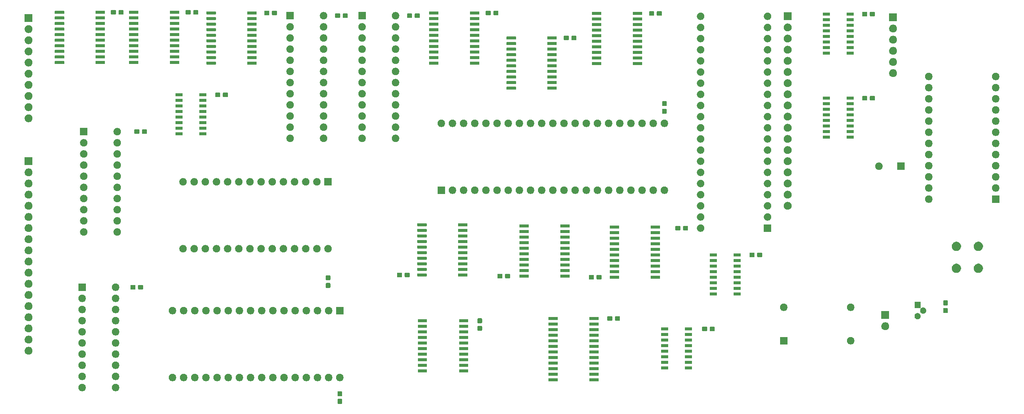
<source format=gbr>
G04 #@! TF.GenerationSoftware,KiCad,Pcbnew,5.1.6+dfsg1-1~bpo10+1*
G04 #@! TF.CreationDate,2020-05-26T13:58:40+10:00*
G04 #@! TF.ProjectId,FISC,46495343-2e6b-4696-9361-645f70636258,rev?*
G04 #@! TF.SameCoordinates,Original*
G04 #@! TF.FileFunction,Soldermask,Top*
G04 #@! TF.FilePolarity,Negative*
%FSLAX46Y46*%
G04 Gerber Fmt 4.6, Leading zero omitted, Abs format (unit mm)*
G04 Created by KiCad (PCBNEW 5.1.6+dfsg1-1~bpo10+1) date 2020-05-26 13:58:40*
%MOMM*%
%LPD*%
G01*
G04 APERTURE LIST*
%ADD10C,0.100000*%
G04 APERTURE END LIST*
D10*
G36*
X93455499Y-107999445D02*
G01*
X93492995Y-108010820D01*
X93527554Y-108029292D01*
X93557847Y-108054153D01*
X93582708Y-108084446D01*
X93601180Y-108119005D01*
X93612555Y-108156501D01*
X93617000Y-108201638D01*
X93617000Y-108940362D01*
X93612555Y-108985499D01*
X93601180Y-109022995D01*
X93582708Y-109057554D01*
X93557847Y-109087847D01*
X93527554Y-109112708D01*
X93492995Y-109131180D01*
X93455499Y-109142555D01*
X93410362Y-109147000D01*
X92771638Y-109147000D01*
X92726501Y-109142555D01*
X92689005Y-109131180D01*
X92654446Y-109112708D01*
X92624153Y-109087847D01*
X92599292Y-109057554D01*
X92580820Y-109022995D01*
X92569445Y-108985499D01*
X92565000Y-108940362D01*
X92565000Y-108201638D01*
X92569445Y-108156501D01*
X92580820Y-108119005D01*
X92599292Y-108084446D01*
X92624153Y-108054153D01*
X92654446Y-108029292D01*
X92689005Y-108010820D01*
X92726501Y-107999445D01*
X92771638Y-107995000D01*
X93410362Y-107995000D01*
X93455499Y-107999445D01*
G37*
G36*
X93455499Y-106249445D02*
G01*
X93492995Y-106260820D01*
X93527554Y-106279292D01*
X93557847Y-106304153D01*
X93582708Y-106334446D01*
X93601180Y-106369005D01*
X93612555Y-106406501D01*
X93617000Y-106451638D01*
X93617000Y-107190362D01*
X93612555Y-107235499D01*
X93601180Y-107272995D01*
X93582708Y-107307554D01*
X93557847Y-107337847D01*
X93527554Y-107362708D01*
X93492995Y-107381180D01*
X93455499Y-107392555D01*
X93410362Y-107397000D01*
X92771638Y-107397000D01*
X92726501Y-107392555D01*
X92689005Y-107381180D01*
X92654446Y-107362708D01*
X92624153Y-107337847D01*
X92599292Y-107307554D01*
X92580820Y-107272995D01*
X92569445Y-107235499D01*
X92565000Y-107190362D01*
X92565000Y-106451638D01*
X92569445Y-106406501D01*
X92580820Y-106369005D01*
X92599292Y-106334446D01*
X92624153Y-106304153D01*
X92654446Y-106279292D01*
X92689005Y-106260820D01*
X92726501Y-106249445D01*
X92771638Y-106245000D01*
X93410362Y-106245000D01*
X93455499Y-106249445D01*
G37*
G36*
X34665228Y-104591703D02*
G01*
X34820100Y-104655853D01*
X34959481Y-104748985D01*
X35078015Y-104867519D01*
X35171147Y-105006900D01*
X35235297Y-105161772D01*
X35268000Y-105326184D01*
X35268000Y-105493816D01*
X35235297Y-105658228D01*
X35171147Y-105813100D01*
X35078015Y-105952481D01*
X34959481Y-106071015D01*
X34820100Y-106164147D01*
X34665228Y-106228297D01*
X34500816Y-106261000D01*
X34333184Y-106261000D01*
X34168772Y-106228297D01*
X34013900Y-106164147D01*
X33874519Y-106071015D01*
X33755985Y-105952481D01*
X33662853Y-105813100D01*
X33598703Y-105658228D01*
X33566000Y-105493816D01*
X33566000Y-105326184D01*
X33598703Y-105161772D01*
X33662853Y-105006900D01*
X33755985Y-104867519D01*
X33874519Y-104748985D01*
X34013900Y-104655853D01*
X34168772Y-104591703D01*
X34333184Y-104559000D01*
X34500816Y-104559000D01*
X34665228Y-104591703D01*
G37*
G36*
X42285228Y-104591703D02*
G01*
X42440100Y-104655853D01*
X42579481Y-104748985D01*
X42698015Y-104867519D01*
X42791147Y-105006900D01*
X42855297Y-105161772D01*
X42888000Y-105326184D01*
X42888000Y-105493816D01*
X42855297Y-105658228D01*
X42791147Y-105813100D01*
X42698015Y-105952481D01*
X42579481Y-106071015D01*
X42440100Y-106164147D01*
X42285228Y-106228297D01*
X42120816Y-106261000D01*
X41953184Y-106261000D01*
X41788772Y-106228297D01*
X41633900Y-106164147D01*
X41494519Y-106071015D01*
X41375985Y-105952481D01*
X41282853Y-105813100D01*
X41218703Y-105658228D01*
X41186000Y-105493816D01*
X41186000Y-105326184D01*
X41218703Y-105161772D01*
X41282853Y-105006900D01*
X41375985Y-104867519D01*
X41494519Y-104748985D01*
X41633900Y-104655853D01*
X41788772Y-104591703D01*
X41953184Y-104559000D01*
X42120816Y-104559000D01*
X42285228Y-104591703D01*
G37*
G36*
X151938928Y-103283764D02*
G01*
X151960009Y-103290160D01*
X151979445Y-103300548D01*
X151996476Y-103314524D01*
X152010452Y-103331555D01*
X152020840Y-103350991D01*
X152027236Y-103372072D01*
X152030000Y-103400140D01*
X152030000Y-103863860D01*
X152027236Y-103891928D01*
X152020840Y-103913009D01*
X152010452Y-103932445D01*
X151996476Y-103949476D01*
X151979445Y-103963452D01*
X151960009Y-103973840D01*
X151938928Y-103980236D01*
X151910860Y-103983000D01*
X149997140Y-103983000D01*
X149969072Y-103980236D01*
X149947991Y-103973840D01*
X149928555Y-103963452D01*
X149911524Y-103949476D01*
X149897548Y-103932445D01*
X149887160Y-103913009D01*
X149880764Y-103891928D01*
X149878000Y-103863860D01*
X149878000Y-103400140D01*
X149880764Y-103372072D01*
X149887160Y-103350991D01*
X149897548Y-103331555D01*
X149911524Y-103314524D01*
X149928555Y-103300548D01*
X149947991Y-103290160D01*
X149969072Y-103283764D01*
X149997140Y-103281000D01*
X151910860Y-103281000D01*
X151938928Y-103283764D01*
G37*
G36*
X142638928Y-103283764D02*
G01*
X142660009Y-103290160D01*
X142679445Y-103300548D01*
X142696476Y-103314524D01*
X142710452Y-103331555D01*
X142720840Y-103350991D01*
X142727236Y-103372072D01*
X142730000Y-103400140D01*
X142730000Y-103863860D01*
X142727236Y-103891928D01*
X142720840Y-103913009D01*
X142710452Y-103932445D01*
X142696476Y-103949476D01*
X142679445Y-103963452D01*
X142660009Y-103973840D01*
X142638928Y-103980236D01*
X142610860Y-103983000D01*
X140697140Y-103983000D01*
X140669072Y-103980236D01*
X140647991Y-103973840D01*
X140628555Y-103963452D01*
X140611524Y-103949476D01*
X140597548Y-103932445D01*
X140587160Y-103913009D01*
X140580764Y-103891928D01*
X140578000Y-103863860D01*
X140578000Y-103400140D01*
X140580764Y-103372072D01*
X140587160Y-103350991D01*
X140597548Y-103331555D01*
X140611524Y-103314524D01*
X140628555Y-103300548D01*
X140647991Y-103290160D01*
X140669072Y-103283764D01*
X140697140Y-103281000D01*
X142610860Y-103281000D01*
X142638928Y-103283764D01*
G37*
G36*
X93339228Y-102305703D02*
G01*
X93494100Y-102369853D01*
X93633481Y-102462985D01*
X93752015Y-102581519D01*
X93845147Y-102720900D01*
X93909297Y-102875772D01*
X93942000Y-103040184D01*
X93942000Y-103207816D01*
X93909297Y-103372228D01*
X93845147Y-103527100D01*
X93752015Y-103666481D01*
X93633481Y-103785015D01*
X93494100Y-103878147D01*
X93339228Y-103942297D01*
X93174816Y-103975000D01*
X93007184Y-103975000D01*
X92842772Y-103942297D01*
X92687900Y-103878147D01*
X92548519Y-103785015D01*
X92429985Y-103666481D01*
X92336853Y-103527100D01*
X92272703Y-103372228D01*
X92240000Y-103207816D01*
X92240000Y-103040184D01*
X92272703Y-102875772D01*
X92336853Y-102720900D01*
X92429985Y-102581519D01*
X92548519Y-102462985D01*
X92687900Y-102369853D01*
X92842772Y-102305703D01*
X93007184Y-102273000D01*
X93174816Y-102273000D01*
X93339228Y-102305703D01*
G37*
G36*
X60319228Y-102305703D02*
G01*
X60474100Y-102369853D01*
X60613481Y-102462985D01*
X60732015Y-102581519D01*
X60825147Y-102720900D01*
X60889297Y-102875772D01*
X60922000Y-103040184D01*
X60922000Y-103207816D01*
X60889297Y-103372228D01*
X60825147Y-103527100D01*
X60732015Y-103666481D01*
X60613481Y-103785015D01*
X60474100Y-103878147D01*
X60319228Y-103942297D01*
X60154816Y-103975000D01*
X59987184Y-103975000D01*
X59822772Y-103942297D01*
X59667900Y-103878147D01*
X59528519Y-103785015D01*
X59409985Y-103666481D01*
X59316853Y-103527100D01*
X59252703Y-103372228D01*
X59220000Y-103207816D01*
X59220000Y-103040184D01*
X59252703Y-102875772D01*
X59316853Y-102720900D01*
X59409985Y-102581519D01*
X59528519Y-102462985D01*
X59667900Y-102369853D01*
X59822772Y-102305703D01*
X59987184Y-102273000D01*
X60154816Y-102273000D01*
X60319228Y-102305703D01*
G37*
G36*
X80639228Y-102305703D02*
G01*
X80794100Y-102369853D01*
X80933481Y-102462985D01*
X81052015Y-102581519D01*
X81145147Y-102720900D01*
X81209297Y-102875772D01*
X81242000Y-103040184D01*
X81242000Y-103207816D01*
X81209297Y-103372228D01*
X81145147Y-103527100D01*
X81052015Y-103666481D01*
X80933481Y-103785015D01*
X80794100Y-103878147D01*
X80639228Y-103942297D01*
X80474816Y-103975000D01*
X80307184Y-103975000D01*
X80142772Y-103942297D01*
X79987900Y-103878147D01*
X79848519Y-103785015D01*
X79729985Y-103666481D01*
X79636853Y-103527100D01*
X79572703Y-103372228D01*
X79540000Y-103207816D01*
X79540000Y-103040184D01*
X79572703Y-102875772D01*
X79636853Y-102720900D01*
X79729985Y-102581519D01*
X79848519Y-102462985D01*
X79987900Y-102369853D01*
X80142772Y-102305703D01*
X80307184Y-102273000D01*
X80474816Y-102273000D01*
X80639228Y-102305703D01*
G37*
G36*
X78099228Y-102305703D02*
G01*
X78254100Y-102369853D01*
X78393481Y-102462985D01*
X78512015Y-102581519D01*
X78605147Y-102720900D01*
X78669297Y-102875772D01*
X78702000Y-103040184D01*
X78702000Y-103207816D01*
X78669297Y-103372228D01*
X78605147Y-103527100D01*
X78512015Y-103666481D01*
X78393481Y-103785015D01*
X78254100Y-103878147D01*
X78099228Y-103942297D01*
X77934816Y-103975000D01*
X77767184Y-103975000D01*
X77602772Y-103942297D01*
X77447900Y-103878147D01*
X77308519Y-103785015D01*
X77189985Y-103666481D01*
X77096853Y-103527100D01*
X77032703Y-103372228D01*
X77000000Y-103207816D01*
X77000000Y-103040184D01*
X77032703Y-102875772D01*
X77096853Y-102720900D01*
X77189985Y-102581519D01*
X77308519Y-102462985D01*
X77447900Y-102369853D01*
X77602772Y-102305703D01*
X77767184Y-102273000D01*
X77934816Y-102273000D01*
X78099228Y-102305703D01*
G37*
G36*
X75559228Y-102305703D02*
G01*
X75714100Y-102369853D01*
X75853481Y-102462985D01*
X75972015Y-102581519D01*
X76065147Y-102720900D01*
X76129297Y-102875772D01*
X76162000Y-103040184D01*
X76162000Y-103207816D01*
X76129297Y-103372228D01*
X76065147Y-103527100D01*
X75972015Y-103666481D01*
X75853481Y-103785015D01*
X75714100Y-103878147D01*
X75559228Y-103942297D01*
X75394816Y-103975000D01*
X75227184Y-103975000D01*
X75062772Y-103942297D01*
X74907900Y-103878147D01*
X74768519Y-103785015D01*
X74649985Y-103666481D01*
X74556853Y-103527100D01*
X74492703Y-103372228D01*
X74460000Y-103207816D01*
X74460000Y-103040184D01*
X74492703Y-102875772D01*
X74556853Y-102720900D01*
X74649985Y-102581519D01*
X74768519Y-102462985D01*
X74907900Y-102369853D01*
X75062772Y-102305703D01*
X75227184Y-102273000D01*
X75394816Y-102273000D01*
X75559228Y-102305703D01*
G37*
G36*
X73019228Y-102305703D02*
G01*
X73174100Y-102369853D01*
X73313481Y-102462985D01*
X73432015Y-102581519D01*
X73525147Y-102720900D01*
X73589297Y-102875772D01*
X73622000Y-103040184D01*
X73622000Y-103207816D01*
X73589297Y-103372228D01*
X73525147Y-103527100D01*
X73432015Y-103666481D01*
X73313481Y-103785015D01*
X73174100Y-103878147D01*
X73019228Y-103942297D01*
X72854816Y-103975000D01*
X72687184Y-103975000D01*
X72522772Y-103942297D01*
X72367900Y-103878147D01*
X72228519Y-103785015D01*
X72109985Y-103666481D01*
X72016853Y-103527100D01*
X71952703Y-103372228D01*
X71920000Y-103207816D01*
X71920000Y-103040184D01*
X71952703Y-102875772D01*
X72016853Y-102720900D01*
X72109985Y-102581519D01*
X72228519Y-102462985D01*
X72367900Y-102369853D01*
X72522772Y-102305703D01*
X72687184Y-102273000D01*
X72854816Y-102273000D01*
X73019228Y-102305703D01*
G37*
G36*
X70479228Y-102305703D02*
G01*
X70634100Y-102369853D01*
X70773481Y-102462985D01*
X70892015Y-102581519D01*
X70985147Y-102720900D01*
X71049297Y-102875772D01*
X71082000Y-103040184D01*
X71082000Y-103207816D01*
X71049297Y-103372228D01*
X70985147Y-103527100D01*
X70892015Y-103666481D01*
X70773481Y-103785015D01*
X70634100Y-103878147D01*
X70479228Y-103942297D01*
X70314816Y-103975000D01*
X70147184Y-103975000D01*
X69982772Y-103942297D01*
X69827900Y-103878147D01*
X69688519Y-103785015D01*
X69569985Y-103666481D01*
X69476853Y-103527100D01*
X69412703Y-103372228D01*
X69380000Y-103207816D01*
X69380000Y-103040184D01*
X69412703Y-102875772D01*
X69476853Y-102720900D01*
X69569985Y-102581519D01*
X69688519Y-102462985D01*
X69827900Y-102369853D01*
X69982772Y-102305703D01*
X70147184Y-102273000D01*
X70314816Y-102273000D01*
X70479228Y-102305703D01*
G37*
G36*
X67939228Y-102305703D02*
G01*
X68094100Y-102369853D01*
X68233481Y-102462985D01*
X68352015Y-102581519D01*
X68445147Y-102720900D01*
X68509297Y-102875772D01*
X68542000Y-103040184D01*
X68542000Y-103207816D01*
X68509297Y-103372228D01*
X68445147Y-103527100D01*
X68352015Y-103666481D01*
X68233481Y-103785015D01*
X68094100Y-103878147D01*
X67939228Y-103942297D01*
X67774816Y-103975000D01*
X67607184Y-103975000D01*
X67442772Y-103942297D01*
X67287900Y-103878147D01*
X67148519Y-103785015D01*
X67029985Y-103666481D01*
X66936853Y-103527100D01*
X66872703Y-103372228D01*
X66840000Y-103207816D01*
X66840000Y-103040184D01*
X66872703Y-102875772D01*
X66936853Y-102720900D01*
X67029985Y-102581519D01*
X67148519Y-102462985D01*
X67287900Y-102369853D01*
X67442772Y-102305703D01*
X67607184Y-102273000D01*
X67774816Y-102273000D01*
X67939228Y-102305703D01*
G37*
G36*
X65399228Y-102305703D02*
G01*
X65554100Y-102369853D01*
X65693481Y-102462985D01*
X65812015Y-102581519D01*
X65905147Y-102720900D01*
X65969297Y-102875772D01*
X66002000Y-103040184D01*
X66002000Y-103207816D01*
X65969297Y-103372228D01*
X65905147Y-103527100D01*
X65812015Y-103666481D01*
X65693481Y-103785015D01*
X65554100Y-103878147D01*
X65399228Y-103942297D01*
X65234816Y-103975000D01*
X65067184Y-103975000D01*
X64902772Y-103942297D01*
X64747900Y-103878147D01*
X64608519Y-103785015D01*
X64489985Y-103666481D01*
X64396853Y-103527100D01*
X64332703Y-103372228D01*
X64300000Y-103207816D01*
X64300000Y-103040184D01*
X64332703Y-102875772D01*
X64396853Y-102720900D01*
X64489985Y-102581519D01*
X64608519Y-102462985D01*
X64747900Y-102369853D01*
X64902772Y-102305703D01*
X65067184Y-102273000D01*
X65234816Y-102273000D01*
X65399228Y-102305703D01*
G37*
G36*
X83179228Y-102305703D02*
G01*
X83334100Y-102369853D01*
X83473481Y-102462985D01*
X83592015Y-102581519D01*
X83685147Y-102720900D01*
X83749297Y-102875772D01*
X83782000Y-103040184D01*
X83782000Y-103207816D01*
X83749297Y-103372228D01*
X83685147Y-103527100D01*
X83592015Y-103666481D01*
X83473481Y-103785015D01*
X83334100Y-103878147D01*
X83179228Y-103942297D01*
X83014816Y-103975000D01*
X82847184Y-103975000D01*
X82682772Y-103942297D01*
X82527900Y-103878147D01*
X82388519Y-103785015D01*
X82269985Y-103666481D01*
X82176853Y-103527100D01*
X82112703Y-103372228D01*
X82080000Y-103207816D01*
X82080000Y-103040184D01*
X82112703Y-102875772D01*
X82176853Y-102720900D01*
X82269985Y-102581519D01*
X82388519Y-102462985D01*
X82527900Y-102369853D01*
X82682772Y-102305703D01*
X82847184Y-102273000D01*
X83014816Y-102273000D01*
X83179228Y-102305703D01*
G37*
G36*
X57779228Y-102305703D02*
G01*
X57934100Y-102369853D01*
X58073481Y-102462985D01*
X58192015Y-102581519D01*
X58285147Y-102720900D01*
X58349297Y-102875772D01*
X58382000Y-103040184D01*
X58382000Y-103207816D01*
X58349297Y-103372228D01*
X58285147Y-103527100D01*
X58192015Y-103666481D01*
X58073481Y-103785015D01*
X57934100Y-103878147D01*
X57779228Y-103942297D01*
X57614816Y-103975000D01*
X57447184Y-103975000D01*
X57282772Y-103942297D01*
X57127900Y-103878147D01*
X56988519Y-103785015D01*
X56869985Y-103666481D01*
X56776853Y-103527100D01*
X56712703Y-103372228D01*
X56680000Y-103207816D01*
X56680000Y-103040184D01*
X56712703Y-102875772D01*
X56776853Y-102720900D01*
X56869985Y-102581519D01*
X56988519Y-102462985D01*
X57127900Y-102369853D01*
X57282772Y-102305703D01*
X57447184Y-102273000D01*
X57614816Y-102273000D01*
X57779228Y-102305703D01*
G37*
G36*
X55239228Y-102305703D02*
G01*
X55394100Y-102369853D01*
X55533481Y-102462985D01*
X55652015Y-102581519D01*
X55745147Y-102720900D01*
X55809297Y-102875772D01*
X55842000Y-103040184D01*
X55842000Y-103207816D01*
X55809297Y-103372228D01*
X55745147Y-103527100D01*
X55652015Y-103666481D01*
X55533481Y-103785015D01*
X55394100Y-103878147D01*
X55239228Y-103942297D01*
X55074816Y-103975000D01*
X54907184Y-103975000D01*
X54742772Y-103942297D01*
X54587900Y-103878147D01*
X54448519Y-103785015D01*
X54329985Y-103666481D01*
X54236853Y-103527100D01*
X54172703Y-103372228D01*
X54140000Y-103207816D01*
X54140000Y-103040184D01*
X54172703Y-102875772D01*
X54236853Y-102720900D01*
X54329985Y-102581519D01*
X54448519Y-102462985D01*
X54587900Y-102369853D01*
X54742772Y-102305703D01*
X54907184Y-102273000D01*
X55074816Y-102273000D01*
X55239228Y-102305703D01*
G37*
G36*
X85719228Y-102305703D02*
G01*
X85874100Y-102369853D01*
X86013481Y-102462985D01*
X86132015Y-102581519D01*
X86225147Y-102720900D01*
X86289297Y-102875772D01*
X86322000Y-103040184D01*
X86322000Y-103207816D01*
X86289297Y-103372228D01*
X86225147Y-103527100D01*
X86132015Y-103666481D01*
X86013481Y-103785015D01*
X85874100Y-103878147D01*
X85719228Y-103942297D01*
X85554816Y-103975000D01*
X85387184Y-103975000D01*
X85222772Y-103942297D01*
X85067900Y-103878147D01*
X84928519Y-103785015D01*
X84809985Y-103666481D01*
X84716853Y-103527100D01*
X84652703Y-103372228D01*
X84620000Y-103207816D01*
X84620000Y-103040184D01*
X84652703Y-102875772D01*
X84716853Y-102720900D01*
X84809985Y-102581519D01*
X84928519Y-102462985D01*
X85067900Y-102369853D01*
X85222772Y-102305703D01*
X85387184Y-102273000D01*
X85554816Y-102273000D01*
X85719228Y-102305703D01*
G37*
G36*
X88259228Y-102305703D02*
G01*
X88414100Y-102369853D01*
X88553481Y-102462985D01*
X88672015Y-102581519D01*
X88765147Y-102720900D01*
X88829297Y-102875772D01*
X88862000Y-103040184D01*
X88862000Y-103207816D01*
X88829297Y-103372228D01*
X88765147Y-103527100D01*
X88672015Y-103666481D01*
X88553481Y-103785015D01*
X88414100Y-103878147D01*
X88259228Y-103942297D01*
X88094816Y-103975000D01*
X87927184Y-103975000D01*
X87762772Y-103942297D01*
X87607900Y-103878147D01*
X87468519Y-103785015D01*
X87349985Y-103666481D01*
X87256853Y-103527100D01*
X87192703Y-103372228D01*
X87160000Y-103207816D01*
X87160000Y-103040184D01*
X87192703Y-102875772D01*
X87256853Y-102720900D01*
X87349985Y-102581519D01*
X87468519Y-102462985D01*
X87607900Y-102369853D01*
X87762772Y-102305703D01*
X87927184Y-102273000D01*
X88094816Y-102273000D01*
X88259228Y-102305703D01*
G37*
G36*
X90799228Y-102305703D02*
G01*
X90954100Y-102369853D01*
X91093481Y-102462985D01*
X91212015Y-102581519D01*
X91305147Y-102720900D01*
X91369297Y-102875772D01*
X91402000Y-103040184D01*
X91402000Y-103207816D01*
X91369297Y-103372228D01*
X91305147Y-103527100D01*
X91212015Y-103666481D01*
X91093481Y-103785015D01*
X90954100Y-103878147D01*
X90799228Y-103942297D01*
X90634816Y-103975000D01*
X90467184Y-103975000D01*
X90302772Y-103942297D01*
X90147900Y-103878147D01*
X90008519Y-103785015D01*
X89889985Y-103666481D01*
X89796853Y-103527100D01*
X89732703Y-103372228D01*
X89700000Y-103207816D01*
X89700000Y-103040184D01*
X89732703Y-102875772D01*
X89796853Y-102720900D01*
X89889985Y-102581519D01*
X90008519Y-102462985D01*
X90147900Y-102369853D01*
X90302772Y-102305703D01*
X90467184Y-102273000D01*
X90634816Y-102273000D01*
X90799228Y-102305703D01*
G37*
G36*
X62859228Y-102305703D02*
G01*
X63014100Y-102369853D01*
X63153481Y-102462985D01*
X63272015Y-102581519D01*
X63365147Y-102720900D01*
X63429297Y-102875772D01*
X63462000Y-103040184D01*
X63462000Y-103207816D01*
X63429297Y-103372228D01*
X63365147Y-103527100D01*
X63272015Y-103666481D01*
X63153481Y-103785015D01*
X63014100Y-103878147D01*
X62859228Y-103942297D01*
X62694816Y-103975000D01*
X62527184Y-103975000D01*
X62362772Y-103942297D01*
X62207900Y-103878147D01*
X62068519Y-103785015D01*
X61949985Y-103666481D01*
X61856853Y-103527100D01*
X61792703Y-103372228D01*
X61760000Y-103207816D01*
X61760000Y-103040184D01*
X61792703Y-102875772D01*
X61856853Y-102720900D01*
X61949985Y-102581519D01*
X62068519Y-102462985D01*
X62207900Y-102369853D01*
X62362772Y-102305703D01*
X62527184Y-102273000D01*
X62694816Y-102273000D01*
X62859228Y-102305703D01*
G37*
G36*
X34665228Y-102051703D02*
G01*
X34820100Y-102115853D01*
X34959481Y-102208985D01*
X35078015Y-102327519D01*
X35171147Y-102466900D01*
X35235297Y-102621772D01*
X35268000Y-102786184D01*
X35268000Y-102953816D01*
X35235297Y-103118228D01*
X35171147Y-103273100D01*
X35078015Y-103412481D01*
X34959481Y-103531015D01*
X34820100Y-103624147D01*
X34665228Y-103688297D01*
X34500816Y-103721000D01*
X34333184Y-103721000D01*
X34168772Y-103688297D01*
X34013900Y-103624147D01*
X33874519Y-103531015D01*
X33755985Y-103412481D01*
X33662853Y-103273100D01*
X33598703Y-103118228D01*
X33566000Y-102953816D01*
X33566000Y-102786184D01*
X33598703Y-102621772D01*
X33662853Y-102466900D01*
X33755985Y-102327519D01*
X33874519Y-102208985D01*
X34013900Y-102115853D01*
X34168772Y-102051703D01*
X34333184Y-102019000D01*
X34500816Y-102019000D01*
X34665228Y-102051703D01*
G37*
G36*
X42285228Y-102051703D02*
G01*
X42440100Y-102115853D01*
X42579481Y-102208985D01*
X42698015Y-102327519D01*
X42791147Y-102466900D01*
X42855297Y-102621772D01*
X42888000Y-102786184D01*
X42888000Y-102953816D01*
X42855297Y-103118228D01*
X42791147Y-103273100D01*
X42698015Y-103412481D01*
X42579481Y-103531015D01*
X42440100Y-103624147D01*
X42285228Y-103688297D01*
X42120816Y-103721000D01*
X41953184Y-103721000D01*
X41788772Y-103688297D01*
X41633900Y-103624147D01*
X41494519Y-103531015D01*
X41375985Y-103412481D01*
X41282853Y-103273100D01*
X41218703Y-103118228D01*
X41186000Y-102953816D01*
X41186000Y-102786184D01*
X41218703Y-102621772D01*
X41282853Y-102466900D01*
X41375985Y-102327519D01*
X41494519Y-102208985D01*
X41633900Y-102115853D01*
X41788772Y-102051703D01*
X41953184Y-102019000D01*
X42120816Y-102019000D01*
X42285228Y-102051703D01*
G37*
G36*
X151938928Y-102013764D02*
G01*
X151960009Y-102020160D01*
X151979445Y-102030548D01*
X151996476Y-102044524D01*
X152010452Y-102061555D01*
X152020840Y-102080991D01*
X152027236Y-102102072D01*
X152030000Y-102130140D01*
X152030000Y-102593860D01*
X152027236Y-102621928D01*
X152020840Y-102643009D01*
X152010452Y-102662445D01*
X151996476Y-102679476D01*
X151979445Y-102693452D01*
X151960009Y-102703840D01*
X151938928Y-102710236D01*
X151910860Y-102713000D01*
X149997140Y-102713000D01*
X149969072Y-102710236D01*
X149947991Y-102703840D01*
X149928555Y-102693452D01*
X149911524Y-102679476D01*
X149897548Y-102662445D01*
X149887160Y-102643009D01*
X149880764Y-102621928D01*
X149878000Y-102593860D01*
X149878000Y-102130140D01*
X149880764Y-102102072D01*
X149887160Y-102080991D01*
X149897548Y-102061555D01*
X149911524Y-102044524D01*
X149928555Y-102030548D01*
X149947991Y-102020160D01*
X149969072Y-102013764D01*
X149997140Y-102011000D01*
X151910860Y-102011000D01*
X151938928Y-102013764D01*
G37*
G36*
X142638928Y-102013764D02*
G01*
X142660009Y-102020160D01*
X142679445Y-102030548D01*
X142696476Y-102044524D01*
X142710452Y-102061555D01*
X142720840Y-102080991D01*
X142727236Y-102102072D01*
X142730000Y-102130140D01*
X142730000Y-102593860D01*
X142727236Y-102621928D01*
X142720840Y-102643009D01*
X142710452Y-102662445D01*
X142696476Y-102679476D01*
X142679445Y-102693452D01*
X142660009Y-102703840D01*
X142638928Y-102710236D01*
X142610860Y-102713000D01*
X140697140Y-102713000D01*
X140669072Y-102710236D01*
X140647991Y-102703840D01*
X140628555Y-102693452D01*
X140611524Y-102679476D01*
X140597548Y-102662445D01*
X140587160Y-102643009D01*
X140580764Y-102621928D01*
X140578000Y-102593860D01*
X140578000Y-102130140D01*
X140580764Y-102102072D01*
X140587160Y-102080991D01*
X140597548Y-102061555D01*
X140611524Y-102044524D01*
X140628555Y-102030548D01*
X140647991Y-102020160D01*
X140669072Y-102013764D01*
X140697140Y-102011000D01*
X142610860Y-102011000D01*
X142638928Y-102013764D01*
G37*
G36*
X112912000Y-101951000D02*
G01*
X110860000Y-101951000D01*
X110860000Y-101249000D01*
X112912000Y-101249000D01*
X112912000Y-101951000D01*
G37*
G36*
X122312000Y-101951000D02*
G01*
X120260000Y-101951000D01*
X120260000Y-101249000D01*
X122312000Y-101249000D01*
X122312000Y-101951000D01*
G37*
G36*
X151938928Y-100743764D02*
G01*
X151960009Y-100750160D01*
X151979445Y-100760548D01*
X151996476Y-100774524D01*
X152010452Y-100791555D01*
X152020840Y-100810991D01*
X152027236Y-100832072D01*
X152030000Y-100860140D01*
X152030000Y-101323860D01*
X152027236Y-101351928D01*
X152020840Y-101373009D01*
X152010452Y-101392445D01*
X151996476Y-101409476D01*
X151979445Y-101423452D01*
X151960009Y-101433840D01*
X151938928Y-101440236D01*
X151910860Y-101443000D01*
X149997140Y-101443000D01*
X149969072Y-101440236D01*
X149947991Y-101433840D01*
X149928555Y-101423452D01*
X149911524Y-101409476D01*
X149897548Y-101392445D01*
X149887160Y-101373009D01*
X149880764Y-101351928D01*
X149878000Y-101323860D01*
X149878000Y-100860140D01*
X149880764Y-100832072D01*
X149887160Y-100810991D01*
X149897548Y-100791555D01*
X149911524Y-100774524D01*
X149928555Y-100760548D01*
X149947991Y-100750160D01*
X149969072Y-100743764D01*
X149997140Y-100741000D01*
X151910860Y-100741000D01*
X151938928Y-100743764D01*
G37*
G36*
X142638928Y-100743764D02*
G01*
X142660009Y-100750160D01*
X142679445Y-100760548D01*
X142696476Y-100774524D01*
X142710452Y-100791555D01*
X142720840Y-100810991D01*
X142727236Y-100832072D01*
X142730000Y-100860140D01*
X142730000Y-101323860D01*
X142727236Y-101351928D01*
X142720840Y-101373009D01*
X142710452Y-101392445D01*
X142696476Y-101409476D01*
X142679445Y-101423452D01*
X142660009Y-101433840D01*
X142638928Y-101440236D01*
X142610860Y-101443000D01*
X140697140Y-101443000D01*
X140669072Y-101440236D01*
X140647991Y-101433840D01*
X140628555Y-101423452D01*
X140611524Y-101409476D01*
X140597548Y-101392445D01*
X140587160Y-101373009D01*
X140580764Y-101351928D01*
X140578000Y-101323860D01*
X140578000Y-100860140D01*
X140580764Y-100832072D01*
X140587160Y-100810991D01*
X140597548Y-100791555D01*
X140611524Y-100774524D01*
X140628555Y-100760548D01*
X140647991Y-100750160D01*
X140669072Y-100743764D01*
X140697140Y-100741000D01*
X142610860Y-100741000D01*
X142638928Y-100743764D01*
G37*
G36*
X167900000Y-101316000D02*
G01*
X166298000Y-101316000D01*
X166298000Y-100614000D01*
X167900000Y-100614000D01*
X167900000Y-101316000D01*
G37*
G36*
X173300000Y-101316000D02*
G01*
X171698000Y-101316000D01*
X171698000Y-100614000D01*
X173300000Y-100614000D01*
X173300000Y-101316000D01*
G37*
G36*
X42285228Y-99511703D02*
G01*
X42440100Y-99575853D01*
X42579481Y-99668985D01*
X42698015Y-99787519D01*
X42791147Y-99926900D01*
X42855297Y-100081772D01*
X42888000Y-100246184D01*
X42888000Y-100413816D01*
X42855297Y-100578228D01*
X42791147Y-100733100D01*
X42698015Y-100872481D01*
X42579481Y-100991015D01*
X42440100Y-101084147D01*
X42285228Y-101148297D01*
X42120816Y-101181000D01*
X41953184Y-101181000D01*
X41788772Y-101148297D01*
X41633900Y-101084147D01*
X41494519Y-100991015D01*
X41375985Y-100872481D01*
X41282853Y-100733100D01*
X41218703Y-100578228D01*
X41186000Y-100413816D01*
X41186000Y-100246184D01*
X41218703Y-100081772D01*
X41282853Y-99926900D01*
X41375985Y-99787519D01*
X41494519Y-99668985D01*
X41633900Y-99575853D01*
X41788772Y-99511703D01*
X41953184Y-99479000D01*
X42120816Y-99479000D01*
X42285228Y-99511703D01*
G37*
G36*
X34665228Y-99511703D02*
G01*
X34820100Y-99575853D01*
X34959481Y-99668985D01*
X35078015Y-99787519D01*
X35171147Y-99926900D01*
X35235297Y-100081772D01*
X35268000Y-100246184D01*
X35268000Y-100413816D01*
X35235297Y-100578228D01*
X35171147Y-100733100D01*
X35078015Y-100872481D01*
X34959481Y-100991015D01*
X34820100Y-101084147D01*
X34665228Y-101148297D01*
X34500816Y-101181000D01*
X34333184Y-101181000D01*
X34168772Y-101148297D01*
X34013900Y-101084147D01*
X33874519Y-100991015D01*
X33755985Y-100872481D01*
X33662853Y-100733100D01*
X33598703Y-100578228D01*
X33566000Y-100413816D01*
X33566000Y-100246184D01*
X33598703Y-100081772D01*
X33662853Y-99926900D01*
X33755985Y-99787519D01*
X33874519Y-99668985D01*
X34013900Y-99575853D01*
X34168772Y-99511703D01*
X34333184Y-99479000D01*
X34500816Y-99479000D01*
X34665228Y-99511703D01*
G37*
G36*
X122312000Y-100681000D02*
G01*
X120260000Y-100681000D01*
X120260000Y-99979000D01*
X122312000Y-99979000D01*
X122312000Y-100681000D01*
G37*
G36*
X112912000Y-100681000D02*
G01*
X110860000Y-100681000D01*
X110860000Y-99979000D01*
X112912000Y-99979000D01*
X112912000Y-100681000D01*
G37*
G36*
X151938928Y-99473764D02*
G01*
X151960009Y-99480160D01*
X151979445Y-99490548D01*
X151996476Y-99504524D01*
X152010452Y-99521555D01*
X152020840Y-99540991D01*
X152027236Y-99562072D01*
X152030000Y-99590140D01*
X152030000Y-100053860D01*
X152027236Y-100081928D01*
X152020840Y-100103009D01*
X152010452Y-100122445D01*
X151996476Y-100139476D01*
X151979445Y-100153452D01*
X151960009Y-100163840D01*
X151938928Y-100170236D01*
X151910860Y-100173000D01*
X149997140Y-100173000D01*
X149969072Y-100170236D01*
X149947991Y-100163840D01*
X149928555Y-100153452D01*
X149911524Y-100139476D01*
X149897548Y-100122445D01*
X149887160Y-100103009D01*
X149880764Y-100081928D01*
X149878000Y-100053860D01*
X149878000Y-99590140D01*
X149880764Y-99562072D01*
X149887160Y-99540991D01*
X149897548Y-99521555D01*
X149911524Y-99504524D01*
X149928555Y-99490548D01*
X149947991Y-99480160D01*
X149969072Y-99473764D01*
X149997140Y-99471000D01*
X151910860Y-99471000D01*
X151938928Y-99473764D01*
G37*
G36*
X142638928Y-99473764D02*
G01*
X142660009Y-99480160D01*
X142679445Y-99490548D01*
X142696476Y-99504524D01*
X142710452Y-99521555D01*
X142720840Y-99540991D01*
X142727236Y-99562072D01*
X142730000Y-99590140D01*
X142730000Y-100053860D01*
X142727236Y-100081928D01*
X142720840Y-100103009D01*
X142710452Y-100122445D01*
X142696476Y-100139476D01*
X142679445Y-100153452D01*
X142660009Y-100163840D01*
X142638928Y-100170236D01*
X142610860Y-100173000D01*
X140697140Y-100173000D01*
X140669072Y-100170236D01*
X140647991Y-100163840D01*
X140628555Y-100153452D01*
X140611524Y-100139476D01*
X140597548Y-100122445D01*
X140587160Y-100103009D01*
X140580764Y-100081928D01*
X140578000Y-100053860D01*
X140578000Y-99590140D01*
X140580764Y-99562072D01*
X140587160Y-99540991D01*
X140597548Y-99521555D01*
X140611524Y-99504524D01*
X140628555Y-99490548D01*
X140647991Y-99480160D01*
X140669072Y-99473764D01*
X140697140Y-99471000D01*
X142610860Y-99471000D01*
X142638928Y-99473764D01*
G37*
G36*
X167900000Y-100046000D02*
G01*
X166298000Y-100046000D01*
X166298000Y-99344000D01*
X167900000Y-99344000D01*
X167900000Y-100046000D01*
G37*
G36*
X173300000Y-100046000D02*
G01*
X171698000Y-100046000D01*
X171698000Y-99344000D01*
X173300000Y-99344000D01*
X173300000Y-100046000D01*
G37*
G36*
X112912000Y-99411000D02*
G01*
X110860000Y-99411000D01*
X110860000Y-98709000D01*
X112912000Y-98709000D01*
X112912000Y-99411000D01*
G37*
G36*
X122312000Y-99411000D02*
G01*
X120260000Y-99411000D01*
X120260000Y-98709000D01*
X122312000Y-98709000D01*
X122312000Y-99411000D01*
G37*
G36*
X142638928Y-98203764D02*
G01*
X142660009Y-98210160D01*
X142679445Y-98220548D01*
X142696476Y-98234524D01*
X142710452Y-98251555D01*
X142720840Y-98270991D01*
X142727236Y-98292072D01*
X142730000Y-98320140D01*
X142730000Y-98783860D01*
X142727236Y-98811928D01*
X142720840Y-98833009D01*
X142710452Y-98852445D01*
X142696476Y-98869476D01*
X142679445Y-98883452D01*
X142660009Y-98893840D01*
X142638928Y-98900236D01*
X142610860Y-98903000D01*
X140697140Y-98903000D01*
X140669072Y-98900236D01*
X140647991Y-98893840D01*
X140628555Y-98883452D01*
X140611524Y-98869476D01*
X140597548Y-98852445D01*
X140587160Y-98833009D01*
X140580764Y-98811928D01*
X140578000Y-98783860D01*
X140578000Y-98320140D01*
X140580764Y-98292072D01*
X140587160Y-98270991D01*
X140597548Y-98251555D01*
X140611524Y-98234524D01*
X140628555Y-98220548D01*
X140647991Y-98210160D01*
X140669072Y-98203764D01*
X140697140Y-98201000D01*
X142610860Y-98201000D01*
X142638928Y-98203764D01*
G37*
G36*
X151938928Y-98203764D02*
G01*
X151960009Y-98210160D01*
X151979445Y-98220548D01*
X151996476Y-98234524D01*
X152010452Y-98251555D01*
X152020840Y-98270991D01*
X152027236Y-98292072D01*
X152030000Y-98320140D01*
X152030000Y-98783860D01*
X152027236Y-98811928D01*
X152020840Y-98833009D01*
X152010452Y-98852445D01*
X151996476Y-98869476D01*
X151979445Y-98883452D01*
X151960009Y-98893840D01*
X151938928Y-98900236D01*
X151910860Y-98903000D01*
X149997140Y-98903000D01*
X149969072Y-98900236D01*
X149947991Y-98893840D01*
X149928555Y-98883452D01*
X149911524Y-98869476D01*
X149897548Y-98852445D01*
X149887160Y-98833009D01*
X149880764Y-98811928D01*
X149878000Y-98783860D01*
X149878000Y-98320140D01*
X149880764Y-98292072D01*
X149887160Y-98270991D01*
X149897548Y-98251555D01*
X149911524Y-98234524D01*
X149928555Y-98220548D01*
X149947991Y-98210160D01*
X149969072Y-98203764D01*
X149997140Y-98201000D01*
X151910860Y-98201000D01*
X151938928Y-98203764D01*
G37*
G36*
X173300000Y-98776000D02*
G01*
X171698000Y-98776000D01*
X171698000Y-98074000D01*
X173300000Y-98074000D01*
X173300000Y-98776000D01*
G37*
G36*
X167900000Y-98776000D02*
G01*
X166298000Y-98776000D01*
X166298000Y-98074000D01*
X167900000Y-98074000D01*
X167900000Y-98776000D01*
G37*
G36*
X42285228Y-96971703D02*
G01*
X42440100Y-97035853D01*
X42579481Y-97128985D01*
X42698015Y-97247519D01*
X42791147Y-97386900D01*
X42855297Y-97541772D01*
X42888000Y-97706184D01*
X42888000Y-97873816D01*
X42855297Y-98038228D01*
X42791147Y-98193100D01*
X42698015Y-98332481D01*
X42579481Y-98451015D01*
X42440100Y-98544147D01*
X42285228Y-98608297D01*
X42120816Y-98641000D01*
X41953184Y-98641000D01*
X41788772Y-98608297D01*
X41633900Y-98544147D01*
X41494519Y-98451015D01*
X41375985Y-98332481D01*
X41282853Y-98193100D01*
X41218703Y-98038228D01*
X41186000Y-97873816D01*
X41186000Y-97706184D01*
X41218703Y-97541772D01*
X41282853Y-97386900D01*
X41375985Y-97247519D01*
X41494519Y-97128985D01*
X41633900Y-97035853D01*
X41788772Y-96971703D01*
X41953184Y-96939000D01*
X42120816Y-96939000D01*
X42285228Y-96971703D01*
G37*
G36*
X34665228Y-96971703D02*
G01*
X34820100Y-97035853D01*
X34959481Y-97128985D01*
X35078015Y-97247519D01*
X35171147Y-97386900D01*
X35235297Y-97541772D01*
X35268000Y-97706184D01*
X35268000Y-97873816D01*
X35235297Y-98038228D01*
X35171147Y-98193100D01*
X35078015Y-98332481D01*
X34959481Y-98451015D01*
X34820100Y-98544147D01*
X34665228Y-98608297D01*
X34500816Y-98641000D01*
X34333184Y-98641000D01*
X34168772Y-98608297D01*
X34013900Y-98544147D01*
X33874519Y-98451015D01*
X33755985Y-98332481D01*
X33662853Y-98193100D01*
X33598703Y-98038228D01*
X33566000Y-97873816D01*
X33566000Y-97706184D01*
X33598703Y-97541772D01*
X33662853Y-97386900D01*
X33755985Y-97247519D01*
X33874519Y-97128985D01*
X34013900Y-97035853D01*
X34168772Y-96971703D01*
X34333184Y-96939000D01*
X34500816Y-96939000D01*
X34665228Y-96971703D01*
G37*
G36*
X122312000Y-98141000D02*
G01*
X120260000Y-98141000D01*
X120260000Y-97439000D01*
X122312000Y-97439000D01*
X122312000Y-98141000D01*
G37*
G36*
X112912000Y-98141000D02*
G01*
X110860000Y-98141000D01*
X110860000Y-97439000D01*
X112912000Y-97439000D01*
X112912000Y-98141000D01*
G37*
G36*
X22338512Y-96131927D02*
G01*
X22487812Y-96161624D01*
X22651784Y-96229544D01*
X22799354Y-96328147D01*
X22924853Y-96453646D01*
X23023456Y-96601216D01*
X23091376Y-96765188D01*
X23121073Y-96914488D01*
X23125949Y-96939000D01*
X23126000Y-96939259D01*
X23126000Y-97116741D01*
X23091376Y-97290812D01*
X23023456Y-97454784D01*
X22924853Y-97602354D01*
X22799354Y-97727853D01*
X22651784Y-97826456D01*
X22487812Y-97894376D01*
X22338512Y-97924073D01*
X22313742Y-97929000D01*
X22136258Y-97929000D01*
X22111488Y-97924073D01*
X21962188Y-97894376D01*
X21798216Y-97826456D01*
X21650646Y-97727853D01*
X21525147Y-97602354D01*
X21426544Y-97454784D01*
X21358624Y-97290812D01*
X21324000Y-97116741D01*
X21324000Y-96939259D01*
X21324052Y-96939000D01*
X21328927Y-96914488D01*
X21358624Y-96765188D01*
X21426544Y-96601216D01*
X21525147Y-96453646D01*
X21650646Y-96328147D01*
X21798216Y-96229544D01*
X21962188Y-96161624D01*
X22111488Y-96131927D01*
X22136258Y-96127000D01*
X22313742Y-96127000D01*
X22338512Y-96131927D01*
G37*
G36*
X142638928Y-96933764D02*
G01*
X142660009Y-96940160D01*
X142679445Y-96950548D01*
X142696476Y-96964524D01*
X142710452Y-96981555D01*
X142720840Y-97000991D01*
X142727236Y-97022072D01*
X142730000Y-97050140D01*
X142730000Y-97513860D01*
X142727236Y-97541928D01*
X142720840Y-97563009D01*
X142710452Y-97582445D01*
X142696476Y-97599476D01*
X142679445Y-97613452D01*
X142660009Y-97623840D01*
X142638928Y-97630236D01*
X142610860Y-97633000D01*
X140697140Y-97633000D01*
X140669072Y-97630236D01*
X140647991Y-97623840D01*
X140628555Y-97613452D01*
X140611524Y-97599476D01*
X140597548Y-97582445D01*
X140587160Y-97563009D01*
X140580764Y-97541928D01*
X140578000Y-97513860D01*
X140578000Y-97050140D01*
X140580764Y-97022072D01*
X140587160Y-97000991D01*
X140597548Y-96981555D01*
X140611524Y-96964524D01*
X140628555Y-96950548D01*
X140647991Y-96940160D01*
X140669072Y-96933764D01*
X140697140Y-96931000D01*
X142610860Y-96931000D01*
X142638928Y-96933764D01*
G37*
G36*
X151938928Y-96933764D02*
G01*
X151960009Y-96940160D01*
X151979445Y-96950548D01*
X151996476Y-96964524D01*
X152010452Y-96981555D01*
X152020840Y-97000991D01*
X152027236Y-97022072D01*
X152030000Y-97050140D01*
X152030000Y-97513860D01*
X152027236Y-97541928D01*
X152020840Y-97563009D01*
X152010452Y-97582445D01*
X151996476Y-97599476D01*
X151979445Y-97613452D01*
X151960009Y-97623840D01*
X151938928Y-97630236D01*
X151910860Y-97633000D01*
X149997140Y-97633000D01*
X149969072Y-97630236D01*
X149947991Y-97623840D01*
X149928555Y-97613452D01*
X149911524Y-97599476D01*
X149897548Y-97582445D01*
X149887160Y-97563009D01*
X149880764Y-97541928D01*
X149878000Y-97513860D01*
X149878000Y-97050140D01*
X149880764Y-97022072D01*
X149887160Y-97000991D01*
X149897548Y-96981555D01*
X149911524Y-96964524D01*
X149928555Y-96950548D01*
X149947991Y-96940160D01*
X149969072Y-96933764D01*
X149997140Y-96931000D01*
X151910860Y-96931000D01*
X151938928Y-96933764D01*
G37*
G36*
X173300000Y-97506000D02*
G01*
X171698000Y-97506000D01*
X171698000Y-96804000D01*
X173300000Y-96804000D01*
X173300000Y-97506000D01*
G37*
G36*
X167900000Y-97506000D02*
G01*
X166298000Y-97506000D01*
X166298000Y-96804000D01*
X167900000Y-96804000D01*
X167900000Y-97506000D01*
G37*
G36*
X122312000Y-96871000D02*
G01*
X120260000Y-96871000D01*
X120260000Y-96169000D01*
X122312000Y-96169000D01*
X122312000Y-96871000D01*
G37*
G36*
X112912000Y-96871000D02*
G01*
X110860000Y-96871000D01*
X110860000Y-96169000D01*
X112912000Y-96169000D01*
X112912000Y-96871000D01*
G37*
G36*
X151938928Y-95663764D02*
G01*
X151960009Y-95670160D01*
X151979445Y-95680548D01*
X151996476Y-95694524D01*
X152010452Y-95711555D01*
X152020840Y-95730991D01*
X152027236Y-95752072D01*
X152030000Y-95780140D01*
X152030000Y-96243860D01*
X152027236Y-96271928D01*
X152020840Y-96293009D01*
X152010452Y-96312445D01*
X151996476Y-96329476D01*
X151979445Y-96343452D01*
X151960009Y-96353840D01*
X151938928Y-96360236D01*
X151910860Y-96363000D01*
X149997140Y-96363000D01*
X149969072Y-96360236D01*
X149947991Y-96353840D01*
X149928555Y-96343452D01*
X149911524Y-96329476D01*
X149897548Y-96312445D01*
X149887160Y-96293009D01*
X149880764Y-96271928D01*
X149878000Y-96243860D01*
X149878000Y-95780140D01*
X149880764Y-95752072D01*
X149887160Y-95730991D01*
X149897548Y-95711555D01*
X149911524Y-95694524D01*
X149928555Y-95680548D01*
X149947991Y-95670160D01*
X149969072Y-95663764D01*
X149997140Y-95661000D01*
X151910860Y-95661000D01*
X151938928Y-95663764D01*
G37*
G36*
X142638928Y-95663764D02*
G01*
X142660009Y-95670160D01*
X142679445Y-95680548D01*
X142696476Y-95694524D01*
X142710452Y-95711555D01*
X142720840Y-95730991D01*
X142727236Y-95752072D01*
X142730000Y-95780140D01*
X142730000Y-96243860D01*
X142727236Y-96271928D01*
X142720840Y-96293009D01*
X142710452Y-96312445D01*
X142696476Y-96329476D01*
X142679445Y-96343452D01*
X142660009Y-96353840D01*
X142638928Y-96360236D01*
X142610860Y-96363000D01*
X140697140Y-96363000D01*
X140669072Y-96360236D01*
X140647991Y-96353840D01*
X140628555Y-96343452D01*
X140611524Y-96329476D01*
X140597548Y-96312445D01*
X140587160Y-96293009D01*
X140580764Y-96271928D01*
X140578000Y-96243860D01*
X140578000Y-95780140D01*
X140580764Y-95752072D01*
X140587160Y-95730991D01*
X140597548Y-95711555D01*
X140611524Y-95694524D01*
X140628555Y-95680548D01*
X140647991Y-95670160D01*
X140669072Y-95663764D01*
X140697140Y-95661000D01*
X142610860Y-95661000D01*
X142638928Y-95663764D01*
G37*
G36*
X173300000Y-96236000D02*
G01*
X171698000Y-96236000D01*
X171698000Y-95534000D01*
X173300000Y-95534000D01*
X173300000Y-96236000D01*
G37*
G36*
X167900000Y-96236000D02*
G01*
X166298000Y-96236000D01*
X166298000Y-95534000D01*
X167900000Y-95534000D01*
X167900000Y-96236000D01*
G37*
G36*
X42285228Y-94431703D02*
G01*
X42440100Y-94495853D01*
X42579481Y-94588985D01*
X42698015Y-94707519D01*
X42791147Y-94846900D01*
X42855297Y-95001772D01*
X42888000Y-95166184D01*
X42888000Y-95333816D01*
X42855297Y-95498228D01*
X42791147Y-95653100D01*
X42698015Y-95792481D01*
X42579481Y-95911015D01*
X42440100Y-96004147D01*
X42285228Y-96068297D01*
X42120816Y-96101000D01*
X41953184Y-96101000D01*
X41788772Y-96068297D01*
X41633900Y-96004147D01*
X41494519Y-95911015D01*
X41375985Y-95792481D01*
X41282853Y-95653100D01*
X41218703Y-95498228D01*
X41186000Y-95333816D01*
X41186000Y-95166184D01*
X41218703Y-95001772D01*
X41282853Y-94846900D01*
X41375985Y-94707519D01*
X41494519Y-94588985D01*
X41633900Y-94495853D01*
X41788772Y-94431703D01*
X41953184Y-94399000D01*
X42120816Y-94399000D01*
X42285228Y-94431703D01*
G37*
G36*
X34665228Y-94431703D02*
G01*
X34820100Y-94495853D01*
X34959481Y-94588985D01*
X35078015Y-94707519D01*
X35171147Y-94846900D01*
X35235297Y-95001772D01*
X35268000Y-95166184D01*
X35268000Y-95333816D01*
X35235297Y-95498228D01*
X35171147Y-95653100D01*
X35078015Y-95792481D01*
X34959481Y-95911015D01*
X34820100Y-96004147D01*
X34665228Y-96068297D01*
X34500816Y-96101000D01*
X34333184Y-96101000D01*
X34168772Y-96068297D01*
X34013900Y-96004147D01*
X33874519Y-95911015D01*
X33755985Y-95792481D01*
X33662853Y-95653100D01*
X33598703Y-95498228D01*
X33566000Y-95333816D01*
X33566000Y-95166184D01*
X33598703Y-95001772D01*
X33662853Y-94846900D01*
X33755985Y-94707519D01*
X33874519Y-94588985D01*
X34013900Y-94495853D01*
X34168772Y-94431703D01*
X34333184Y-94399000D01*
X34500816Y-94399000D01*
X34665228Y-94431703D01*
G37*
G36*
X112912000Y-95601000D02*
G01*
X110860000Y-95601000D01*
X110860000Y-94899000D01*
X112912000Y-94899000D01*
X112912000Y-95601000D01*
G37*
G36*
X122312000Y-95601000D02*
G01*
X120260000Y-95601000D01*
X120260000Y-94899000D01*
X122312000Y-94899000D01*
X122312000Y-95601000D01*
G37*
G36*
X209671228Y-93923703D02*
G01*
X209826100Y-93987853D01*
X209965481Y-94080985D01*
X210084015Y-94199519D01*
X210177147Y-94338900D01*
X210241297Y-94493772D01*
X210274000Y-94658184D01*
X210274000Y-94825816D01*
X210241297Y-94990228D01*
X210177147Y-95145100D01*
X210084015Y-95284481D01*
X209965481Y-95403015D01*
X209826100Y-95496147D01*
X209671228Y-95560297D01*
X209506816Y-95593000D01*
X209339184Y-95593000D01*
X209174772Y-95560297D01*
X209019900Y-95496147D01*
X208880519Y-95403015D01*
X208761985Y-95284481D01*
X208668853Y-95145100D01*
X208604703Y-94990228D01*
X208572000Y-94825816D01*
X208572000Y-94658184D01*
X208604703Y-94493772D01*
X208668853Y-94338900D01*
X208761985Y-94199519D01*
X208880519Y-94080985D01*
X209019900Y-93987853D01*
X209174772Y-93923703D01*
X209339184Y-93891000D01*
X209506816Y-93891000D01*
X209671228Y-93923703D01*
G37*
G36*
X195034000Y-95593000D02*
G01*
X193332000Y-95593000D01*
X193332000Y-93891000D01*
X195034000Y-93891000D01*
X195034000Y-95593000D01*
G37*
G36*
X22338512Y-93591927D02*
G01*
X22487812Y-93621624D01*
X22651784Y-93689544D01*
X22799354Y-93788147D01*
X22924853Y-93913646D01*
X23023456Y-94061216D01*
X23091376Y-94225188D01*
X23121073Y-94374488D01*
X23125949Y-94399000D01*
X23126000Y-94399259D01*
X23126000Y-94576741D01*
X23091376Y-94750812D01*
X23023456Y-94914784D01*
X22924853Y-95062354D01*
X22799354Y-95187853D01*
X22651784Y-95286456D01*
X22487812Y-95354376D01*
X22338512Y-95384073D01*
X22313742Y-95389000D01*
X22136258Y-95389000D01*
X22111488Y-95384073D01*
X21962188Y-95354376D01*
X21798216Y-95286456D01*
X21650646Y-95187853D01*
X21525147Y-95062354D01*
X21426544Y-94914784D01*
X21358624Y-94750812D01*
X21324000Y-94576741D01*
X21324000Y-94399259D01*
X21324052Y-94399000D01*
X21328927Y-94374488D01*
X21358624Y-94225188D01*
X21426544Y-94061216D01*
X21525147Y-93913646D01*
X21650646Y-93788147D01*
X21798216Y-93689544D01*
X21962188Y-93621624D01*
X22111488Y-93591927D01*
X22136258Y-93587000D01*
X22313742Y-93587000D01*
X22338512Y-93591927D01*
G37*
G36*
X142638928Y-94393764D02*
G01*
X142660009Y-94400160D01*
X142679445Y-94410548D01*
X142696476Y-94424524D01*
X142710452Y-94441555D01*
X142720840Y-94460991D01*
X142727236Y-94482072D01*
X142730000Y-94510140D01*
X142730000Y-94973860D01*
X142727236Y-95001928D01*
X142720840Y-95023009D01*
X142710452Y-95042445D01*
X142696476Y-95059476D01*
X142679445Y-95073452D01*
X142660009Y-95083840D01*
X142638928Y-95090236D01*
X142610860Y-95093000D01*
X140697140Y-95093000D01*
X140669072Y-95090236D01*
X140647991Y-95083840D01*
X140628555Y-95073452D01*
X140611524Y-95059476D01*
X140597548Y-95042445D01*
X140587160Y-95023009D01*
X140580764Y-95001928D01*
X140578000Y-94973860D01*
X140578000Y-94510140D01*
X140580764Y-94482072D01*
X140587160Y-94460991D01*
X140597548Y-94441555D01*
X140611524Y-94424524D01*
X140628555Y-94410548D01*
X140647991Y-94400160D01*
X140669072Y-94393764D01*
X140697140Y-94391000D01*
X142610860Y-94391000D01*
X142638928Y-94393764D01*
G37*
G36*
X151938928Y-94393764D02*
G01*
X151960009Y-94400160D01*
X151979445Y-94410548D01*
X151996476Y-94424524D01*
X152010452Y-94441555D01*
X152020840Y-94460991D01*
X152027236Y-94482072D01*
X152030000Y-94510140D01*
X152030000Y-94973860D01*
X152027236Y-95001928D01*
X152020840Y-95023009D01*
X152010452Y-95042445D01*
X151996476Y-95059476D01*
X151979445Y-95073452D01*
X151960009Y-95083840D01*
X151938928Y-95090236D01*
X151910860Y-95093000D01*
X149997140Y-95093000D01*
X149969072Y-95090236D01*
X149947991Y-95083840D01*
X149928555Y-95073452D01*
X149911524Y-95059476D01*
X149897548Y-95042445D01*
X149887160Y-95023009D01*
X149880764Y-95001928D01*
X149878000Y-94973860D01*
X149878000Y-94510140D01*
X149880764Y-94482072D01*
X149887160Y-94460991D01*
X149897548Y-94441555D01*
X149911524Y-94424524D01*
X149928555Y-94410548D01*
X149947991Y-94400160D01*
X149969072Y-94393764D01*
X149997140Y-94391000D01*
X151910860Y-94391000D01*
X151938928Y-94393764D01*
G37*
G36*
X173300000Y-94966000D02*
G01*
X171698000Y-94966000D01*
X171698000Y-94264000D01*
X173300000Y-94264000D01*
X173300000Y-94966000D01*
G37*
G36*
X167900000Y-94966000D02*
G01*
X166298000Y-94966000D01*
X166298000Y-94264000D01*
X167900000Y-94264000D01*
X167900000Y-94966000D01*
G37*
G36*
X122312000Y-94331000D02*
G01*
X120260000Y-94331000D01*
X120260000Y-93629000D01*
X122312000Y-93629000D01*
X122312000Y-94331000D01*
G37*
G36*
X112912000Y-94331000D02*
G01*
X110860000Y-94331000D01*
X110860000Y-93629000D01*
X112912000Y-93629000D01*
X112912000Y-94331000D01*
G37*
G36*
X142638928Y-93123764D02*
G01*
X142660009Y-93130160D01*
X142679445Y-93140548D01*
X142696476Y-93154524D01*
X142710452Y-93171555D01*
X142720840Y-93190991D01*
X142727236Y-93212072D01*
X142730000Y-93240140D01*
X142730000Y-93703860D01*
X142727236Y-93731928D01*
X142720840Y-93753009D01*
X142710452Y-93772445D01*
X142696476Y-93789476D01*
X142679445Y-93803452D01*
X142660009Y-93813840D01*
X142638928Y-93820236D01*
X142610860Y-93823000D01*
X140697140Y-93823000D01*
X140669072Y-93820236D01*
X140647991Y-93813840D01*
X140628555Y-93803452D01*
X140611524Y-93789476D01*
X140597548Y-93772445D01*
X140587160Y-93753009D01*
X140580764Y-93731928D01*
X140578000Y-93703860D01*
X140578000Y-93240140D01*
X140580764Y-93212072D01*
X140587160Y-93190991D01*
X140597548Y-93171555D01*
X140611524Y-93154524D01*
X140628555Y-93140548D01*
X140647991Y-93130160D01*
X140669072Y-93123764D01*
X140697140Y-93121000D01*
X142610860Y-93121000D01*
X142638928Y-93123764D01*
G37*
G36*
X151938928Y-93123764D02*
G01*
X151960009Y-93130160D01*
X151979445Y-93140548D01*
X151996476Y-93154524D01*
X152010452Y-93171555D01*
X152020840Y-93190991D01*
X152027236Y-93212072D01*
X152030000Y-93240140D01*
X152030000Y-93703860D01*
X152027236Y-93731928D01*
X152020840Y-93753009D01*
X152010452Y-93772445D01*
X151996476Y-93789476D01*
X151979445Y-93803452D01*
X151960009Y-93813840D01*
X151938928Y-93820236D01*
X151910860Y-93823000D01*
X149997140Y-93823000D01*
X149969072Y-93820236D01*
X149947991Y-93813840D01*
X149928555Y-93803452D01*
X149911524Y-93789476D01*
X149897548Y-93772445D01*
X149887160Y-93753009D01*
X149880764Y-93731928D01*
X149878000Y-93703860D01*
X149878000Y-93240140D01*
X149880764Y-93212072D01*
X149887160Y-93190991D01*
X149897548Y-93171555D01*
X149911524Y-93154524D01*
X149928555Y-93140548D01*
X149947991Y-93130160D01*
X149969072Y-93123764D01*
X149997140Y-93121000D01*
X151910860Y-93121000D01*
X151938928Y-93123764D01*
G37*
G36*
X173300000Y-93696000D02*
G01*
X171698000Y-93696000D01*
X171698000Y-92994000D01*
X173300000Y-92994000D01*
X173300000Y-93696000D01*
G37*
G36*
X167900000Y-93696000D02*
G01*
X166298000Y-93696000D01*
X166298000Y-92994000D01*
X167900000Y-92994000D01*
X167900000Y-93696000D01*
G37*
G36*
X34665228Y-91891703D02*
G01*
X34820100Y-91955853D01*
X34959481Y-92048985D01*
X35078015Y-92167519D01*
X35171147Y-92306900D01*
X35235297Y-92461772D01*
X35268000Y-92626184D01*
X35268000Y-92793816D01*
X35235297Y-92958228D01*
X35171147Y-93113100D01*
X35078015Y-93252481D01*
X34959481Y-93371015D01*
X34820100Y-93464147D01*
X34665228Y-93528297D01*
X34500816Y-93561000D01*
X34333184Y-93561000D01*
X34168772Y-93528297D01*
X34013900Y-93464147D01*
X33874519Y-93371015D01*
X33755985Y-93252481D01*
X33662853Y-93113100D01*
X33598703Y-92958228D01*
X33566000Y-92793816D01*
X33566000Y-92626184D01*
X33598703Y-92461772D01*
X33662853Y-92306900D01*
X33755985Y-92167519D01*
X33874519Y-92048985D01*
X34013900Y-91955853D01*
X34168772Y-91891703D01*
X34333184Y-91859000D01*
X34500816Y-91859000D01*
X34665228Y-91891703D01*
G37*
G36*
X42285228Y-91891703D02*
G01*
X42440100Y-91955853D01*
X42579481Y-92048985D01*
X42698015Y-92167519D01*
X42791147Y-92306900D01*
X42855297Y-92461772D01*
X42888000Y-92626184D01*
X42888000Y-92793816D01*
X42855297Y-92958228D01*
X42791147Y-93113100D01*
X42698015Y-93252481D01*
X42579481Y-93371015D01*
X42440100Y-93464147D01*
X42285228Y-93528297D01*
X42120816Y-93561000D01*
X41953184Y-93561000D01*
X41788772Y-93528297D01*
X41633900Y-93464147D01*
X41494519Y-93371015D01*
X41375985Y-93252481D01*
X41282853Y-93113100D01*
X41218703Y-92958228D01*
X41186000Y-92793816D01*
X41186000Y-92626184D01*
X41218703Y-92461772D01*
X41282853Y-92306900D01*
X41375985Y-92167519D01*
X41494519Y-92048985D01*
X41633900Y-91955853D01*
X41788772Y-91891703D01*
X41953184Y-91859000D01*
X42120816Y-91859000D01*
X42285228Y-91891703D01*
G37*
G36*
X122312000Y-93061000D02*
G01*
X120260000Y-93061000D01*
X120260000Y-92359000D01*
X122312000Y-92359000D01*
X122312000Y-93061000D01*
G37*
G36*
X112912000Y-93061000D02*
G01*
X110860000Y-93061000D01*
X110860000Y-92359000D01*
X112912000Y-92359000D01*
X112912000Y-93061000D01*
G37*
G36*
X22338512Y-91051927D02*
G01*
X22487812Y-91081624D01*
X22651784Y-91149544D01*
X22799354Y-91248147D01*
X22924853Y-91373646D01*
X23023456Y-91521216D01*
X23091376Y-91685188D01*
X23116600Y-91812000D01*
X23125949Y-91859000D01*
X23126000Y-91859259D01*
X23126000Y-92036741D01*
X23091376Y-92210812D01*
X23023456Y-92374784D01*
X22924853Y-92522354D01*
X22799354Y-92647853D01*
X22651784Y-92746456D01*
X22487812Y-92814376D01*
X22338512Y-92844073D01*
X22313742Y-92849000D01*
X22136258Y-92849000D01*
X22111488Y-92844073D01*
X21962188Y-92814376D01*
X21798216Y-92746456D01*
X21650646Y-92647853D01*
X21525147Y-92522354D01*
X21426544Y-92374784D01*
X21358624Y-92210812D01*
X21324000Y-92036741D01*
X21324000Y-91859259D01*
X21324052Y-91859000D01*
X21333400Y-91812000D01*
X21358624Y-91685188D01*
X21426544Y-91521216D01*
X21525147Y-91373646D01*
X21650646Y-91248147D01*
X21798216Y-91149544D01*
X21962188Y-91081624D01*
X22111488Y-91051927D01*
X22136258Y-91047000D01*
X22313742Y-91047000D01*
X22338512Y-91051927D01*
G37*
G36*
X176577499Y-91553445D02*
G01*
X176614995Y-91564820D01*
X176649554Y-91583292D01*
X176679847Y-91608153D01*
X176704708Y-91638446D01*
X176723180Y-91673005D01*
X176734555Y-91710501D01*
X176739000Y-91755638D01*
X176739000Y-92394362D01*
X176734555Y-92439499D01*
X176723180Y-92476995D01*
X176704708Y-92511554D01*
X176679847Y-92541847D01*
X176649554Y-92566708D01*
X176614995Y-92585180D01*
X176577499Y-92596555D01*
X176532362Y-92601000D01*
X175793638Y-92601000D01*
X175748501Y-92596555D01*
X175711005Y-92585180D01*
X175676446Y-92566708D01*
X175646153Y-92541847D01*
X175621292Y-92511554D01*
X175602820Y-92476995D01*
X175591445Y-92439499D01*
X175587000Y-92394362D01*
X175587000Y-91755638D01*
X175591445Y-91710501D01*
X175602820Y-91673005D01*
X175621292Y-91638446D01*
X175646153Y-91608153D01*
X175676446Y-91583292D01*
X175711005Y-91564820D01*
X175748501Y-91553445D01*
X175793638Y-91549000D01*
X176532362Y-91549000D01*
X176577499Y-91553445D01*
G37*
G36*
X178327499Y-91553445D02*
G01*
X178364995Y-91564820D01*
X178399554Y-91583292D01*
X178429847Y-91608153D01*
X178454708Y-91638446D01*
X178473180Y-91673005D01*
X178484555Y-91710501D01*
X178489000Y-91755638D01*
X178489000Y-92394362D01*
X178484555Y-92439499D01*
X178473180Y-92476995D01*
X178454708Y-92511554D01*
X178429847Y-92541847D01*
X178399554Y-92566708D01*
X178364995Y-92585180D01*
X178327499Y-92596555D01*
X178282362Y-92601000D01*
X177543638Y-92601000D01*
X177498501Y-92596555D01*
X177461005Y-92585180D01*
X177426446Y-92566708D01*
X177396153Y-92541847D01*
X177371292Y-92511554D01*
X177352820Y-92476995D01*
X177341445Y-92439499D01*
X177337000Y-92394362D01*
X177337000Y-91755638D01*
X177341445Y-91710501D01*
X177352820Y-91673005D01*
X177371292Y-91638446D01*
X177396153Y-91608153D01*
X177426446Y-91583292D01*
X177461005Y-91564820D01*
X177498501Y-91553445D01*
X177543638Y-91549000D01*
X178282362Y-91549000D01*
X178327499Y-91553445D01*
G37*
G36*
X151938928Y-91853764D02*
G01*
X151960009Y-91860160D01*
X151979445Y-91870548D01*
X151996476Y-91884524D01*
X152010452Y-91901555D01*
X152020840Y-91920991D01*
X152027236Y-91942072D01*
X152030000Y-91970140D01*
X152030000Y-92433860D01*
X152027236Y-92461928D01*
X152020840Y-92483009D01*
X152010452Y-92502445D01*
X151996476Y-92519476D01*
X151979445Y-92533452D01*
X151960009Y-92543840D01*
X151938928Y-92550236D01*
X151910860Y-92553000D01*
X149997140Y-92553000D01*
X149969072Y-92550236D01*
X149947991Y-92543840D01*
X149928555Y-92533452D01*
X149911524Y-92519476D01*
X149897548Y-92502445D01*
X149887160Y-92483009D01*
X149880764Y-92461928D01*
X149878000Y-92433860D01*
X149878000Y-91970140D01*
X149880764Y-91942072D01*
X149887160Y-91920991D01*
X149897548Y-91901555D01*
X149911524Y-91884524D01*
X149928555Y-91870548D01*
X149947991Y-91860160D01*
X149969072Y-91853764D01*
X149997140Y-91851000D01*
X151910860Y-91851000D01*
X151938928Y-91853764D01*
G37*
G36*
X142638928Y-91853764D02*
G01*
X142660009Y-91860160D01*
X142679445Y-91870548D01*
X142696476Y-91884524D01*
X142710452Y-91901555D01*
X142720840Y-91920991D01*
X142727236Y-91942072D01*
X142730000Y-91970140D01*
X142730000Y-92433860D01*
X142727236Y-92461928D01*
X142720840Y-92483009D01*
X142710452Y-92502445D01*
X142696476Y-92519476D01*
X142679445Y-92533452D01*
X142660009Y-92543840D01*
X142638928Y-92550236D01*
X142610860Y-92553000D01*
X140697140Y-92553000D01*
X140669072Y-92550236D01*
X140647991Y-92543840D01*
X140628555Y-92533452D01*
X140611524Y-92519476D01*
X140597548Y-92502445D01*
X140587160Y-92483009D01*
X140580764Y-92461928D01*
X140578000Y-92433860D01*
X140578000Y-91970140D01*
X140580764Y-91942072D01*
X140587160Y-91920991D01*
X140597548Y-91901555D01*
X140611524Y-91884524D01*
X140628555Y-91870548D01*
X140647991Y-91860160D01*
X140669072Y-91853764D01*
X140697140Y-91851000D01*
X142610860Y-91851000D01*
X142638928Y-91853764D01*
G37*
G36*
X125332499Y-91362445D02*
G01*
X125369995Y-91373820D01*
X125404554Y-91392292D01*
X125434847Y-91417153D01*
X125459708Y-91447446D01*
X125478180Y-91482005D01*
X125489555Y-91519501D01*
X125494000Y-91564638D01*
X125494000Y-92303362D01*
X125489555Y-92348499D01*
X125478180Y-92385995D01*
X125459708Y-92420554D01*
X125434847Y-92450847D01*
X125404554Y-92475708D01*
X125369995Y-92494180D01*
X125332499Y-92505555D01*
X125287362Y-92510000D01*
X124648638Y-92510000D01*
X124603501Y-92505555D01*
X124566005Y-92494180D01*
X124531446Y-92475708D01*
X124501153Y-92450847D01*
X124476292Y-92420554D01*
X124457820Y-92385995D01*
X124446445Y-92348499D01*
X124442000Y-92303362D01*
X124442000Y-91564638D01*
X124446445Y-91519501D01*
X124457820Y-91482005D01*
X124476292Y-91447446D01*
X124501153Y-91417153D01*
X124531446Y-91392292D01*
X124566005Y-91373820D01*
X124603501Y-91362445D01*
X124648638Y-91358000D01*
X125287362Y-91358000D01*
X125332499Y-91362445D01*
G37*
G36*
X167900000Y-92426000D02*
G01*
X166298000Y-92426000D01*
X166298000Y-91724000D01*
X167900000Y-91724000D01*
X167900000Y-92426000D01*
G37*
G36*
X173300000Y-92426000D02*
G01*
X171698000Y-92426000D01*
X171698000Y-91724000D01*
X173300000Y-91724000D01*
X173300000Y-92426000D01*
G37*
G36*
X217410512Y-90543927D02*
G01*
X217559812Y-90573624D01*
X217723784Y-90641544D01*
X217871354Y-90740147D01*
X217996853Y-90865646D01*
X218095456Y-91013216D01*
X218163376Y-91177188D01*
X218198000Y-91351259D01*
X218198000Y-91528741D01*
X218163376Y-91702812D01*
X218095456Y-91866784D01*
X217996853Y-92014354D01*
X217871354Y-92139853D01*
X217723784Y-92238456D01*
X217559812Y-92306376D01*
X217410512Y-92336073D01*
X217385742Y-92341000D01*
X217208258Y-92341000D01*
X217183488Y-92336073D01*
X217034188Y-92306376D01*
X216870216Y-92238456D01*
X216722646Y-92139853D01*
X216597147Y-92014354D01*
X216498544Y-91866784D01*
X216430624Y-91702812D01*
X216396000Y-91528741D01*
X216396000Y-91351259D01*
X216430624Y-91177188D01*
X216498544Y-91013216D01*
X216597147Y-90865646D01*
X216722646Y-90740147D01*
X216870216Y-90641544D01*
X217034188Y-90573624D01*
X217183488Y-90543927D01*
X217208258Y-90539000D01*
X217385742Y-90539000D01*
X217410512Y-90543927D01*
G37*
G36*
X112912000Y-91791000D02*
G01*
X110860000Y-91791000D01*
X110860000Y-91089000D01*
X112912000Y-91089000D01*
X112912000Y-91791000D01*
G37*
G36*
X122312000Y-91791000D02*
G01*
X120260000Y-91791000D01*
X120260000Y-91089000D01*
X122312000Y-91089000D01*
X122312000Y-91791000D01*
G37*
G36*
X142638928Y-90583764D02*
G01*
X142660009Y-90590160D01*
X142679445Y-90600548D01*
X142696476Y-90614524D01*
X142710452Y-90631555D01*
X142720840Y-90650991D01*
X142727236Y-90672072D01*
X142730000Y-90700140D01*
X142730000Y-91163860D01*
X142727236Y-91191928D01*
X142720840Y-91213009D01*
X142710452Y-91232445D01*
X142696476Y-91249476D01*
X142679445Y-91263452D01*
X142660009Y-91273840D01*
X142638928Y-91280236D01*
X142610860Y-91283000D01*
X140697140Y-91283000D01*
X140669072Y-91280236D01*
X140647991Y-91273840D01*
X140628555Y-91263452D01*
X140611524Y-91249476D01*
X140597548Y-91232445D01*
X140587160Y-91213009D01*
X140580764Y-91191928D01*
X140578000Y-91163860D01*
X140578000Y-90700140D01*
X140580764Y-90672072D01*
X140587160Y-90650991D01*
X140597548Y-90631555D01*
X140611524Y-90614524D01*
X140628555Y-90600548D01*
X140647991Y-90590160D01*
X140669072Y-90583764D01*
X140697140Y-90581000D01*
X142610860Y-90581000D01*
X142638928Y-90583764D01*
G37*
G36*
X151938928Y-90583764D02*
G01*
X151960009Y-90590160D01*
X151979445Y-90600548D01*
X151996476Y-90614524D01*
X152010452Y-90631555D01*
X152020840Y-90650991D01*
X152027236Y-90672072D01*
X152030000Y-90700140D01*
X152030000Y-91163860D01*
X152027236Y-91191928D01*
X152020840Y-91213009D01*
X152010452Y-91232445D01*
X151996476Y-91249476D01*
X151979445Y-91263452D01*
X151960009Y-91273840D01*
X151938928Y-91280236D01*
X151910860Y-91283000D01*
X149997140Y-91283000D01*
X149969072Y-91280236D01*
X149947991Y-91273840D01*
X149928555Y-91263452D01*
X149911524Y-91249476D01*
X149897548Y-91232445D01*
X149887160Y-91213009D01*
X149880764Y-91191928D01*
X149878000Y-91163860D01*
X149878000Y-90700140D01*
X149880764Y-90672072D01*
X149887160Y-90650991D01*
X149897548Y-90631555D01*
X149911524Y-90614524D01*
X149928555Y-90600548D01*
X149947991Y-90590160D01*
X149969072Y-90583764D01*
X149997140Y-90581000D01*
X151910860Y-90581000D01*
X151938928Y-90583764D01*
G37*
G36*
X42285228Y-89351703D02*
G01*
X42440100Y-89415853D01*
X42579481Y-89508985D01*
X42698015Y-89627519D01*
X42791147Y-89766900D01*
X42855297Y-89921772D01*
X42888000Y-90086184D01*
X42888000Y-90253816D01*
X42855297Y-90418228D01*
X42791147Y-90573100D01*
X42698015Y-90712481D01*
X42579481Y-90831015D01*
X42440100Y-90924147D01*
X42285228Y-90988297D01*
X42120816Y-91021000D01*
X41953184Y-91021000D01*
X41788772Y-90988297D01*
X41633900Y-90924147D01*
X41494519Y-90831015D01*
X41375985Y-90712481D01*
X41282853Y-90573100D01*
X41218703Y-90418228D01*
X41186000Y-90253816D01*
X41186000Y-90086184D01*
X41218703Y-89921772D01*
X41282853Y-89766900D01*
X41375985Y-89627519D01*
X41494519Y-89508985D01*
X41633900Y-89415853D01*
X41788772Y-89351703D01*
X41953184Y-89319000D01*
X42120816Y-89319000D01*
X42285228Y-89351703D01*
G37*
G36*
X34665228Y-89351703D02*
G01*
X34820100Y-89415853D01*
X34959481Y-89508985D01*
X35078015Y-89627519D01*
X35171147Y-89766900D01*
X35235297Y-89921772D01*
X35268000Y-90086184D01*
X35268000Y-90253816D01*
X35235297Y-90418228D01*
X35171147Y-90573100D01*
X35078015Y-90712481D01*
X34959481Y-90831015D01*
X34820100Y-90924147D01*
X34665228Y-90988297D01*
X34500816Y-91021000D01*
X34333184Y-91021000D01*
X34168772Y-90988297D01*
X34013900Y-90924147D01*
X33874519Y-90831015D01*
X33755985Y-90712481D01*
X33662853Y-90573100D01*
X33598703Y-90418228D01*
X33566000Y-90253816D01*
X33566000Y-90086184D01*
X33598703Y-89921772D01*
X33662853Y-89766900D01*
X33755985Y-89627519D01*
X33874519Y-89508985D01*
X34013900Y-89415853D01*
X34168772Y-89351703D01*
X34333184Y-89319000D01*
X34500816Y-89319000D01*
X34665228Y-89351703D01*
G37*
G36*
X125332499Y-89612445D02*
G01*
X125369995Y-89623820D01*
X125404554Y-89642292D01*
X125434847Y-89667153D01*
X125459708Y-89697446D01*
X125478180Y-89732005D01*
X125489555Y-89769501D01*
X125494000Y-89814638D01*
X125494000Y-90553362D01*
X125489555Y-90598499D01*
X125478180Y-90635995D01*
X125459708Y-90670554D01*
X125434847Y-90700847D01*
X125404554Y-90725708D01*
X125369995Y-90744180D01*
X125332499Y-90755555D01*
X125287362Y-90760000D01*
X124648638Y-90760000D01*
X124603501Y-90755555D01*
X124566005Y-90744180D01*
X124531446Y-90725708D01*
X124501153Y-90700847D01*
X124476292Y-90670554D01*
X124457820Y-90635995D01*
X124446445Y-90598499D01*
X124442000Y-90553362D01*
X124442000Y-89814638D01*
X124446445Y-89769501D01*
X124457820Y-89732005D01*
X124476292Y-89697446D01*
X124501153Y-89667153D01*
X124531446Y-89642292D01*
X124566005Y-89623820D01*
X124603501Y-89612445D01*
X124648638Y-89608000D01*
X125287362Y-89608000D01*
X125332499Y-89612445D01*
G37*
G36*
X122312000Y-90521000D02*
G01*
X120260000Y-90521000D01*
X120260000Y-89819000D01*
X122312000Y-89819000D01*
X122312000Y-90521000D01*
G37*
G36*
X112912000Y-90521000D02*
G01*
X110860000Y-90521000D01*
X110860000Y-89819000D01*
X112912000Y-89819000D01*
X112912000Y-90521000D01*
G37*
G36*
X22338512Y-88511927D02*
G01*
X22487812Y-88541624D01*
X22651784Y-88609544D01*
X22799354Y-88708147D01*
X22924853Y-88833646D01*
X23023456Y-88981216D01*
X23091376Y-89145188D01*
X23114214Y-89260005D01*
X23125949Y-89319000D01*
X23126000Y-89319259D01*
X23126000Y-89496741D01*
X23091376Y-89670812D01*
X23023456Y-89834784D01*
X22924853Y-89982354D01*
X22799354Y-90107853D01*
X22651784Y-90206456D01*
X22487812Y-90274376D01*
X22338512Y-90304073D01*
X22313742Y-90309000D01*
X22136258Y-90309000D01*
X22111488Y-90304073D01*
X21962188Y-90274376D01*
X21798216Y-90206456D01*
X21650646Y-90107853D01*
X21525147Y-89982354D01*
X21426544Y-89834784D01*
X21358624Y-89670812D01*
X21324000Y-89496741D01*
X21324000Y-89319259D01*
X21324052Y-89319000D01*
X21335786Y-89260005D01*
X21358624Y-89145188D01*
X21426544Y-88981216D01*
X21525147Y-88833646D01*
X21650646Y-88708147D01*
X21798216Y-88609544D01*
X21962188Y-88541624D01*
X22111488Y-88511927D01*
X22136258Y-88507000D01*
X22313742Y-88507000D01*
X22338512Y-88511927D01*
G37*
G36*
X156737499Y-89140445D02*
G01*
X156774995Y-89151820D01*
X156809554Y-89170292D01*
X156839847Y-89195153D01*
X156864708Y-89225446D01*
X156883180Y-89260005D01*
X156894555Y-89297501D01*
X156899000Y-89342638D01*
X156899000Y-89981362D01*
X156894555Y-90026499D01*
X156883180Y-90063995D01*
X156864708Y-90098554D01*
X156839847Y-90128847D01*
X156809554Y-90153708D01*
X156774995Y-90172180D01*
X156737499Y-90183555D01*
X156692362Y-90188000D01*
X155953638Y-90188000D01*
X155908501Y-90183555D01*
X155871005Y-90172180D01*
X155836446Y-90153708D01*
X155806153Y-90128847D01*
X155781292Y-90098554D01*
X155762820Y-90063995D01*
X155751445Y-90026499D01*
X155747000Y-89981362D01*
X155747000Y-89342638D01*
X155751445Y-89297501D01*
X155762820Y-89260005D01*
X155781292Y-89225446D01*
X155806153Y-89195153D01*
X155836446Y-89170292D01*
X155871005Y-89151820D01*
X155908501Y-89140445D01*
X155953638Y-89136000D01*
X156692362Y-89136000D01*
X156737499Y-89140445D01*
G37*
G36*
X154987499Y-89140445D02*
G01*
X155024995Y-89151820D01*
X155059554Y-89170292D01*
X155089847Y-89195153D01*
X155114708Y-89225446D01*
X155133180Y-89260005D01*
X155144555Y-89297501D01*
X155149000Y-89342638D01*
X155149000Y-89981362D01*
X155144555Y-90026499D01*
X155133180Y-90063995D01*
X155114708Y-90098554D01*
X155089847Y-90128847D01*
X155059554Y-90153708D01*
X155024995Y-90172180D01*
X154987499Y-90183555D01*
X154942362Y-90188000D01*
X154203638Y-90188000D01*
X154158501Y-90183555D01*
X154121005Y-90172180D01*
X154086446Y-90153708D01*
X154056153Y-90128847D01*
X154031292Y-90098554D01*
X154012820Y-90063995D01*
X154001445Y-90026499D01*
X153997000Y-89981362D01*
X153997000Y-89342638D01*
X154001445Y-89297501D01*
X154012820Y-89260005D01*
X154031292Y-89225446D01*
X154056153Y-89195153D01*
X154086446Y-89170292D01*
X154121005Y-89151820D01*
X154158501Y-89140445D01*
X154203638Y-89136000D01*
X154942362Y-89136000D01*
X154987499Y-89140445D01*
G37*
G36*
X142638928Y-89313764D02*
G01*
X142660009Y-89320160D01*
X142679445Y-89330548D01*
X142696476Y-89344524D01*
X142710452Y-89361555D01*
X142720840Y-89380991D01*
X142727236Y-89402072D01*
X142730000Y-89430140D01*
X142730000Y-89893860D01*
X142727236Y-89921928D01*
X142720840Y-89943009D01*
X142710452Y-89962445D01*
X142696476Y-89979476D01*
X142679445Y-89993452D01*
X142660009Y-90003840D01*
X142638928Y-90010236D01*
X142610860Y-90013000D01*
X140697140Y-90013000D01*
X140669072Y-90010236D01*
X140647991Y-90003840D01*
X140628555Y-89993452D01*
X140611524Y-89979476D01*
X140597548Y-89962445D01*
X140587160Y-89943009D01*
X140580764Y-89921928D01*
X140578000Y-89893860D01*
X140578000Y-89430140D01*
X140580764Y-89402072D01*
X140587160Y-89380991D01*
X140597548Y-89361555D01*
X140611524Y-89344524D01*
X140628555Y-89330548D01*
X140647991Y-89320160D01*
X140669072Y-89313764D01*
X140697140Y-89311000D01*
X142610860Y-89311000D01*
X142638928Y-89313764D01*
G37*
G36*
X151938928Y-89313764D02*
G01*
X151960009Y-89320160D01*
X151979445Y-89330548D01*
X151996476Y-89344524D01*
X152010452Y-89361555D01*
X152020840Y-89380991D01*
X152027236Y-89402072D01*
X152030000Y-89430140D01*
X152030000Y-89893860D01*
X152027236Y-89921928D01*
X152020840Y-89943009D01*
X152010452Y-89962445D01*
X151996476Y-89979476D01*
X151979445Y-89993452D01*
X151960009Y-90003840D01*
X151938928Y-90010236D01*
X151910860Y-90013000D01*
X149997140Y-90013000D01*
X149969072Y-90010236D01*
X149947991Y-90003840D01*
X149928555Y-89993452D01*
X149911524Y-89979476D01*
X149897548Y-89962445D01*
X149887160Y-89943009D01*
X149880764Y-89921928D01*
X149878000Y-89893860D01*
X149878000Y-89430140D01*
X149880764Y-89402072D01*
X149887160Y-89380991D01*
X149897548Y-89361555D01*
X149911524Y-89344524D01*
X149928555Y-89330548D01*
X149947991Y-89320160D01*
X149969072Y-89313764D01*
X149997140Y-89311000D01*
X151910860Y-89311000D01*
X151938928Y-89313764D01*
G37*
G36*
X224867473Y-88479938D02*
G01*
X224995049Y-88532782D01*
X225109859Y-88609495D01*
X225207505Y-88707141D01*
X225284218Y-88821951D01*
X225337062Y-88949527D01*
X225364000Y-89084956D01*
X225364000Y-89223044D01*
X225337062Y-89358473D01*
X225284218Y-89486049D01*
X225207505Y-89600859D01*
X225109859Y-89698505D01*
X224995049Y-89775218D01*
X224867473Y-89828062D01*
X224732044Y-89855000D01*
X224593956Y-89855000D01*
X224458527Y-89828062D01*
X224330951Y-89775218D01*
X224216141Y-89698505D01*
X224118495Y-89600859D01*
X224041782Y-89486049D01*
X223988938Y-89358473D01*
X223962000Y-89223044D01*
X223962000Y-89084956D01*
X223988938Y-88949527D01*
X224041782Y-88821951D01*
X224118495Y-88707141D01*
X224216141Y-88609495D01*
X224330951Y-88532782D01*
X224458527Y-88479938D01*
X224593956Y-88453000D01*
X224732044Y-88453000D01*
X224867473Y-88479938D01*
G37*
G36*
X218198000Y-89801000D02*
G01*
X216396000Y-89801000D01*
X216396000Y-87999000D01*
X218198000Y-87999000D01*
X218198000Y-89801000D01*
G37*
G36*
X90799228Y-87065703D02*
G01*
X90954100Y-87129853D01*
X91093481Y-87222985D01*
X91212015Y-87341519D01*
X91305147Y-87480900D01*
X91369297Y-87635772D01*
X91402000Y-87800184D01*
X91402000Y-87967816D01*
X91369297Y-88132228D01*
X91305147Y-88287100D01*
X91212015Y-88426481D01*
X91093481Y-88545015D01*
X90954100Y-88638147D01*
X90799228Y-88702297D01*
X90634816Y-88735000D01*
X90467184Y-88735000D01*
X90302772Y-88702297D01*
X90147900Y-88638147D01*
X90008519Y-88545015D01*
X89889985Y-88426481D01*
X89796853Y-88287100D01*
X89732703Y-88132228D01*
X89700000Y-87967816D01*
X89700000Y-87800184D01*
X89732703Y-87635772D01*
X89796853Y-87480900D01*
X89889985Y-87341519D01*
X90008519Y-87222985D01*
X90147900Y-87129853D01*
X90302772Y-87065703D01*
X90467184Y-87033000D01*
X90634816Y-87033000D01*
X90799228Y-87065703D01*
G37*
G36*
X93942000Y-88735000D02*
G01*
X92240000Y-88735000D01*
X92240000Y-87033000D01*
X93942000Y-87033000D01*
X93942000Y-88735000D01*
G37*
G36*
X88259228Y-87065703D02*
G01*
X88414100Y-87129853D01*
X88553481Y-87222985D01*
X88672015Y-87341519D01*
X88765147Y-87480900D01*
X88829297Y-87635772D01*
X88862000Y-87800184D01*
X88862000Y-87967816D01*
X88829297Y-88132228D01*
X88765147Y-88287100D01*
X88672015Y-88426481D01*
X88553481Y-88545015D01*
X88414100Y-88638147D01*
X88259228Y-88702297D01*
X88094816Y-88735000D01*
X87927184Y-88735000D01*
X87762772Y-88702297D01*
X87607900Y-88638147D01*
X87468519Y-88545015D01*
X87349985Y-88426481D01*
X87256853Y-88287100D01*
X87192703Y-88132228D01*
X87160000Y-87967816D01*
X87160000Y-87800184D01*
X87192703Y-87635772D01*
X87256853Y-87480900D01*
X87349985Y-87341519D01*
X87468519Y-87222985D01*
X87607900Y-87129853D01*
X87762772Y-87065703D01*
X87927184Y-87033000D01*
X88094816Y-87033000D01*
X88259228Y-87065703D01*
G37*
G36*
X85719228Y-87065703D02*
G01*
X85874100Y-87129853D01*
X86013481Y-87222985D01*
X86132015Y-87341519D01*
X86225147Y-87480900D01*
X86289297Y-87635772D01*
X86322000Y-87800184D01*
X86322000Y-87967816D01*
X86289297Y-88132228D01*
X86225147Y-88287100D01*
X86132015Y-88426481D01*
X86013481Y-88545015D01*
X85874100Y-88638147D01*
X85719228Y-88702297D01*
X85554816Y-88735000D01*
X85387184Y-88735000D01*
X85222772Y-88702297D01*
X85067900Y-88638147D01*
X84928519Y-88545015D01*
X84809985Y-88426481D01*
X84716853Y-88287100D01*
X84652703Y-88132228D01*
X84620000Y-87967816D01*
X84620000Y-87800184D01*
X84652703Y-87635772D01*
X84716853Y-87480900D01*
X84809985Y-87341519D01*
X84928519Y-87222985D01*
X85067900Y-87129853D01*
X85222772Y-87065703D01*
X85387184Y-87033000D01*
X85554816Y-87033000D01*
X85719228Y-87065703D01*
G37*
G36*
X55239228Y-87065703D02*
G01*
X55394100Y-87129853D01*
X55533481Y-87222985D01*
X55652015Y-87341519D01*
X55745147Y-87480900D01*
X55809297Y-87635772D01*
X55842000Y-87800184D01*
X55842000Y-87967816D01*
X55809297Y-88132228D01*
X55745147Y-88287100D01*
X55652015Y-88426481D01*
X55533481Y-88545015D01*
X55394100Y-88638147D01*
X55239228Y-88702297D01*
X55074816Y-88735000D01*
X54907184Y-88735000D01*
X54742772Y-88702297D01*
X54587900Y-88638147D01*
X54448519Y-88545015D01*
X54329985Y-88426481D01*
X54236853Y-88287100D01*
X54172703Y-88132228D01*
X54140000Y-87967816D01*
X54140000Y-87800184D01*
X54172703Y-87635772D01*
X54236853Y-87480900D01*
X54329985Y-87341519D01*
X54448519Y-87222985D01*
X54587900Y-87129853D01*
X54742772Y-87065703D01*
X54907184Y-87033000D01*
X55074816Y-87033000D01*
X55239228Y-87065703D01*
G37*
G36*
X57779228Y-87065703D02*
G01*
X57934100Y-87129853D01*
X58073481Y-87222985D01*
X58192015Y-87341519D01*
X58285147Y-87480900D01*
X58349297Y-87635772D01*
X58382000Y-87800184D01*
X58382000Y-87967816D01*
X58349297Y-88132228D01*
X58285147Y-88287100D01*
X58192015Y-88426481D01*
X58073481Y-88545015D01*
X57934100Y-88638147D01*
X57779228Y-88702297D01*
X57614816Y-88735000D01*
X57447184Y-88735000D01*
X57282772Y-88702297D01*
X57127900Y-88638147D01*
X56988519Y-88545015D01*
X56869985Y-88426481D01*
X56776853Y-88287100D01*
X56712703Y-88132228D01*
X56680000Y-87967816D01*
X56680000Y-87800184D01*
X56712703Y-87635772D01*
X56776853Y-87480900D01*
X56869985Y-87341519D01*
X56988519Y-87222985D01*
X57127900Y-87129853D01*
X57282772Y-87065703D01*
X57447184Y-87033000D01*
X57614816Y-87033000D01*
X57779228Y-87065703D01*
G37*
G36*
X60319228Y-87065703D02*
G01*
X60474100Y-87129853D01*
X60613481Y-87222985D01*
X60732015Y-87341519D01*
X60825147Y-87480900D01*
X60889297Y-87635772D01*
X60922000Y-87800184D01*
X60922000Y-87967816D01*
X60889297Y-88132228D01*
X60825147Y-88287100D01*
X60732015Y-88426481D01*
X60613481Y-88545015D01*
X60474100Y-88638147D01*
X60319228Y-88702297D01*
X60154816Y-88735000D01*
X59987184Y-88735000D01*
X59822772Y-88702297D01*
X59667900Y-88638147D01*
X59528519Y-88545015D01*
X59409985Y-88426481D01*
X59316853Y-88287100D01*
X59252703Y-88132228D01*
X59220000Y-87967816D01*
X59220000Y-87800184D01*
X59252703Y-87635772D01*
X59316853Y-87480900D01*
X59409985Y-87341519D01*
X59528519Y-87222985D01*
X59667900Y-87129853D01*
X59822772Y-87065703D01*
X59987184Y-87033000D01*
X60154816Y-87033000D01*
X60319228Y-87065703D01*
G37*
G36*
X62859228Y-87065703D02*
G01*
X63014100Y-87129853D01*
X63153481Y-87222985D01*
X63272015Y-87341519D01*
X63365147Y-87480900D01*
X63429297Y-87635772D01*
X63462000Y-87800184D01*
X63462000Y-87967816D01*
X63429297Y-88132228D01*
X63365147Y-88287100D01*
X63272015Y-88426481D01*
X63153481Y-88545015D01*
X63014100Y-88638147D01*
X62859228Y-88702297D01*
X62694816Y-88735000D01*
X62527184Y-88735000D01*
X62362772Y-88702297D01*
X62207900Y-88638147D01*
X62068519Y-88545015D01*
X61949985Y-88426481D01*
X61856853Y-88287100D01*
X61792703Y-88132228D01*
X61760000Y-87967816D01*
X61760000Y-87800184D01*
X61792703Y-87635772D01*
X61856853Y-87480900D01*
X61949985Y-87341519D01*
X62068519Y-87222985D01*
X62207900Y-87129853D01*
X62362772Y-87065703D01*
X62527184Y-87033000D01*
X62694816Y-87033000D01*
X62859228Y-87065703D01*
G37*
G36*
X65399228Y-87065703D02*
G01*
X65554100Y-87129853D01*
X65693481Y-87222985D01*
X65812015Y-87341519D01*
X65905147Y-87480900D01*
X65969297Y-87635772D01*
X66002000Y-87800184D01*
X66002000Y-87967816D01*
X65969297Y-88132228D01*
X65905147Y-88287100D01*
X65812015Y-88426481D01*
X65693481Y-88545015D01*
X65554100Y-88638147D01*
X65399228Y-88702297D01*
X65234816Y-88735000D01*
X65067184Y-88735000D01*
X64902772Y-88702297D01*
X64747900Y-88638147D01*
X64608519Y-88545015D01*
X64489985Y-88426481D01*
X64396853Y-88287100D01*
X64332703Y-88132228D01*
X64300000Y-87967816D01*
X64300000Y-87800184D01*
X64332703Y-87635772D01*
X64396853Y-87480900D01*
X64489985Y-87341519D01*
X64608519Y-87222985D01*
X64747900Y-87129853D01*
X64902772Y-87065703D01*
X65067184Y-87033000D01*
X65234816Y-87033000D01*
X65399228Y-87065703D01*
G37*
G36*
X67939228Y-87065703D02*
G01*
X68094100Y-87129853D01*
X68233481Y-87222985D01*
X68352015Y-87341519D01*
X68445147Y-87480900D01*
X68509297Y-87635772D01*
X68542000Y-87800184D01*
X68542000Y-87967816D01*
X68509297Y-88132228D01*
X68445147Y-88287100D01*
X68352015Y-88426481D01*
X68233481Y-88545015D01*
X68094100Y-88638147D01*
X67939228Y-88702297D01*
X67774816Y-88735000D01*
X67607184Y-88735000D01*
X67442772Y-88702297D01*
X67287900Y-88638147D01*
X67148519Y-88545015D01*
X67029985Y-88426481D01*
X66936853Y-88287100D01*
X66872703Y-88132228D01*
X66840000Y-87967816D01*
X66840000Y-87800184D01*
X66872703Y-87635772D01*
X66936853Y-87480900D01*
X67029985Y-87341519D01*
X67148519Y-87222985D01*
X67287900Y-87129853D01*
X67442772Y-87065703D01*
X67607184Y-87033000D01*
X67774816Y-87033000D01*
X67939228Y-87065703D01*
G37*
G36*
X70479228Y-87065703D02*
G01*
X70634100Y-87129853D01*
X70773481Y-87222985D01*
X70892015Y-87341519D01*
X70985147Y-87480900D01*
X71049297Y-87635772D01*
X71082000Y-87800184D01*
X71082000Y-87967816D01*
X71049297Y-88132228D01*
X70985147Y-88287100D01*
X70892015Y-88426481D01*
X70773481Y-88545015D01*
X70634100Y-88638147D01*
X70479228Y-88702297D01*
X70314816Y-88735000D01*
X70147184Y-88735000D01*
X69982772Y-88702297D01*
X69827900Y-88638147D01*
X69688519Y-88545015D01*
X69569985Y-88426481D01*
X69476853Y-88287100D01*
X69412703Y-88132228D01*
X69380000Y-87967816D01*
X69380000Y-87800184D01*
X69412703Y-87635772D01*
X69476853Y-87480900D01*
X69569985Y-87341519D01*
X69688519Y-87222985D01*
X69827900Y-87129853D01*
X69982772Y-87065703D01*
X70147184Y-87033000D01*
X70314816Y-87033000D01*
X70479228Y-87065703D01*
G37*
G36*
X73019228Y-87065703D02*
G01*
X73174100Y-87129853D01*
X73313481Y-87222985D01*
X73432015Y-87341519D01*
X73525147Y-87480900D01*
X73589297Y-87635772D01*
X73622000Y-87800184D01*
X73622000Y-87967816D01*
X73589297Y-88132228D01*
X73525147Y-88287100D01*
X73432015Y-88426481D01*
X73313481Y-88545015D01*
X73174100Y-88638147D01*
X73019228Y-88702297D01*
X72854816Y-88735000D01*
X72687184Y-88735000D01*
X72522772Y-88702297D01*
X72367900Y-88638147D01*
X72228519Y-88545015D01*
X72109985Y-88426481D01*
X72016853Y-88287100D01*
X71952703Y-88132228D01*
X71920000Y-87967816D01*
X71920000Y-87800184D01*
X71952703Y-87635772D01*
X72016853Y-87480900D01*
X72109985Y-87341519D01*
X72228519Y-87222985D01*
X72367900Y-87129853D01*
X72522772Y-87065703D01*
X72687184Y-87033000D01*
X72854816Y-87033000D01*
X73019228Y-87065703D01*
G37*
G36*
X75559228Y-87065703D02*
G01*
X75714100Y-87129853D01*
X75853481Y-87222985D01*
X75972015Y-87341519D01*
X76065147Y-87480900D01*
X76129297Y-87635772D01*
X76162000Y-87800184D01*
X76162000Y-87967816D01*
X76129297Y-88132228D01*
X76065147Y-88287100D01*
X75972015Y-88426481D01*
X75853481Y-88545015D01*
X75714100Y-88638147D01*
X75559228Y-88702297D01*
X75394816Y-88735000D01*
X75227184Y-88735000D01*
X75062772Y-88702297D01*
X74907900Y-88638147D01*
X74768519Y-88545015D01*
X74649985Y-88426481D01*
X74556853Y-88287100D01*
X74492703Y-88132228D01*
X74460000Y-87967816D01*
X74460000Y-87800184D01*
X74492703Y-87635772D01*
X74556853Y-87480900D01*
X74649985Y-87341519D01*
X74768519Y-87222985D01*
X74907900Y-87129853D01*
X75062772Y-87065703D01*
X75227184Y-87033000D01*
X75394816Y-87033000D01*
X75559228Y-87065703D01*
G37*
G36*
X78099228Y-87065703D02*
G01*
X78254100Y-87129853D01*
X78393481Y-87222985D01*
X78512015Y-87341519D01*
X78605147Y-87480900D01*
X78669297Y-87635772D01*
X78702000Y-87800184D01*
X78702000Y-87967816D01*
X78669297Y-88132228D01*
X78605147Y-88287100D01*
X78512015Y-88426481D01*
X78393481Y-88545015D01*
X78254100Y-88638147D01*
X78099228Y-88702297D01*
X77934816Y-88735000D01*
X77767184Y-88735000D01*
X77602772Y-88702297D01*
X77447900Y-88638147D01*
X77308519Y-88545015D01*
X77189985Y-88426481D01*
X77096853Y-88287100D01*
X77032703Y-88132228D01*
X77000000Y-87967816D01*
X77000000Y-87800184D01*
X77032703Y-87635772D01*
X77096853Y-87480900D01*
X77189985Y-87341519D01*
X77308519Y-87222985D01*
X77447900Y-87129853D01*
X77602772Y-87065703D01*
X77767184Y-87033000D01*
X77934816Y-87033000D01*
X78099228Y-87065703D01*
G37*
G36*
X80639228Y-87065703D02*
G01*
X80794100Y-87129853D01*
X80933481Y-87222985D01*
X81052015Y-87341519D01*
X81145147Y-87480900D01*
X81209297Y-87635772D01*
X81242000Y-87800184D01*
X81242000Y-87967816D01*
X81209297Y-88132228D01*
X81145147Y-88287100D01*
X81052015Y-88426481D01*
X80933481Y-88545015D01*
X80794100Y-88638147D01*
X80639228Y-88702297D01*
X80474816Y-88735000D01*
X80307184Y-88735000D01*
X80142772Y-88702297D01*
X79987900Y-88638147D01*
X79848519Y-88545015D01*
X79729985Y-88426481D01*
X79636853Y-88287100D01*
X79572703Y-88132228D01*
X79540000Y-87967816D01*
X79540000Y-87800184D01*
X79572703Y-87635772D01*
X79636853Y-87480900D01*
X79729985Y-87341519D01*
X79848519Y-87222985D01*
X79987900Y-87129853D01*
X80142772Y-87065703D01*
X80307184Y-87033000D01*
X80474816Y-87033000D01*
X80639228Y-87065703D01*
G37*
G36*
X83179228Y-87065703D02*
G01*
X83334100Y-87129853D01*
X83473481Y-87222985D01*
X83592015Y-87341519D01*
X83685147Y-87480900D01*
X83749297Y-87635772D01*
X83782000Y-87800184D01*
X83782000Y-87967816D01*
X83749297Y-88132228D01*
X83685147Y-88287100D01*
X83592015Y-88426481D01*
X83473481Y-88545015D01*
X83334100Y-88638147D01*
X83179228Y-88702297D01*
X83014816Y-88735000D01*
X82847184Y-88735000D01*
X82682772Y-88702297D01*
X82527900Y-88638147D01*
X82388519Y-88545015D01*
X82269985Y-88426481D01*
X82176853Y-88287100D01*
X82112703Y-88132228D01*
X82080000Y-87967816D01*
X82080000Y-87800184D01*
X82112703Y-87635772D01*
X82176853Y-87480900D01*
X82269985Y-87341519D01*
X82388519Y-87222985D01*
X82527900Y-87129853D01*
X82682772Y-87065703D01*
X82847184Y-87033000D01*
X83014816Y-87033000D01*
X83179228Y-87065703D01*
G37*
G36*
X225364000Y-87187251D02*
G01*
X225366402Y-87211637D01*
X225373515Y-87235086D01*
X225385066Y-87256697D01*
X225400611Y-87275639D01*
X225419553Y-87291184D01*
X225441164Y-87302735D01*
X225464613Y-87309848D01*
X225488999Y-87312250D01*
X225513385Y-87309848D01*
X225536834Y-87302735D01*
X225558444Y-87291184D01*
X225600951Y-87262782D01*
X225728527Y-87209938D01*
X225863956Y-87183000D01*
X226002044Y-87183000D01*
X226137473Y-87209938D01*
X226265049Y-87262782D01*
X226379859Y-87339495D01*
X226477505Y-87437141D01*
X226554218Y-87551951D01*
X226607062Y-87679527D01*
X226634000Y-87814956D01*
X226634000Y-87953044D01*
X226607062Y-88088473D01*
X226554218Y-88216049D01*
X226477505Y-88330859D01*
X226379859Y-88428505D01*
X226265049Y-88505218D01*
X226137473Y-88558062D01*
X226002044Y-88585000D01*
X225863956Y-88585000D01*
X225728527Y-88558062D01*
X225600951Y-88505218D01*
X225486141Y-88428505D01*
X225388495Y-88330859D01*
X225311782Y-88216049D01*
X225258938Y-88088473D01*
X225232000Y-87953044D01*
X225232000Y-87814956D01*
X225258938Y-87679527D01*
X225311782Y-87551951D01*
X225340184Y-87509444D01*
X225351735Y-87487833D01*
X225358848Y-87464384D01*
X225361250Y-87439998D01*
X225358848Y-87415612D01*
X225351735Y-87392163D01*
X225340183Y-87370553D01*
X225324638Y-87351611D01*
X225305696Y-87336066D01*
X225284085Y-87324515D01*
X225260636Y-87317402D01*
X225236251Y-87315000D01*
X223962000Y-87315000D01*
X223962000Y-85913000D01*
X225364000Y-85913000D01*
X225364000Y-87187251D01*
G37*
G36*
X42285228Y-86811703D02*
G01*
X42440100Y-86875853D01*
X42579481Y-86968985D01*
X42698015Y-87087519D01*
X42791147Y-87226900D01*
X42855297Y-87381772D01*
X42888000Y-87546184D01*
X42888000Y-87713816D01*
X42855297Y-87878228D01*
X42791147Y-88033100D01*
X42698015Y-88172481D01*
X42579481Y-88291015D01*
X42440100Y-88384147D01*
X42285228Y-88448297D01*
X42120816Y-88481000D01*
X41953184Y-88481000D01*
X41788772Y-88448297D01*
X41633900Y-88384147D01*
X41494519Y-88291015D01*
X41375985Y-88172481D01*
X41282853Y-88033100D01*
X41218703Y-87878228D01*
X41186000Y-87713816D01*
X41186000Y-87546184D01*
X41218703Y-87381772D01*
X41282853Y-87226900D01*
X41375985Y-87087519D01*
X41494519Y-86968985D01*
X41633900Y-86875853D01*
X41788772Y-86811703D01*
X41953184Y-86779000D01*
X42120816Y-86779000D01*
X42285228Y-86811703D01*
G37*
G36*
X34665228Y-86811703D02*
G01*
X34820100Y-86875853D01*
X34959481Y-86968985D01*
X35078015Y-87087519D01*
X35171147Y-87226900D01*
X35235297Y-87381772D01*
X35268000Y-87546184D01*
X35268000Y-87713816D01*
X35235297Y-87878228D01*
X35171147Y-88033100D01*
X35078015Y-88172481D01*
X34959481Y-88291015D01*
X34820100Y-88384147D01*
X34665228Y-88448297D01*
X34500816Y-88481000D01*
X34333184Y-88481000D01*
X34168772Y-88448297D01*
X34013900Y-88384147D01*
X33874519Y-88291015D01*
X33755985Y-88172481D01*
X33662853Y-88033100D01*
X33598703Y-87878228D01*
X33566000Y-87713816D01*
X33566000Y-87546184D01*
X33598703Y-87381772D01*
X33662853Y-87226900D01*
X33755985Y-87087519D01*
X33874519Y-86968985D01*
X34013900Y-86875853D01*
X34168772Y-86811703D01*
X34333184Y-86779000D01*
X34500816Y-86779000D01*
X34665228Y-86811703D01*
G37*
G36*
X231377499Y-87298445D02*
G01*
X231414995Y-87309820D01*
X231449554Y-87328292D01*
X231479847Y-87353153D01*
X231504708Y-87383446D01*
X231523180Y-87418005D01*
X231534555Y-87455501D01*
X231539000Y-87500638D01*
X231539000Y-88239362D01*
X231534555Y-88284499D01*
X231523180Y-88321995D01*
X231504708Y-88356554D01*
X231479847Y-88386847D01*
X231449554Y-88411708D01*
X231414995Y-88430180D01*
X231377499Y-88441555D01*
X231332362Y-88446000D01*
X230693638Y-88446000D01*
X230648501Y-88441555D01*
X230611005Y-88430180D01*
X230576446Y-88411708D01*
X230546153Y-88386847D01*
X230521292Y-88356554D01*
X230502820Y-88321995D01*
X230491445Y-88284499D01*
X230487000Y-88239362D01*
X230487000Y-87500638D01*
X230491445Y-87455501D01*
X230502820Y-87418005D01*
X230521292Y-87383446D01*
X230546153Y-87353153D01*
X230576446Y-87328292D01*
X230611005Y-87309820D01*
X230648501Y-87298445D01*
X230693638Y-87294000D01*
X231332362Y-87294000D01*
X231377499Y-87298445D01*
G37*
G36*
X194431228Y-86303703D02*
G01*
X194586100Y-86367853D01*
X194725481Y-86460985D01*
X194844015Y-86579519D01*
X194937147Y-86718900D01*
X195001297Y-86873772D01*
X195034000Y-87038184D01*
X195034000Y-87205816D01*
X195001297Y-87370228D01*
X194937147Y-87525100D01*
X194844015Y-87664481D01*
X194725481Y-87783015D01*
X194586100Y-87876147D01*
X194431228Y-87940297D01*
X194266816Y-87973000D01*
X194099184Y-87973000D01*
X193934772Y-87940297D01*
X193779900Y-87876147D01*
X193640519Y-87783015D01*
X193521985Y-87664481D01*
X193428853Y-87525100D01*
X193364703Y-87370228D01*
X193332000Y-87205816D01*
X193332000Y-87038184D01*
X193364703Y-86873772D01*
X193428853Y-86718900D01*
X193521985Y-86579519D01*
X193640519Y-86460985D01*
X193779900Y-86367853D01*
X193934772Y-86303703D01*
X194099184Y-86271000D01*
X194266816Y-86271000D01*
X194431228Y-86303703D01*
G37*
G36*
X209671228Y-86303703D02*
G01*
X209826100Y-86367853D01*
X209965481Y-86460985D01*
X210084015Y-86579519D01*
X210177147Y-86718900D01*
X210241297Y-86873772D01*
X210274000Y-87038184D01*
X210274000Y-87205816D01*
X210241297Y-87370228D01*
X210177147Y-87525100D01*
X210084015Y-87664481D01*
X209965481Y-87783015D01*
X209826100Y-87876147D01*
X209671228Y-87940297D01*
X209506816Y-87973000D01*
X209339184Y-87973000D01*
X209174772Y-87940297D01*
X209019900Y-87876147D01*
X208880519Y-87783015D01*
X208761985Y-87664481D01*
X208668853Y-87525100D01*
X208604703Y-87370228D01*
X208572000Y-87205816D01*
X208572000Y-87038184D01*
X208604703Y-86873772D01*
X208668853Y-86718900D01*
X208761985Y-86579519D01*
X208880519Y-86460985D01*
X209019900Y-86367853D01*
X209174772Y-86303703D01*
X209339184Y-86271000D01*
X209506816Y-86271000D01*
X209671228Y-86303703D01*
G37*
G36*
X22338512Y-85971927D02*
G01*
X22487812Y-86001624D01*
X22651784Y-86069544D01*
X22799354Y-86168147D01*
X22924853Y-86293646D01*
X23023456Y-86441216D01*
X23091376Y-86605188D01*
X23121073Y-86754488D01*
X23125949Y-86779000D01*
X23126000Y-86779259D01*
X23126000Y-86956741D01*
X23091376Y-87130812D01*
X23023456Y-87294784D01*
X22924853Y-87442354D01*
X22799354Y-87567853D01*
X22651784Y-87666456D01*
X22487812Y-87734376D01*
X22338512Y-87764073D01*
X22313742Y-87769000D01*
X22136258Y-87769000D01*
X22111488Y-87764073D01*
X21962188Y-87734376D01*
X21798216Y-87666456D01*
X21650646Y-87567853D01*
X21525147Y-87442354D01*
X21426544Y-87294784D01*
X21358624Y-87130812D01*
X21324000Y-86956741D01*
X21324000Y-86779259D01*
X21324052Y-86779000D01*
X21328927Y-86754488D01*
X21358624Y-86605188D01*
X21426544Y-86441216D01*
X21525147Y-86293646D01*
X21650646Y-86168147D01*
X21798216Y-86069544D01*
X21962188Y-86001624D01*
X22111488Y-85971927D01*
X22136258Y-85967000D01*
X22313742Y-85967000D01*
X22338512Y-85971927D01*
G37*
G36*
X231377499Y-85548445D02*
G01*
X231414995Y-85559820D01*
X231449554Y-85578292D01*
X231479847Y-85603153D01*
X231504708Y-85633446D01*
X231523180Y-85668005D01*
X231534555Y-85705501D01*
X231539000Y-85750638D01*
X231539000Y-86489362D01*
X231534555Y-86534499D01*
X231523180Y-86571995D01*
X231504708Y-86606554D01*
X231479847Y-86636847D01*
X231449554Y-86661708D01*
X231414995Y-86680180D01*
X231377499Y-86691555D01*
X231332362Y-86696000D01*
X230693638Y-86696000D01*
X230648501Y-86691555D01*
X230611005Y-86680180D01*
X230576446Y-86661708D01*
X230546153Y-86636847D01*
X230521292Y-86606554D01*
X230502820Y-86571995D01*
X230491445Y-86534499D01*
X230487000Y-86489362D01*
X230487000Y-85750638D01*
X230491445Y-85705501D01*
X230502820Y-85668005D01*
X230521292Y-85633446D01*
X230546153Y-85603153D01*
X230576446Y-85578292D01*
X230611005Y-85559820D01*
X230648501Y-85548445D01*
X230693638Y-85544000D01*
X231332362Y-85544000D01*
X231377499Y-85548445D01*
G37*
G36*
X34665228Y-84271703D02*
G01*
X34820100Y-84335853D01*
X34959481Y-84428985D01*
X35078015Y-84547519D01*
X35171147Y-84686900D01*
X35235297Y-84841772D01*
X35268000Y-85006184D01*
X35268000Y-85173816D01*
X35235297Y-85338228D01*
X35171147Y-85493100D01*
X35078015Y-85632481D01*
X34959481Y-85751015D01*
X34820100Y-85844147D01*
X34665228Y-85908297D01*
X34500816Y-85941000D01*
X34333184Y-85941000D01*
X34168772Y-85908297D01*
X34013900Y-85844147D01*
X33874519Y-85751015D01*
X33755985Y-85632481D01*
X33662853Y-85493100D01*
X33598703Y-85338228D01*
X33566000Y-85173816D01*
X33566000Y-85006184D01*
X33598703Y-84841772D01*
X33662853Y-84686900D01*
X33755985Y-84547519D01*
X33874519Y-84428985D01*
X34013900Y-84335853D01*
X34168772Y-84271703D01*
X34333184Y-84239000D01*
X34500816Y-84239000D01*
X34665228Y-84271703D01*
G37*
G36*
X42285228Y-84271703D02*
G01*
X42440100Y-84335853D01*
X42579481Y-84428985D01*
X42698015Y-84547519D01*
X42791147Y-84686900D01*
X42855297Y-84841772D01*
X42888000Y-85006184D01*
X42888000Y-85173816D01*
X42855297Y-85338228D01*
X42791147Y-85493100D01*
X42698015Y-85632481D01*
X42579481Y-85751015D01*
X42440100Y-85844147D01*
X42285228Y-85908297D01*
X42120816Y-85941000D01*
X41953184Y-85941000D01*
X41788772Y-85908297D01*
X41633900Y-85844147D01*
X41494519Y-85751015D01*
X41375985Y-85632481D01*
X41282853Y-85493100D01*
X41218703Y-85338228D01*
X41186000Y-85173816D01*
X41186000Y-85006184D01*
X41218703Y-84841772D01*
X41282853Y-84686900D01*
X41375985Y-84547519D01*
X41494519Y-84428985D01*
X41633900Y-84335853D01*
X41788772Y-84271703D01*
X41953184Y-84239000D01*
X42120816Y-84239000D01*
X42285228Y-84271703D01*
G37*
G36*
X22338512Y-83431927D02*
G01*
X22487812Y-83461624D01*
X22651784Y-83529544D01*
X22799354Y-83628147D01*
X22924853Y-83753646D01*
X23023456Y-83901216D01*
X23091376Y-84065188D01*
X23121073Y-84214488D01*
X23125949Y-84239000D01*
X23126000Y-84239259D01*
X23126000Y-84416741D01*
X23091376Y-84590812D01*
X23023456Y-84754784D01*
X22924853Y-84902354D01*
X22799354Y-85027853D01*
X22651784Y-85126456D01*
X22487812Y-85194376D01*
X22338512Y-85224073D01*
X22313742Y-85229000D01*
X22136258Y-85229000D01*
X22111488Y-85224073D01*
X21962188Y-85194376D01*
X21798216Y-85126456D01*
X21650646Y-85027853D01*
X21525147Y-84902354D01*
X21426544Y-84754784D01*
X21358624Y-84590812D01*
X21324000Y-84416741D01*
X21324000Y-84239259D01*
X21324052Y-84239000D01*
X21328927Y-84214488D01*
X21358624Y-84065188D01*
X21426544Y-83901216D01*
X21525147Y-83753646D01*
X21650646Y-83628147D01*
X21798216Y-83529544D01*
X21962188Y-83461624D01*
X22111488Y-83431927D01*
X22136258Y-83427000D01*
X22313742Y-83427000D01*
X22338512Y-83431927D01*
G37*
G36*
X184349000Y-84425000D02*
G01*
X182747000Y-84425000D01*
X182747000Y-83723000D01*
X184349000Y-83723000D01*
X184349000Y-84425000D01*
G37*
G36*
X178949000Y-84425000D02*
G01*
X177347000Y-84425000D01*
X177347000Y-83723000D01*
X178949000Y-83723000D01*
X178949000Y-84425000D01*
G37*
G36*
X35268000Y-83401000D02*
G01*
X33566000Y-83401000D01*
X33566000Y-81699000D01*
X35268000Y-81699000D01*
X35268000Y-83401000D01*
G37*
G36*
X42285228Y-81731703D02*
G01*
X42440100Y-81795853D01*
X42579481Y-81888985D01*
X42698015Y-82007519D01*
X42791147Y-82146900D01*
X42855297Y-82301772D01*
X42888000Y-82466184D01*
X42888000Y-82633816D01*
X42855297Y-82798228D01*
X42791147Y-82953100D01*
X42698015Y-83092481D01*
X42579481Y-83211015D01*
X42440100Y-83304147D01*
X42285228Y-83368297D01*
X42120816Y-83401000D01*
X41953184Y-83401000D01*
X41788772Y-83368297D01*
X41633900Y-83304147D01*
X41494519Y-83211015D01*
X41375985Y-83092481D01*
X41282853Y-82953100D01*
X41218703Y-82798228D01*
X41186000Y-82633816D01*
X41186000Y-82466184D01*
X41218703Y-82301772D01*
X41282853Y-82146900D01*
X41375985Y-82007519D01*
X41494519Y-81888985D01*
X41633900Y-81795853D01*
X41788772Y-81731703D01*
X41953184Y-81699000D01*
X42120816Y-81699000D01*
X42285228Y-81731703D01*
G37*
G36*
X184349000Y-83155000D02*
G01*
X182747000Y-83155000D01*
X182747000Y-82453000D01*
X184349000Y-82453000D01*
X184349000Y-83155000D01*
G37*
G36*
X178949000Y-83155000D02*
G01*
X177347000Y-83155000D01*
X177347000Y-82453000D01*
X178949000Y-82453000D01*
X178949000Y-83155000D01*
G37*
G36*
X48152499Y-82028445D02*
G01*
X48189995Y-82039820D01*
X48224554Y-82058292D01*
X48254847Y-82083153D01*
X48279708Y-82113446D01*
X48298180Y-82148005D01*
X48309555Y-82185501D01*
X48314000Y-82230638D01*
X48314000Y-82869362D01*
X48309555Y-82914499D01*
X48298180Y-82951995D01*
X48279708Y-82986554D01*
X48254847Y-83016847D01*
X48224554Y-83041708D01*
X48189995Y-83060180D01*
X48152499Y-83071555D01*
X48107362Y-83076000D01*
X47368638Y-83076000D01*
X47323501Y-83071555D01*
X47286005Y-83060180D01*
X47251446Y-83041708D01*
X47221153Y-83016847D01*
X47196292Y-82986554D01*
X47177820Y-82951995D01*
X47166445Y-82914499D01*
X47162000Y-82869362D01*
X47162000Y-82230638D01*
X47166445Y-82185501D01*
X47177820Y-82148005D01*
X47196292Y-82113446D01*
X47221153Y-82083153D01*
X47251446Y-82058292D01*
X47286005Y-82039820D01*
X47323501Y-82028445D01*
X47368638Y-82024000D01*
X48107362Y-82024000D01*
X48152499Y-82028445D01*
G37*
G36*
X46402499Y-82028445D02*
G01*
X46439995Y-82039820D01*
X46474554Y-82058292D01*
X46504847Y-82083153D01*
X46529708Y-82113446D01*
X46548180Y-82148005D01*
X46559555Y-82185501D01*
X46564000Y-82230638D01*
X46564000Y-82869362D01*
X46559555Y-82914499D01*
X46548180Y-82951995D01*
X46529708Y-82986554D01*
X46504847Y-83016847D01*
X46474554Y-83041708D01*
X46439995Y-83060180D01*
X46402499Y-83071555D01*
X46357362Y-83076000D01*
X45618638Y-83076000D01*
X45573501Y-83071555D01*
X45536005Y-83060180D01*
X45501446Y-83041708D01*
X45471153Y-83016847D01*
X45446292Y-82986554D01*
X45427820Y-82951995D01*
X45416445Y-82914499D01*
X45412000Y-82869362D01*
X45412000Y-82230638D01*
X45416445Y-82185501D01*
X45427820Y-82148005D01*
X45446292Y-82113446D01*
X45471153Y-82083153D01*
X45501446Y-82058292D01*
X45536005Y-82039820D01*
X45573501Y-82028445D01*
X45618638Y-82024000D01*
X46357362Y-82024000D01*
X46402499Y-82028445D01*
G37*
G36*
X90788499Y-81583445D02*
G01*
X90825995Y-81594820D01*
X90860554Y-81613292D01*
X90890847Y-81638153D01*
X90915708Y-81668446D01*
X90934180Y-81703005D01*
X90945555Y-81740501D01*
X90950000Y-81785638D01*
X90950000Y-82524362D01*
X90945555Y-82569499D01*
X90934180Y-82606995D01*
X90915708Y-82641554D01*
X90890847Y-82671847D01*
X90860554Y-82696708D01*
X90825995Y-82715180D01*
X90788499Y-82726555D01*
X90743362Y-82731000D01*
X90104638Y-82731000D01*
X90059501Y-82726555D01*
X90022005Y-82715180D01*
X89987446Y-82696708D01*
X89957153Y-82671847D01*
X89932292Y-82641554D01*
X89913820Y-82606995D01*
X89902445Y-82569499D01*
X89898000Y-82524362D01*
X89898000Y-81785638D01*
X89902445Y-81740501D01*
X89913820Y-81703005D01*
X89932292Y-81668446D01*
X89957153Y-81638153D01*
X89987446Y-81613292D01*
X90022005Y-81594820D01*
X90059501Y-81583445D01*
X90104638Y-81579000D01*
X90743362Y-81579000D01*
X90788499Y-81583445D01*
G37*
G36*
X22336636Y-80891554D02*
G01*
X22487812Y-80921624D01*
X22651784Y-80989544D01*
X22799354Y-81088147D01*
X22924853Y-81213646D01*
X23023456Y-81361216D01*
X23091376Y-81525188D01*
X23119871Y-81668446D01*
X23125949Y-81699000D01*
X23126000Y-81699259D01*
X23126000Y-81876741D01*
X23091376Y-82050812D01*
X23023456Y-82214784D01*
X22924853Y-82362354D01*
X22799354Y-82487853D01*
X22651784Y-82586456D01*
X22487812Y-82654376D01*
X22338512Y-82684073D01*
X22313742Y-82689000D01*
X22136258Y-82689000D01*
X22111488Y-82684073D01*
X21962188Y-82654376D01*
X21798216Y-82586456D01*
X21650646Y-82487853D01*
X21525147Y-82362354D01*
X21426544Y-82214784D01*
X21358624Y-82050812D01*
X21324000Y-81876741D01*
X21324000Y-81699259D01*
X21324052Y-81699000D01*
X21330129Y-81668446D01*
X21358624Y-81525188D01*
X21426544Y-81361216D01*
X21525147Y-81213646D01*
X21650646Y-81088147D01*
X21798216Y-80989544D01*
X21962188Y-80921624D01*
X22113364Y-80891554D01*
X22136258Y-80887000D01*
X22313742Y-80887000D01*
X22336636Y-80891554D01*
G37*
G36*
X184349000Y-81885000D02*
G01*
X182747000Y-81885000D01*
X182747000Y-81183000D01*
X184349000Y-81183000D01*
X184349000Y-81885000D01*
G37*
G36*
X178949000Y-81885000D02*
G01*
X177347000Y-81885000D01*
X177347000Y-81183000D01*
X178949000Y-81183000D01*
X178949000Y-81885000D01*
G37*
G36*
X90788499Y-79833445D02*
G01*
X90825995Y-79844820D01*
X90860554Y-79863292D01*
X90890847Y-79888153D01*
X90915708Y-79918446D01*
X90934180Y-79953005D01*
X90945555Y-79990501D01*
X90950000Y-80035638D01*
X90950000Y-80774362D01*
X90945555Y-80819499D01*
X90934180Y-80856995D01*
X90915708Y-80891554D01*
X90890847Y-80921847D01*
X90860554Y-80946708D01*
X90825995Y-80965180D01*
X90788499Y-80976555D01*
X90743362Y-80981000D01*
X90104638Y-80981000D01*
X90059501Y-80976555D01*
X90022005Y-80965180D01*
X89987446Y-80946708D01*
X89957153Y-80921847D01*
X89932292Y-80891554D01*
X89913820Y-80856995D01*
X89902445Y-80819499D01*
X89898000Y-80774362D01*
X89898000Y-80035638D01*
X89902445Y-79990501D01*
X89913820Y-79953005D01*
X89932292Y-79918446D01*
X89957153Y-79888153D01*
X89987446Y-79863292D01*
X90022005Y-79844820D01*
X90059501Y-79833445D01*
X90104638Y-79829000D01*
X90743362Y-79829000D01*
X90788499Y-79833445D01*
G37*
G36*
X152546499Y-79742445D02*
G01*
X152583995Y-79753820D01*
X152618554Y-79772292D01*
X152648847Y-79797153D01*
X152673708Y-79827446D01*
X152692180Y-79862005D01*
X152703555Y-79899501D01*
X152708000Y-79944638D01*
X152708000Y-80583362D01*
X152703555Y-80628499D01*
X152692180Y-80665995D01*
X152673708Y-80700554D01*
X152648847Y-80730847D01*
X152618554Y-80755708D01*
X152583995Y-80774180D01*
X152546499Y-80785555D01*
X152501362Y-80790000D01*
X151762638Y-80790000D01*
X151717501Y-80785555D01*
X151680005Y-80774180D01*
X151645446Y-80755708D01*
X151615153Y-80730847D01*
X151590292Y-80700554D01*
X151571820Y-80665995D01*
X151560445Y-80628499D01*
X151556000Y-80583362D01*
X151556000Y-79944638D01*
X151560445Y-79899501D01*
X151571820Y-79862005D01*
X151590292Y-79827446D01*
X151615153Y-79797153D01*
X151645446Y-79772292D01*
X151680005Y-79753820D01*
X151717501Y-79742445D01*
X151762638Y-79738000D01*
X152501362Y-79738000D01*
X152546499Y-79742445D01*
G37*
G36*
X150796499Y-79742445D02*
G01*
X150833995Y-79753820D01*
X150868554Y-79772292D01*
X150898847Y-79797153D01*
X150923708Y-79827446D01*
X150942180Y-79862005D01*
X150953555Y-79899501D01*
X150958000Y-79944638D01*
X150958000Y-80583362D01*
X150953555Y-80628499D01*
X150942180Y-80665995D01*
X150923708Y-80700554D01*
X150898847Y-80730847D01*
X150868554Y-80755708D01*
X150833995Y-80774180D01*
X150796499Y-80785555D01*
X150751362Y-80790000D01*
X150012638Y-80790000D01*
X149967501Y-80785555D01*
X149930005Y-80774180D01*
X149895446Y-80755708D01*
X149865153Y-80730847D01*
X149840292Y-80700554D01*
X149821820Y-80665995D01*
X149810445Y-80628499D01*
X149806000Y-80583362D01*
X149806000Y-79944638D01*
X149810445Y-79899501D01*
X149821820Y-79862005D01*
X149840292Y-79827446D01*
X149865153Y-79797153D01*
X149895446Y-79772292D01*
X149930005Y-79753820D01*
X149967501Y-79742445D01*
X150012638Y-79738000D01*
X150751362Y-79738000D01*
X150796499Y-79742445D01*
G37*
G36*
X184349000Y-80615000D02*
G01*
X182747000Y-80615000D01*
X182747000Y-79913000D01*
X184349000Y-79913000D01*
X184349000Y-80615000D01*
G37*
G36*
X156608928Y-79915764D02*
G01*
X156630009Y-79922160D01*
X156649445Y-79932548D01*
X156666476Y-79946524D01*
X156680452Y-79963555D01*
X156690840Y-79982991D01*
X156697236Y-80004072D01*
X156700000Y-80032140D01*
X156700000Y-80495860D01*
X156697236Y-80523928D01*
X156690840Y-80545009D01*
X156680452Y-80564445D01*
X156666476Y-80581476D01*
X156649445Y-80595452D01*
X156630009Y-80605840D01*
X156608928Y-80612236D01*
X156580860Y-80615000D01*
X154667140Y-80615000D01*
X154639072Y-80612236D01*
X154617991Y-80605840D01*
X154598555Y-80595452D01*
X154581524Y-80581476D01*
X154567548Y-80564445D01*
X154557160Y-80545009D01*
X154550764Y-80523928D01*
X154548000Y-80495860D01*
X154548000Y-80032140D01*
X154550764Y-80004072D01*
X154557160Y-79982991D01*
X154567548Y-79963555D01*
X154581524Y-79946524D01*
X154598555Y-79932548D01*
X154617991Y-79922160D01*
X154639072Y-79915764D01*
X154667140Y-79913000D01*
X156580860Y-79913000D01*
X156608928Y-79915764D01*
G37*
G36*
X178949000Y-80615000D02*
G01*
X177347000Y-80615000D01*
X177347000Y-79913000D01*
X178949000Y-79913000D01*
X178949000Y-80615000D01*
G37*
G36*
X165908928Y-79915764D02*
G01*
X165930009Y-79922160D01*
X165949445Y-79932548D01*
X165966476Y-79946524D01*
X165980452Y-79963555D01*
X165990840Y-79982991D01*
X165997236Y-80004072D01*
X166000000Y-80032140D01*
X166000000Y-80495860D01*
X165997236Y-80523928D01*
X165990840Y-80545009D01*
X165980452Y-80564445D01*
X165966476Y-80581476D01*
X165949445Y-80595452D01*
X165930009Y-80605840D01*
X165908928Y-80612236D01*
X165880860Y-80615000D01*
X163967140Y-80615000D01*
X163939072Y-80612236D01*
X163917991Y-80605840D01*
X163898555Y-80595452D01*
X163881524Y-80581476D01*
X163867548Y-80564445D01*
X163857160Y-80545009D01*
X163850764Y-80523928D01*
X163848000Y-80495860D01*
X163848000Y-80032140D01*
X163850764Y-80004072D01*
X163857160Y-79982991D01*
X163867548Y-79963555D01*
X163881524Y-79946524D01*
X163898555Y-79932548D01*
X163917991Y-79922160D01*
X163939072Y-79915764D01*
X163967140Y-79913000D01*
X165880860Y-79913000D01*
X165908928Y-79915764D01*
G37*
G36*
X131718499Y-79488445D02*
G01*
X131755995Y-79499820D01*
X131790554Y-79518292D01*
X131820847Y-79543153D01*
X131845708Y-79573446D01*
X131864180Y-79608005D01*
X131875555Y-79645501D01*
X131880000Y-79690638D01*
X131880000Y-80329362D01*
X131875555Y-80374499D01*
X131864180Y-80411995D01*
X131845708Y-80446554D01*
X131820847Y-80476847D01*
X131790554Y-80501708D01*
X131755995Y-80520180D01*
X131718499Y-80531555D01*
X131673362Y-80536000D01*
X130934638Y-80536000D01*
X130889501Y-80531555D01*
X130852005Y-80520180D01*
X130817446Y-80501708D01*
X130787153Y-80476847D01*
X130762292Y-80446554D01*
X130743820Y-80411995D01*
X130732445Y-80374499D01*
X130728000Y-80329362D01*
X130728000Y-79690638D01*
X130732445Y-79645501D01*
X130743820Y-79608005D01*
X130762292Y-79573446D01*
X130787153Y-79543153D01*
X130817446Y-79518292D01*
X130852005Y-79499820D01*
X130889501Y-79488445D01*
X130934638Y-79484000D01*
X131673362Y-79484000D01*
X131718499Y-79488445D01*
G37*
G36*
X129968499Y-79488445D02*
G01*
X130005995Y-79499820D01*
X130040554Y-79518292D01*
X130070847Y-79543153D01*
X130095708Y-79573446D01*
X130114180Y-79608005D01*
X130125555Y-79645501D01*
X130130000Y-79690638D01*
X130130000Y-80329362D01*
X130125555Y-80374499D01*
X130114180Y-80411995D01*
X130095708Y-80446554D01*
X130070847Y-80476847D01*
X130040554Y-80501708D01*
X130005995Y-80520180D01*
X129968499Y-80531555D01*
X129923362Y-80536000D01*
X129184638Y-80536000D01*
X129139501Y-80531555D01*
X129102005Y-80520180D01*
X129067446Y-80501708D01*
X129037153Y-80476847D01*
X129012292Y-80446554D01*
X128993820Y-80411995D01*
X128982445Y-80374499D01*
X128978000Y-80329362D01*
X128978000Y-79690638D01*
X128982445Y-79645501D01*
X128993820Y-79608005D01*
X129012292Y-79573446D01*
X129037153Y-79543153D01*
X129067446Y-79518292D01*
X129102005Y-79499820D01*
X129139501Y-79488445D01*
X129184638Y-79484000D01*
X129923362Y-79484000D01*
X129968499Y-79488445D01*
G37*
G36*
X145334928Y-79661764D02*
G01*
X145356009Y-79668160D01*
X145375445Y-79678548D01*
X145392476Y-79692524D01*
X145406452Y-79709555D01*
X145416840Y-79728991D01*
X145423236Y-79750072D01*
X145426000Y-79778140D01*
X145426000Y-80241860D01*
X145423236Y-80269928D01*
X145416840Y-80291009D01*
X145406452Y-80310445D01*
X145392476Y-80327476D01*
X145375445Y-80341452D01*
X145356009Y-80351840D01*
X145334928Y-80358236D01*
X145306860Y-80361000D01*
X143393140Y-80361000D01*
X143365072Y-80358236D01*
X143343991Y-80351840D01*
X143324555Y-80341452D01*
X143307524Y-80327476D01*
X143293548Y-80310445D01*
X143283160Y-80291009D01*
X143276764Y-80269928D01*
X143274000Y-80241860D01*
X143274000Y-79778140D01*
X143276764Y-79750072D01*
X143283160Y-79728991D01*
X143293548Y-79709555D01*
X143307524Y-79692524D01*
X143324555Y-79678548D01*
X143343991Y-79668160D01*
X143365072Y-79661764D01*
X143393140Y-79659000D01*
X145306860Y-79659000D01*
X145334928Y-79661764D01*
G37*
G36*
X136034928Y-79661764D02*
G01*
X136056009Y-79668160D01*
X136075445Y-79678548D01*
X136092476Y-79692524D01*
X136106452Y-79709555D01*
X136116840Y-79728991D01*
X136123236Y-79750072D01*
X136126000Y-79778140D01*
X136126000Y-80241860D01*
X136123236Y-80269928D01*
X136116840Y-80291009D01*
X136106452Y-80310445D01*
X136092476Y-80327476D01*
X136075445Y-80341452D01*
X136056009Y-80351840D01*
X136034928Y-80358236D01*
X136006860Y-80361000D01*
X134093140Y-80361000D01*
X134065072Y-80358236D01*
X134043991Y-80351840D01*
X134024555Y-80341452D01*
X134007524Y-80327476D01*
X133993548Y-80310445D01*
X133983160Y-80291009D01*
X133976764Y-80269928D01*
X133974000Y-80241860D01*
X133974000Y-79778140D01*
X133976764Y-79750072D01*
X133983160Y-79728991D01*
X133993548Y-79709555D01*
X134007524Y-79692524D01*
X134024555Y-79678548D01*
X134043991Y-79668160D01*
X134065072Y-79661764D01*
X134093140Y-79659000D01*
X136006860Y-79659000D01*
X136034928Y-79661764D01*
G37*
G36*
X107108499Y-79234445D02*
G01*
X107145995Y-79245820D01*
X107180554Y-79264292D01*
X107210847Y-79289153D01*
X107235708Y-79319446D01*
X107254180Y-79354005D01*
X107265555Y-79391501D01*
X107270000Y-79436638D01*
X107270000Y-80075362D01*
X107265555Y-80120499D01*
X107254180Y-80157995D01*
X107235708Y-80192554D01*
X107210847Y-80222847D01*
X107180554Y-80247708D01*
X107145995Y-80266180D01*
X107108499Y-80277555D01*
X107063362Y-80282000D01*
X106324638Y-80282000D01*
X106279501Y-80277555D01*
X106242005Y-80266180D01*
X106207446Y-80247708D01*
X106177153Y-80222847D01*
X106152292Y-80192554D01*
X106133820Y-80157995D01*
X106122445Y-80120499D01*
X106118000Y-80075362D01*
X106118000Y-79436638D01*
X106122445Y-79391501D01*
X106133820Y-79354005D01*
X106152292Y-79319446D01*
X106177153Y-79289153D01*
X106207446Y-79264292D01*
X106242005Y-79245820D01*
X106279501Y-79234445D01*
X106324638Y-79230000D01*
X107063362Y-79230000D01*
X107108499Y-79234445D01*
G37*
G36*
X108858499Y-79234445D02*
G01*
X108895995Y-79245820D01*
X108930554Y-79264292D01*
X108960847Y-79289153D01*
X108985708Y-79319446D01*
X109004180Y-79354005D01*
X109015555Y-79391501D01*
X109020000Y-79436638D01*
X109020000Y-80075362D01*
X109015555Y-80120499D01*
X109004180Y-80157995D01*
X108985708Y-80192554D01*
X108960847Y-80222847D01*
X108930554Y-80247708D01*
X108895995Y-80266180D01*
X108858499Y-80277555D01*
X108813362Y-80282000D01*
X108074638Y-80282000D01*
X108029501Y-80277555D01*
X107992005Y-80266180D01*
X107957446Y-80247708D01*
X107927153Y-80222847D01*
X107902292Y-80192554D01*
X107883820Y-80157995D01*
X107872445Y-80120499D01*
X107868000Y-80075362D01*
X107868000Y-79436638D01*
X107872445Y-79391501D01*
X107883820Y-79354005D01*
X107902292Y-79319446D01*
X107927153Y-79289153D01*
X107957446Y-79264292D01*
X107992005Y-79245820D01*
X108029501Y-79234445D01*
X108074638Y-79230000D01*
X108813362Y-79230000D01*
X108858499Y-79234445D01*
G37*
G36*
X22338512Y-78351927D02*
G01*
X22487812Y-78381624D01*
X22651784Y-78449544D01*
X22799354Y-78548147D01*
X22924853Y-78673646D01*
X23023456Y-78821216D01*
X23091376Y-78985188D01*
X23126000Y-79159259D01*
X23126000Y-79336741D01*
X23091376Y-79510812D01*
X23023456Y-79674784D01*
X22924853Y-79822354D01*
X22799354Y-79947853D01*
X22651784Y-80046456D01*
X22487812Y-80114376D01*
X22338512Y-80144073D01*
X22313742Y-80149000D01*
X22136258Y-80149000D01*
X22111488Y-80144073D01*
X21962188Y-80114376D01*
X21798216Y-80046456D01*
X21650646Y-79947853D01*
X21525147Y-79822354D01*
X21426544Y-79674784D01*
X21358624Y-79510812D01*
X21324000Y-79336741D01*
X21324000Y-79159259D01*
X21358624Y-78985188D01*
X21426544Y-78821216D01*
X21525147Y-78673646D01*
X21650646Y-78548147D01*
X21798216Y-78449544D01*
X21962188Y-78381624D01*
X22111488Y-78351927D01*
X22136258Y-78347000D01*
X22313742Y-78347000D01*
X22338512Y-78351927D01*
G37*
G36*
X112793928Y-79407764D02*
G01*
X112815009Y-79414160D01*
X112834445Y-79424548D01*
X112851476Y-79438524D01*
X112865452Y-79455555D01*
X112875840Y-79474991D01*
X112882236Y-79496072D01*
X112885000Y-79524140D01*
X112885000Y-79987860D01*
X112882236Y-80015928D01*
X112875840Y-80037009D01*
X112865452Y-80056445D01*
X112851476Y-80073476D01*
X112834445Y-80087452D01*
X112815009Y-80097840D01*
X112793928Y-80104236D01*
X112765860Y-80107000D01*
X110852140Y-80107000D01*
X110824072Y-80104236D01*
X110802991Y-80097840D01*
X110783555Y-80087452D01*
X110766524Y-80073476D01*
X110752548Y-80056445D01*
X110742160Y-80037009D01*
X110735764Y-80015928D01*
X110733000Y-79987860D01*
X110733000Y-79524140D01*
X110735764Y-79496072D01*
X110742160Y-79474991D01*
X110752548Y-79455555D01*
X110766524Y-79438524D01*
X110783555Y-79424548D01*
X110802991Y-79414160D01*
X110824072Y-79407764D01*
X110852140Y-79405000D01*
X112765860Y-79405000D01*
X112793928Y-79407764D01*
G37*
G36*
X122093928Y-79407764D02*
G01*
X122115009Y-79414160D01*
X122134445Y-79424548D01*
X122151476Y-79438524D01*
X122165452Y-79455555D01*
X122175840Y-79474991D01*
X122182236Y-79496072D01*
X122185000Y-79524140D01*
X122185000Y-79987860D01*
X122182236Y-80015928D01*
X122175840Y-80037009D01*
X122165452Y-80056445D01*
X122151476Y-80073476D01*
X122134445Y-80087452D01*
X122115009Y-80097840D01*
X122093928Y-80104236D01*
X122065860Y-80107000D01*
X120152140Y-80107000D01*
X120124072Y-80104236D01*
X120102991Y-80097840D01*
X120083555Y-80087452D01*
X120066524Y-80073476D01*
X120052548Y-80056445D01*
X120042160Y-80037009D01*
X120035764Y-80015928D01*
X120033000Y-79987860D01*
X120033000Y-79524140D01*
X120035764Y-79496072D01*
X120042160Y-79474991D01*
X120052548Y-79455555D01*
X120066524Y-79438524D01*
X120083555Y-79424548D01*
X120102991Y-79414160D01*
X120124072Y-79407764D01*
X120152140Y-79405000D01*
X122065860Y-79405000D01*
X122093928Y-79407764D01*
G37*
G36*
X178949000Y-79345000D02*
G01*
X177347000Y-79345000D01*
X177347000Y-78643000D01*
X178949000Y-78643000D01*
X178949000Y-79345000D01*
G37*
G36*
X156608928Y-78645764D02*
G01*
X156630009Y-78652160D01*
X156649445Y-78662548D01*
X156666476Y-78676524D01*
X156680452Y-78693555D01*
X156690840Y-78712991D01*
X156697236Y-78734072D01*
X156700000Y-78762140D01*
X156700000Y-79225860D01*
X156697236Y-79253928D01*
X156690840Y-79275009D01*
X156680452Y-79294445D01*
X156666476Y-79311476D01*
X156649445Y-79325452D01*
X156630009Y-79335840D01*
X156608928Y-79342236D01*
X156580860Y-79345000D01*
X154667140Y-79345000D01*
X154639072Y-79342236D01*
X154617991Y-79335840D01*
X154598555Y-79325452D01*
X154581524Y-79311476D01*
X154567548Y-79294445D01*
X154557160Y-79275009D01*
X154550764Y-79253928D01*
X154548000Y-79225860D01*
X154548000Y-78762140D01*
X154550764Y-78734072D01*
X154557160Y-78712991D01*
X154567548Y-78693555D01*
X154581524Y-78676524D01*
X154598555Y-78662548D01*
X154617991Y-78652160D01*
X154639072Y-78645764D01*
X154667140Y-78643000D01*
X156580860Y-78643000D01*
X156608928Y-78645764D01*
G37*
G36*
X184349000Y-79345000D02*
G01*
X182747000Y-79345000D01*
X182747000Y-78643000D01*
X184349000Y-78643000D01*
X184349000Y-79345000D01*
G37*
G36*
X165908928Y-78645764D02*
G01*
X165930009Y-78652160D01*
X165949445Y-78662548D01*
X165966476Y-78676524D01*
X165980452Y-78693555D01*
X165990840Y-78712991D01*
X165997236Y-78734072D01*
X166000000Y-78762140D01*
X166000000Y-79225860D01*
X165997236Y-79253928D01*
X165990840Y-79275009D01*
X165980452Y-79294445D01*
X165966476Y-79311476D01*
X165949445Y-79325452D01*
X165930009Y-79335840D01*
X165908928Y-79342236D01*
X165880860Y-79345000D01*
X163967140Y-79345000D01*
X163939072Y-79342236D01*
X163917991Y-79335840D01*
X163898555Y-79325452D01*
X163881524Y-79311476D01*
X163867548Y-79294445D01*
X163857160Y-79275009D01*
X163850764Y-79253928D01*
X163848000Y-79225860D01*
X163848000Y-78762140D01*
X163850764Y-78734072D01*
X163857160Y-78712991D01*
X163867548Y-78693555D01*
X163881524Y-78676524D01*
X163898555Y-78662548D01*
X163917991Y-78652160D01*
X163939072Y-78645764D01*
X163967140Y-78643000D01*
X165880860Y-78643000D01*
X165908928Y-78645764D01*
G37*
G36*
X233812564Y-77221389D02*
G01*
X233989070Y-77294500D01*
X234003835Y-77300616D01*
X234112165Y-77373000D01*
X234175973Y-77415635D01*
X234322365Y-77562027D01*
X234437385Y-77734167D01*
X234516611Y-77925436D01*
X234557000Y-78128484D01*
X234557000Y-78335516D01*
X234516611Y-78538564D01*
X234444361Y-78712991D01*
X234437384Y-78729835D01*
X234322365Y-78901973D01*
X234175973Y-79048365D01*
X234003835Y-79163384D01*
X234003834Y-79163385D01*
X234003833Y-79163385D01*
X233812564Y-79242611D01*
X233609516Y-79283000D01*
X233402484Y-79283000D01*
X233199436Y-79242611D01*
X233008167Y-79163385D01*
X233008166Y-79163385D01*
X233008165Y-79163384D01*
X232836027Y-79048365D01*
X232689635Y-78901973D01*
X232574616Y-78729835D01*
X232567639Y-78712991D01*
X232495389Y-78538564D01*
X232455000Y-78335516D01*
X232455000Y-78128484D01*
X232495389Y-77925436D01*
X232574615Y-77734167D01*
X232689635Y-77562027D01*
X232836027Y-77415635D01*
X232899835Y-77373000D01*
X233008165Y-77300616D01*
X233022930Y-77294500D01*
X233199436Y-77221389D01*
X233402484Y-77181000D01*
X233609516Y-77181000D01*
X233812564Y-77221389D01*
G37*
G36*
X238812564Y-77221389D02*
G01*
X238989070Y-77294500D01*
X239003835Y-77300616D01*
X239112165Y-77373000D01*
X239175973Y-77415635D01*
X239322365Y-77562027D01*
X239437385Y-77734167D01*
X239516611Y-77925436D01*
X239557000Y-78128484D01*
X239557000Y-78335516D01*
X239516611Y-78538564D01*
X239444361Y-78712991D01*
X239437384Y-78729835D01*
X239322365Y-78901973D01*
X239175973Y-79048365D01*
X239003835Y-79163384D01*
X239003834Y-79163385D01*
X239003833Y-79163385D01*
X238812564Y-79242611D01*
X238609516Y-79283000D01*
X238402484Y-79283000D01*
X238199436Y-79242611D01*
X238008167Y-79163385D01*
X238008166Y-79163385D01*
X238008165Y-79163384D01*
X237836027Y-79048365D01*
X237689635Y-78901973D01*
X237574616Y-78729835D01*
X237567639Y-78712991D01*
X237495389Y-78538564D01*
X237455000Y-78335516D01*
X237455000Y-78128484D01*
X237495389Y-77925436D01*
X237574615Y-77734167D01*
X237689635Y-77562027D01*
X237836027Y-77415635D01*
X237899835Y-77373000D01*
X238008165Y-77300616D01*
X238022930Y-77294500D01*
X238199436Y-77221389D01*
X238402484Y-77181000D01*
X238609516Y-77181000D01*
X238812564Y-77221389D01*
G37*
G36*
X136034928Y-78391764D02*
G01*
X136056009Y-78398160D01*
X136075445Y-78408548D01*
X136092476Y-78422524D01*
X136106452Y-78439555D01*
X136116840Y-78458991D01*
X136123236Y-78480072D01*
X136126000Y-78508140D01*
X136126000Y-78971860D01*
X136123236Y-78999928D01*
X136116840Y-79021009D01*
X136106452Y-79040445D01*
X136092476Y-79057476D01*
X136075445Y-79071452D01*
X136056009Y-79081840D01*
X136034928Y-79088236D01*
X136006860Y-79091000D01*
X134093140Y-79091000D01*
X134065072Y-79088236D01*
X134043991Y-79081840D01*
X134024555Y-79071452D01*
X134007524Y-79057476D01*
X133993548Y-79040445D01*
X133983160Y-79021009D01*
X133976764Y-78999928D01*
X133974000Y-78971860D01*
X133974000Y-78508140D01*
X133976764Y-78480072D01*
X133983160Y-78458991D01*
X133993548Y-78439555D01*
X134007524Y-78422524D01*
X134024555Y-78408548D01*
X134043991Y-78398160D01*
X134065072Y-78391764D01*
X134093140Y-78389000D01*
X136006860Y-78389000D01*
X136034928Y-78391764D01*
G37*
G36*
X145334928Y-78391764D02*
G01*
X145356009Y-78398160D01*
X145375445Y-78408548D01*
X145392476Y-78422524D01*
X145406452Y-78439555D01*
X145416840Y-78458991D01*
X145423236Y-78480072D01*
X145426000Y-78508140D01*
X145426000Y-78971860D01*
X145423236Y-78999928D01*
X145416840Y-79021009D01*
X145406452Y-79040445D01*
X145392476Y-79057476D01*
X145375445Y-79071452D01*
X145356009Y-79081840D01*
X145334928Y-79088236D01*
X145306860Y-79091000D01*
X143393140Y-79091000D01*
X143365072Y-79088236D01*
X143343991Y-79081840D01*
X143324555Y-79071452D01*
X143307524Y-79057476D01*
X143293548Y-79040445D01*
X143283160Y-79021009D01*
X143276764Y-78999928D01*
X143274000Y-78971860D01*
X143274000Y-78508140D01*
X143276764Y-78480072D01*
X143283160Y-78458991D01*
X143293548Y-78439555D01*
X143307524Y-78422524D01*
X143324555Y-78408548D01*
X143343991Y-78398160D01*
X143365072Y-78391764D01*
X143393140Y-78389000D01*
X145306860Y-78389000D01*
X145334928Y-78391764D01*
G37*
G36*
X112793928Y-78137764D02*
G01*
X112815009Y-78144160D01*
X112834445Y-78154548D01*
X112851476Y-78168524D01*
X112865452Y-78185555D01*
X112875840Y-78204991D01*
X112882236Y-78226072D01*
X112885000Y-78254140D01*
X112885000Y-78717860D01*
X112882236Y-78745928D01*
X112875840Y-78767009D01*
X112865452Y-78786445D01*
X112851476Y-78803476D01*
X112834445Y-78817452D01*
X112815009Y-78827840D01*
X112793928Y-78834236D01*
X112765860Y-78837000D01*
X110852140Y-78837000D01*
X110824072Y-78834236D01*
X110802991Y-78827840D01*
X110783555Y-78817452D01*
X110766524Y-78803476D01*
X110752548Y-78786445D01*
X110742160Y-78767009D01*
X110735764Y-78745928D01*
X110733000Y-78717860D01*
X110733000Y-78254140D01*
X110735764Y-78226072D01*
X110742160Y-78204991D01*
X110752548Y-78185555D01*
X110766524Y-78168524D01*
X110783555Y-78154548D01*
X110802991Y-78144160D01*
X110824072Y-78137764D01*
X110852140Y-78135000D01*
X112765860Y-78135000D01*
X112793928Y-78137764D01*
G37*
G36*
X122093928Y-78137764D02*
G01*
X122115009Y-78144160D01*
X122134445Y-78154548D01*
X122151476Y-78168524D01*
X122165452Y-78185555D01*
X122175840Y-78204991D01*
X122182236Y-78226072D01*
X122185000Y-78254140D01*
X122185000Y-78717860D01*
X122182236Y-78745928D01*
X122175840Y-78767009D01*
X122165452Y-78786445D01*
X122151476Y-78803476D01*
X122134445Y-78817452D01*
X122115009Y-78827840D01*
X122093928Y-78834236D01*
X122065860Y-78837000D01*
X120152140Y-78837000D01*
X120124072Y-78834236D01*
X120102991Y-78827840D01*
X120083555Y-78817452D01*
X120066524Y-78803476D01*
X120052548Y-78786445D01*
X120042160Y-78767009D01*
X120035764Y-78745928D01*
X120033000Y-78717860D01*
X120033000Y-78254140D01*
X120035764Y-78226072D01*
X120042160Y-78204991D01*
X120052548Y-78185555D01*
X120066524Y-78168524D01*
X120083555Y-78154548D01*
X120102991Y-78144160D01*
X120124072Y-78137764D01*
X120152140Y-78135000D01*
X122065860Y-78135000D01*
X122093928Y-78137764D01*
G37*
G36*
X178949000Y-78075000D02*
G01*
X177347000Y-78075000D01*
X177347000Y-77373000D01*
X178949000Y-77373000D01*
X178949000Y-78075000D01*
G37*
G36*
X156608928Y-77375764D02*
G01*
X156630009Y-77382160D01*
X156649445Y-77392548D01*
X156666476Y-77406524D01*
X156680452Y-77423555D01*
X156690840Y-77442991D01*
X156697236Y-77464072D01*
X156700000Y-77492140D01*
X156700000Y-77955860D01*
X156697236Y-77983928D01*
X156690840Y-78005009D01*
X156680452Y-78024445D01*
X156666476Y-78041476D01*
X156649445Y-78055452D01*
X156630009Y-78065840D01*
X156608928Y-78072236D01*
X156580860Y-78075000D01*
X154667140Y-78075000D01*
X154639072Y-78072236D01*
X154617991Y-78065840D01*
X154598555Y-78055452D01*
X154581524Y-78041476D01*
X154567548Y-78024445D01*
X154557160Y-78005009D01*
X154550764Y-77983928D01*
X154548000Y-77955860D01*
X154548000Y-77492140D01*
X154550764Y-77464072D01*
X154557160Y-77442991D01*
X154567548Y-77423555D01*
X154581524Y-77406524D01*
X154598555Y-77392548D01*
X154617991Y-77382160D01*
X154639072Y-77375764D01*
X154667140Y-77373000D01*
X156580860Y-77373000D01*
X156608928Y-77375764D01*
G37*
G36*
X165908928Y-77375764D02*
G01*
X165930009Y-77382160D01*
X165949445Y-77392548D01*
X165966476Y-77406524D01*
X165980452Y-77423555D01*
X165990840Y-77442991D01*
X165997236Y-77464072D01*
X166000000Y-77492140D01*
X166000000Y-77955860D01*
X165997236Y-77983928D01*
X165990840Y-78005009D01*
X165980452Y-78024445D01*
X165966476Y-78041476D01*
X165949445Y-78055452D01*
X165930009Y-78065840D01*
X165908928Y-78072236D01*
X165880860Y-78075000D01*
X163967140Y-78075000D01*
X163939072Y-78072236D01*
X163917991Y-78065840D01*
X163898555Y-78055452D01*
X163881524Y-78041476D01*
X163867548Y-78024445D01*
X163857160Y-78005009D01*
X163850764Y-77983928D01*
X163848000Y-77955860D01*
X163848000Y-77492140D01*
X163850764Y-77464072D01*
X163857160Y-77442991D01*
X163867548Y-77423555D01*
X163881524Y-77406524D01*
X163898555Y-77392548D01*
X163917991Y-77382160D01*
X163939072Y-77375764D01*
X163967140Y-77373000D01*
X165880860Y-77373000D01*
X165908928Y-77375764D01*
G37*
G36*
X184349000Y-78075000D02*
G01*
X182747000Y-78075000D01*
X182747000Y-77373000D01*
X184349000Y-77373000D01*
X184349000Y-78075000D01*
G37*
G36*
X145334928Y-77121764D02*
G01*
X145356009Y-77128160D01*
X145375445Y-77138548D01*
X145392476Y-77152524D01*
X145406452Y-77169555D01*
X145416840Y-77188991D01*
X145423236Y-77210072D01*
X145426000Y-77238140D01*
X145426000Y-77701860D01*
X145423236Y-77729928D01*
X145416840Y-77751009D01*
X145406452Y-77770445D01*
X145392476Y-77787476D01*
X145375445Y-77801452D01*
X145356009Y-77811840D01*
X145334928Y-77818236D01*
X145306860Y-77821000D01*
X143393140Y-77821000D01*
X143365072Y-77818236D01*
X143343991Y-77811840D01*
X143324555Y-77801452D01*
X143307524Y-77787476D01*
X143293548Y-77770445D01*
X143283160Y-77751009D01*
X143276764Y-77729928D01*
X143274000Y-77701860D01*
X143274000Y-77238140D01*
X143276764Y-77210072D01*
X143283160Y-77188991D01*
X143293548Y-77169555D01*
X143307524Y-77152524D01*
X143324555Y-77138548D01*
X143343991Y-77128160D01*
X143365072Y-77121764D01*
X143393140Y-77119000D01*
X145306860Y-77119000D01*
X145334928Y-77121764D01*
G37*
G36*
X136034928Y-77121764D02*
G01*
X136056009Y-77128160D01*
X136075445Y-77138548D01*
X136092476Y-77152524D01*
X136106452Y-77169555D01*
X136116840Y-77188991D01*
X136123236Y-77210072D01*
X136126000Y-77238140D01*
X136126000Y-77701860D01*
X136123236Y-77729928D01*
X136116840Y-77751009D01*
X136106452Y-77770445D01*
X136092476Y-77787476D01*
X136075445Y-77801452D01*
X136056009Y-77811840D01*
X136034928Y-77818236D01*
X136006860Y-77821000D01*
X134093140Y-77821000D01*
X134065072Y-77818236D01*
X134043991Y-77811840D01*
X134024555Y-77801452D01*
X134007524Y-77787476D01*
X133993548Y-77770445D01*
X133983160Y-77751009D01*
X133976764Y-77729928D01*
X133974000Y-77701860D01*
X133974000Y-77238140D01*
X133976764Y-77210072D01*
X133983160Y-77188991D01*
X133993548Y-77169555D01*
X134007524Y-77152524D01*
X134024555Y-77138548D01*
X134043991Y-77128160D01*
X134065072Y-77121764D01*
X134093140Y-77119000D01*
X136006860Y-77119000D01*
X136034928Y-77121764D01*
G37*
G36*
X22338512Y-75811927D02*
G01*
X22487812Y-75841624D01*
X22651784Y-75909544D01*
X22799354Y-76008147D01*
X22924853Y-76133646D01*
X23023456Y-76281216D01*
X23091376Y-76445188D01*
X23126000Y-76619259D01*
X23126000Y-76796741D01*
X23091376Y-76970812D01*
X23023456Y-77134784D01*
X22924853Y-77282354D01*
X22799354Y-77407853D01*
X22651784Y-77506456D01*
X22487812Y-77574376D01*
X22338512Y-77604073D01*
X22313742Y-77609000D01*
X22136258Y-77609000D01*
X22111488Y-77604073D01*
X21962188Y-77574376D01*
X21798216Y-77506456D01*
X21650646Y-77407853D01*
X21525147Y-77282354D01*
X21426544Y-77134784D01*
X21358624Y-76970812D01*
X21324000Y-76796741D01*
X21324000Y-76619259D01*
X21358624Y-76445188D01*
X21426544Y-76281216D01*
X21525147Y-76133646D01*
X21650646Y-76008147D01*
X21798216Y-75909544D01*
X21962188Y-75841624D01*
X22111488Y-75811927D01*
X22136258Y-75807000D01*
X22313742Y-75807000D01*
X22338512Y-75811927D01*
G37*
G36*
X122093928Y-76867764D02*
G01*
X122115009Y-76874160D01*
X122134445Y-76884548D01*
X122151476Y-76898524D01*
X122165452Y-76915555D01*
X122175840Y-76934991D01*
X122182236Y-76956072D01*
X122185000Y-76984140D01*
X122185000Y-77447860D01*
X122182236Y-77475928D01*
X122175840Y-77497009D01*
X122165452Y-77516445D01*
X122151476Y-77533476D01*
X122134445Y-77547452D01*
X122115009Y-77557840D01*
X122093928Y-77564236D01*
X122065860Y-77567000D01*
X120152140Y-77567000D01*
X120124072Y-77564236D01*
X120102991Y-77557840D01*
X120083555Y-77547452D01*
X120066524Y-77533476D01*
X120052548Y-77516445D01*
X120042160Y-77497009D01*
X120035764Y-77475928D01*
X120033000Y-77447860D01*
X120033000Y-76984140D01*
X120035764Y-76956072D01*
X120042160Y-76934991D01*
X120052548Y-76915555D01*
X120066524Y-76898524D01*
X120083555Y-76884548D01*
X120102991Y-76874160D01*
X120124072Y-76867764D01*
X120152140Y-76865000D01*
X122065860Y-76865000D01*
X122093928Y-76867764D01*
G37*
G36*
X112793928Y-76867764D02*
G01*
X112815009Y-76874160D01*
X112834445Y-76884548D01*
X112851476Y-76898524D01*
X112865452Y-76915555D01*
X112875840Y-76934991D01*
X112882236Y-76956072D01*
X112885000Y-76984140D01*
X112885000Y-77447860D01*
X112882236Y-77475928D01*
X112875840Y-77497009D01*
X112865452Y-77516445D01*
X112851476Y-77533476D01*
X112834445Y-77547452D01*
X112815009Y-77557840D01*
X112793928Y-77564236D01*
X112765860Y-77567000D01*
X110852140Y-77567000D01*
X110824072Y-77564236D01*
X110802991Y-77557840D01*
X110783555Y-77547452D01*
X110766524Y-77533476D01*
X110752548Y-77516445D01*
X110742160Y-77497009D01*
X110735764Y-77475928D01*
X110733000Y-77447860D01*
X110733000Y-76984140D01*
X110735764Y-76956072D01*
X110742160Y-76934991D01*
X110752548Y-76915555D01*
X110766524Y-76898524D01*
X110783555Y-76884548D01*
X110802991Y-76874160D01*
X110824072Y-76867764D01*
X110852140Y-76865000D01*
X112765860Y-76865000D01*
X112793928Y-76867764D01*
G37*
G36*
X178949000Y-76805000D02*
G01*
X177347000Y-76805000D01*
X177347000Y-76103000D01*
X178949000Y-76103000D01*
X178949000Y-76805000D01*
G37*
G36*
X184349000Y-76805000D02*
G01*
X182747000Y-76805000D01*
X182747000Y-76103000D01*
X184349000Y-76103000D01*
X184349000Y-76805000D01*
G37*
G36*
X165908928Y-76105764D02*
G01*
X165930009Y-76112160D01*
X165949445Y-76122548D01*
X165966476Y-76136524D01*
X165980452Y-76153555D01*
X165990840Y-76172991D01*
X165997236Y-76194072D01*
X166000000Y-76222140D01*
X166000000Y-76685860D01*
X165997236Y-76713928D01*
X165990840Y-76735009D01*
X165980452Y-76754445D01*
X165966476Y-76771476D01*
X165949445Y-76785452D01*
X165930009Y-76795840D01*
X165908928Y-76802236D01*
X165880860Y-76805000D01*
X163967140Y-76805000D01*
X163939072Y-76802236D01*
X163917991Y-76795840D01*
X163898555Y-76785452D01*
X163881524Y-76771476D01*
X163867548Y-76754445D01*
X163857160Y-76735009D01*
X163850764Y-76713928D01*
X163848000Y-76685860D01*
X163848000Y-76222140D01*
X163850764Y-76194072D01*
X163857160Y-76172991D01*
X163867548Y-76153555D01*
X163881524Y-76136524D01*
X163898555Y-76122548D01*
X163917991Y-76112160D01*
X163939072Y-76105764D01*
X163967140Y-76103000D01*
X165880860Y-76103000D01*
X165908928Y-76105764D01*
G37*
G36*
X156608928Y-76105764D02*
G01*
X156630009Y-76112160D01*
X156649445Y-76122548D01*
X156666476Y-76136524D01*
X156680452Y-76153555D01*
X156690840Y-76172991D01*
X156697236Y-76194072D01*
X156700000Y-76222140D01*
X156700000Y-76685860D01*
X156697236Y-76713928D01*
X156690840Y-76735009D01*
X156680452Y-76754445D01*
X156666476Y-76771476D01*
X156649445Y-76785452D01*
X156630009Y-76795840D01*
X156608928Y-76802236D01*
X156580860Y-76805000D01*
X154667140Y-76805000D01*
X154639072Y-76802236D01*
X154617991Y-76795840D01*
X154598555Y-76785452D01*
X154581524Y-76771476D01*
X154567548Y-76754445D01*
X154557160Y-76735009D01*
X154550764Y-76713928D01*
X154548000Y-76685860D01*
X154548000Y-76222140D01*
X154550764Y-76194072D01*
X154557160Y-76172991D01*
X154567548Y-76153555D01*
X154581524Y-76136524D01*
X154598555Y-76122548D01*
X154617991Y-76112160D01*
X154639072Y-76105764D01*
X154667140Y-76103000D01*
X156580860Y-76103000D01*
X156608928Y-76105764D01*
G37*
G36*
X145334928Y-75851764D02*
G01*
X145356009Y-75858160D01*
X145375445Y-75868548D01*
X145392476Y-75882524D01*
X145406452Y-75899555D01*
X145416840Y-75918991D01*
X145423236Y-75940072D01*
X145426000Y-75968140D01*
X145426000Y-76431860D01*
X145423236Y-76459928D01*
X145416840Y-76481009D01*
X145406452Y-76500445D01*
X145392476Y-76517476D01*
X145375445Y-76531452D01*
X145356009Y-76541840D01*
X145334928Y-76548236D01*
X145306860Y-76551000D01*
X143393140Y-76551000D01*
X143365072Y-76548236D01*
X143343991Y-76541840D01*
X143324555Y-76531452D01*
X143307524Y-76517476D01*
X143293548Y-76500445D01*
X143283160Y-76481009D01*
X143276764Y-76459928D01*
X143274000Y-76431860D01*
X143274000Y-75968140D01*
X143276764Y-75940072D01*
X143283160Y-75918991D01*
X143293548Y-75899555D01*
X143307524Y-75882524D01*
X143324555Y-75868548D01*
X143343991Y-75858160D01*
X143365072Y-75851764D01*
X143393140Y-75849000D01*
X145306860Y-75849000D01*
X145334928Y-75851764D01*
G37*
G36*
X136034928Y-75851764D02*
G01*
X136056009Y-75858160D01*
X136075445Y-75868548D01*
X136092476Y-75882524D01*
X136106452Y-75899555D01*
X136116840Y-75918991D01*
X136123236Y-75940072D01*
X136126000Y-75968140D01*
X136126000Y-76431860D01*
X136123236Y-76459928D01*
X136116840Y-76481009D01*
X136106452Y-76500445D01*
X136092476Y-76517476D01*
X136075445Y-76531452D01*
X136056009Y-76541840D01*
X136034928Y-76548236D01*
X136006860Y-76551000D01*
X134093140Y-76551000D01*
X134065072Y-76548236D01*
X134043991Y-76541840D01*
X134024555Y-76531452D01*
X134007524Y-76517476D01*
X133993548Y-76500445D01*
X133983160Y-76481009D01*
X133976764Y-76459928D01*
X133974000Y-76431860D01*
X133974000Y-75968140D01*
X133976764Y-75940072D01*
X133983160Y-75918991D01*
X133993548Y-75899555D01*
X134007524Y-75882524D01*
X134024555Y-75868548D01*
X134043991Y-75858160D01*
X134065072Y-75851764D01*
X134093140Y-75849000D01*
X136006860Y-75849000D01*
X136034928Y-75851764D01*
G37*
G36*
X122093928Y-75597764D02*
G01*
X122115009Y-75604160D01*
X122134445Y-75614548D01*
X122151476Y-75628524D01*
X122165452Y-75645555D01*
X122175840Y-75664991D01*
X122182236Y-75686072D01*
X122185000Y-75714140D01*
X122185000Y-76177860D01*
X122182236Y-76205928D01*
X122175840Y-76227009D01*
X122165452Y-76246445D01*
X122151476Y-76263476D01*
X122134445Y-76277452D01*
X122115009Y-76287840D01*
X122093928Y-76294236D01*
X122065860Y-76297000D01*
X120152140Y-76297000D01*
X120124072Y-76294236D01*
X120102991Y-76287840D01*
X120083555Y-76277452D01*
X120066524Y-76263476D01*
X120052548Y-76246445D01*
X120042160Y-76227009D01*
X120035764Y-76205928D01*
X120033000Y-76177860D01*
X120033000Y-75714140D01*
X120035764Y-75686072D01*
X120042160Y-75664991D01*
X120052548Y-75645555D01*
X120066524Y-75628524D01*
X120083555Y-75614548D01*
X120102991Y-75604160D01*
X120124072Y-75597764D01*
X120152140Y-75595000D01*
X122065860Y-75595000D01*
X122093928Y-75597764D01*
G37*
G36*
X112793928Y-75597764D02*
G01*
X112815009Y-75604160D01*
X112834445Y-75614548D01*
X112851476Y-75628524D01*
X112865452Y-75645555D01*
X112875840Y-75664991D01*
X112882236Y-75686072D01*
X112885000Y-75714140D01*
X112885000Y-76177860D01*
X112882236Y-76205928D01*
X112875840Y-76227009D01*
X112865452Y-76246445D01*
X112851476Y-76263476D01*
X112834445Y-76277452D01*
X112815009Y-76287840D01*
X112793928Y-76294236D01*
X112765860Y-76297000D01*
X110852140Y-76297000D01*
X110824072Y-76294236D01*
X110802991Y-76287840D01*
X110783555Y-76277452D01*
X110766524Y-76263476D01*
X110752548Y-76246445D01*
X110742160Y-76227009D01*
X110735764Y-76205928D01*
X110733000Y-76177860D01*
X110733000Y-75714140D01*
X110735764Y-75686072D01*
X110742160Y-75664991D01*
X110752548Y-75645555D01*
X110766524Y-75628524D01*
X110783555Y-75614548D01*
X110802991Y-75604160D01*
X110824072Y-75597764D01*
X110852140Y-75595000D01*
X112765860Y-75595000D01*
X112793928Y-75597764D01*
G37*
G36*
X189122499Y-74662445D02*
G01*
X189159995Y-74673820D01*
X189194554Y-74692292D01*
X189224847Y-74717153D01*
X189249708Y-74747446D01*
X189268180Y-74782005D01*
X189279555Y-74819501D01*
X189284000Y-74864638D01*
X189284000Y-75503362D01*
X189279555Y-75548499D01*
X189268180Y-75585995D01*
X189249708Y-75620554D01*
X189224847Y-75650847D01*
X189194554Y-75675708D01*
X189159995Y-75694180D01*
X189122499Y-75705555D01*
X189077362Y-75710000D01*
X188338638Y-75710000D01*
X188293501Y-75705555D01*
X188256005Y-75694180D01*
X188221446Y-75675708D01*
X188191153Y-75650847D01*
X188166292Y-75620554D01*
X188147820Y-75585995D01*
X188136445Y-75548499D01*
X188132000Y-75503362D01*
X188132000Y-74864638D01*
X188136445Y-74819501D01*
X188147820Y-74782005D01*
X188166292Y-74747446D01*
X188191153Y-74717153D01*
X188221446Y-74692292D01*
X188256005Y-74673820D01*
X188293501Y-74662445D01*
X188338638Y-74658000D01*
X189077362Y-74658000D01*
X189122499Y-74662445D01*
G37*
G36*
X187372499Y-74662445D02*
G01*
X187409995Y-74673820D01*
X187444554Y-74692292D01*
X187474847Y-74717153D01*
X187499708Y-74747446D01*
X187518180Y-74782005D01*
X187529555Y-74819501D01*
X187534000Y-74864638D01*
X187534000Y-75503362D01*
X187529555Y-75548499D01*
X187518180Y-75585995D01*
X187499708Y-75620554D01*
X187474847Y-75650847D01*
X187444554Y-75675708D01*
X187409995Y-75694180D01*
X187372499Y-75705555D01*
X187327362Y-75710000D01*
X186588638Y-75710000D01*
X186543501Y-75705555D01*
X186506005Y-75694180D01*
X186471446Y-75675708D01*
X186441153Y-75650847D01*
X186416292Y-75620554D01*
X186397820Y-75585995D01*
X186386445Y-75548499D01*
X186382000Y-75503362D01*
X186382000Y-74864638D01*
X186386445Y-74819501D01*
X186397820Y-74782005D01*
X186416292Y-74747446D01*
X186441153Y-74717153D01*
X186471446Y-74692292D01*
X186506005Y-74673820D01*
X186543501Y-74662445D01*
X186588638Y-74658000D01*
X187327362Y-74658000D01*
X187372499Y-74662445D01*
G37*
G36*
X165908928Y-74835764D02*
G01*
X165930009Y-74842160D01*
X165949445Y-74852548D01*
X165966476Y-74866524D01*
X165980452Y-74883555D01*
X165990840Y-74902991D01*
X165997236Y-74924072D01*
X166000000Y-74952140D01*
X166000000Y-75415860D01*
X165997236Y-75443928D01*
X165990840Y-75465009D01*
X165980452Y-75484445D01*
X165966476Y-75501476D01*
X165949445Y-75515452D01*
X165930009Y-75525840D01*
X165908928Y-75532236D01*
X165880860Y-75535000D01*
X163967140Y-75535000D01*
X163939072Y-75532236D01*
X163917991Y-75525840D01*
X163898555Y-75515452D01*
X163881524Y-75501476D01*
X163867548Y-75484445D01*
X163857160Y-75465009D01*
X163850764Y-75443928D01*
X163848000Y-75415860D01*
X163848000Y-74952140D01*
X163850764Y-74924072D01*
X163857160Y-74902991D01*
X163867548Y-74883555D01*
X163881524Y-74866524D01*
X163898555Y-74852548D01*
X163917991Y-74842160D01*
X163939072Y-74835764D01*
X163967140Y-74833000D01*
X165880860Y-74833000D01*
X165908928Y-74835764D01*
G37*
G36*
X184349000Y-75535000D02*
G01*
X182747000Y-75535000D01*
X182747000Y-74833000D01*
X184349000Y-74833000D01*
X184349000Y-75535000D01*
G37*
G36*
X156608928Y-74835764D02*
G01*
X156630009Y-74842160D01*
X156649445Y-74852548D01*
X156666476Y-74866524D01*
X156680452Y-74883555D01*
X156690840Y-74902991D01*
X156697236Y-74924072D01*
X156700000Y-74952140D01*
X156700000Y-75415860D01*
X156697236Y-75443928D01*
X156690840Y-75465009D01*
X156680452Y-75484445D01*
X156666476Y-75501476D01*
X156649445Y-75515452D01*
X156630009Y-75525840D01*
X156608928Y-75532236D01*
X156580860Y-75535000D01*
X154667140Y-75535000D01*
X154639072Y-75532236D01*
X154617991Y-75525840D01*
X154598555Y-75515452D01*
X154581524Y-75501476D01*
X154567548Y-75484445D01*
X154557160Y-75465009D01*
X154550764Y-75443928D01*
X154548000Y-75415860D01*
X154548000Y-74952140D01*
X154550764Y-74924072D01*
X154557160Y-74902991D01*
X154567548Y-74883555D01*
X154581524Y-74866524D01*
X154598555Y-74852548D01*
X154617991Y-74842160D01*
X154639072Y-74835764D01*
X154667140Y-74833000D01*
X156580860Y-74833000D01*
X156608928Y-74835764D01*
G37*
G36*
X178949000Y-75535000D02*
G01*
X177347000Y-75535000D01*
X177347000Y-74833000D01*
X178949000Y-74833000D01*
X178949000Y-75535000D01*
G37*
G36*
X145334928Y-74581764D02*
G01*
X145356009Y-74588160D01*
X145375445Y-74598548D01*
X145392476Y-74612524D01*
X145406452Y-74629555D01*
X145416840Y-74648991D01*
X145423236Y-74670072D01*
X145426000Y-74698140D01*
X145426000Y-75161860D01*
X145423236Y-75189928D01*
X145416840Y-75211009D01*
X145406452Y-75230445D01*
X145392476Y-75247476D01*
X145375445Y-75261452D01*
X145356009Y-75271840D01*
X145334928Y-75278236D01*
X145306860Y-75281000D01*
X143393140Y-75281000D01*
X143365072Y-75278236D01*
X143343991Y-75271840D01*
X143324555Y-75261452D01*
X143307524Y-75247476D01*
X143293548Y-75230445D01*
X143283160Y-75211009D01*
X143276764Y-75189928D01*
X143274000Y-75161860D01*
X143274000Y-74698140D01*
X143276764Y-74670072D01*
X143283160Y-74648991D01*
X143293548Y-74629555D01*
X143307524Y-74612524D01*
X143324555Y-74598548D01*
X143343991Y-74588160D01*
X143365072Y-74581764D01*
X143393140Y-74579000D01*
X145306860Y-74579000D01*
X145334928Y-74581764D01*
G37*
G36*
X136034928Y-74581764D02*
G01*
X136056009Y-74588160D01*
X136075445Y-74598548D01*
X136092476Y-74612524D01*
X136106452Y-74629555D01*
X136116840Y-74648991D01*
X136123236Y-74670072D01*
X136126000Y-74698140D01*
X136126000Y-75161860D01*
X136123236Y-75189928D01*
X136116840Y-75211009D01*
X136106452Y-75230445D01*
X136092476Y-75247476D01*
X136075445Y-75261452D01*
X136056009Y-75271840D01*
X136034928Y-75278236D01*
X136006860Y-75281000D01*
X134093140Y-75281000D01*
X134065072Y-75278236D01*
X134043991Y-75271840D01*
X134024555Y-75261452D01*
X134007524Y-75247476D01*
X133993548Y-75230445D01*
X133983160Y-75211009D01*
X133976764Y-75189928D01*
X133974000Y-75161860D01*
X133974000Y-74698140D01*
X133976764Y-74670072D01*
X133983160Y-74648991D01*
X133993548Y-74629555D01*
X134007524Y-74612524D01*
X134024555Y-74598548D01*
X134043991Y-74588160D01*
X134065072Y-74581764D01*
X134093140Y-74579000D01*
X136006860Y-74579000D01*
X136034928Y-74581764D01*
G37*
G36*
X22338512Y-73271927D02*
G01*
X22487812Y-73301624D01*
X22651784Y-73369544D01*
X22799354Y-73468147D01*
X22924853Y-73593646D01*
X23023456Y-73741216D01*
X23091376Y-73905188D01*
X23126000Y-74079259D01*
X23126000Y-74256741D01*
X23091376Y-74430812D01*
X23023456Y-74594784D01*
X22924853Y-74742354D01*
X22799354Y-74867853D01*
X22651784Y-74966456D01*
X22487812Y-75034376D01*
X22338512Y-75064073D01*
X22313742Y-75069000D01*
X22136258Y-75069000D01*
X22111488Y-75064073D01*
X21962188Y-75034376D01*
X21798216Y-74966456D01*
X21650646Y-74867853D01*
X21525147Y-74742354D01*
X21426544Y-74594784D01*
X21358624Y-74430812D01*
X21324000Y-74256741D01*
X21324000Y-74079259D01*
X21358624Y-73905188D01*
X21426544Y-73741216D01*
X21525147Y-73593646D01*
X21650646Y-73468147D01*
X21798216Y-73369544D01*
X21962188Y-73301624D01*
X22111488Y-73271927D01*
X22136258Y-73267000D01*
X22313742Y-73267000D01*
X22338512Y-73271927D01*
G37*
G36*
X122093928Y-74327764D02*
G01*
X122115009Y-74334160D01*
X122134445Y-74344548D01*
X122151476Y-74358524D01*
X122165452Y-74375555D01*
X122175840Y-74394991D01*
X122182236Y-74416072D01*
X122185000Y-74444140D01*
X122185000Y-74907860D01*
X122182236Y-74935928D01*
X122175840Y-74957009D01*
X122165452Y-74976445D01*
X122151476Y-74993476D01*
X122134445Y-75007452D01*
X122115009Y-75017840D01*
X122093928Y-75024236D01*
X122065860Y-75027000D01*
X120152140Y-75027000D01*
X120124072Y-75024236D01*
X120102991Y-75017840D01*
X120083555Y-75007452D01*
X120066524Y-74993476D01*
X120052548Y-74976445D01*
X120042160Y-74957009D01*
X120035764Y-74935928D01*
X120033000Y-74907860D01*
X120033000Y-74444140D01*
X120035764Y-74416072D01*
X120042160Y-74394991D01*
X120052548Y-74375555D01*
X120066524Y-74358524D01*
X120083555Y-74344548D01*
X120102991Y-74334160D01*
X120124072Y-74327764D01*
X120152140Y-74325000D01*
X122065860Y-74325000D01*
X122093928Y-74327764D01*
G37*
G36*
X112793928Y-74327764D02*
G01*
X112815009Y-74334160D01*
X112834445Y-74344548D01*
X112851476Y-74358524D01*
X112865452Y-74375555D01*
X112875840Y-74394991D01*
X112882236Y-74416072D01*
X112885000Y-74444140D01*
X112885000Y-74907860D01*
X112882236Y-74935928D01*
X112875840Y-74957009D01*
X112865452Y-74976445D01*
X112851476Y-74993476D01*
X112834445Y-75007452D01*
X112815009Y-75017840D01*
X112793928Y-75024236D01*
X112765860Y-75027000D01*
X110852140Y-75027000D01*
X110824072Y-75024236D01*
X110802991Y-75017840D01*
X110783555Y-75007452D01*
X110766524Y-74993476D01*
X110752548Y-74976445D01*
X110742160Y-74957009D01*
X110735764Y-74935928D01*
X110733000Y-74907860D01*
X110733000Y-74444140D01*
X110735764Y-74416072D01*
X110742160Y-74394991D01*
X110752548Y-74375555D01*
X110766524Y-74358524D01*
X110783555Y-74344548D01*
X110802991Y-74334160D01*
X110824072Y-74327764D01*
X110852140Y-74325000D01*
X112765860Y-74325000D01*
X112793928Y-74327764D01*
G37*
G36*
X60192228Y-72968703D02*
G01*
X60347100Y-73032853D01*
X60486481Y-73125985D01*
X60605015Y-73244519D01*
X60698147Y-73383900D01*
X60762297Y-73538772D01*
X60795000Y-73703184D01*
X60795000Y-73870816D01*
X60762297Y-74035228D01*
X60698147Y-74190100D01*
X60605015Y-74329481D01*
X60486481Y-74448015D01*
X60347100Y-74541147D01*
X60192228Y-74605297D01*
X60027816Y-74638000D01*
X59860184Y-74638000D01*
X59695772Y-74605297D01*
X59540900Y-74541147D01*
X59401519Y-74448015D01*
X59282985Y-74329481D01*
X59189853Y-74190100D01*
X59125703Y-74035228D01*
X59093000Y-73870816D01*
X59093000Y-73703184D01*
X59125703Y-73538772D01*
X59189853Y-73383900D01*
X59282985Y-73244519D01*
X59401519Y-73125985D01*
X59540900Y-73032853D01*
X59695772Y-72968703D01*
X59860184Y-72936000D01*
X60027816Y-72936000D01*
X60192228Y-72968703D01*
G37*
G36*
X62732228Y-72968703D02*
G01*
X62887100Y-73032853D01*
X63026481Y-73125985D01*
X63145015Y-73244519D01*
X63238147Y-73383900D01*
X63302297Y-73538772D01*
X63335000Y-73703184D01*
X63335000Y-73870816D01*
X63302297Y-74035228D01*
X63238147Y-74190100D01*
X63145015Y-74329481D01*
X63026481Y-74448015D01*
X62887100Y-74541147D01*
X62732228Y-74605297D01*
X62567816Y-74638000D01*
X62400184Y-74638000D01*
X62235772Y-74605297D01*
X62080900Y-74541147D01*
X61941519Y-74448015D01*
X61822985Y-74329481D01*
X61729853Y-74190100D01*
X61665703Y-74035228D01*
X61633000Y-73870816D01*
X61633000Y-73703184D01*
X61665703Y-73538772D01*
X61729853Y-73383900D01*
X61822985Y-73244519D01*
X61941519Y-73125985D01*
X62080900Y-73032853D01*
X62235772Y-72968703D01*
X62400184Y-72936000D01*
X62567816Y-72936000D01*
X62732228Y-72968703D01*
G37*
G36*
X65272228Y-72968703D02*
G01*
X65427100Y-73032853D01*
X65566481Y-73125985D01*
X65685015Y-73244519D01*
X65778147Y-73383900D01*
X65842297Y-73538772D01*
X65875000Y-73703184D01*
X65875000Y-73870816D01*
X65842297Y-74035228D01*
X65778147Y-74190100D01*
X65685015Y-74329481D01*
X65566481Y-74448015D01*
X65427100Y-74541147D01*
X65272228Y-74605297D01*
X65107816Y-74638000D01*
X64940184Y-74638000D01*
X64775772Y-74605297D01*
X64620900Y-74541147D01*
X64481519Y-74448015D01*
X64362985Y-74329481D01*
X64269853Y-74190100D01*
X64205703Y-74035228D01*
X64173000Y-73870816D01*
X64173000Y-73703184D01*
X64205703Y-73538772D01*
X64269853Y-73383900D01*
X64362985Y-73244519D01*
X64481519Y-73125985D01*
X64620900Y-73032853D01*
X64775772Y-72968703D01*
X64940184Y-72936000D01*
X65107816Y-72936000D01*
X65272228Y-72968703D01*
G37*
G36*
X67812228Y-72968703D02*
G01*
X67967100Y-73032853D01*
X68106481Y-73125985D01*
X68225015Y-73244519D01*
X68318147Y-73383900D01*
X68382297Y-73538772D01*
X68415000Y-73703184D01*
X68415000Y-73870816D01*
X68382297Y-74035228D01*
X68318147Y-74190100D01*
X68225015Y-74329481D01*
X68106481Y-74448015D01*
X67967100Y-74541147D01*
X67812228Y-74605297D01*
X67647816Y-74638000D01*
X67480184Y-74638000D01*
X67315772Y-74605297D01*
X67160900Y-74541147D01*
X67021519Y-74448015D01*
X66902985Y-74329481D01*
X66809853Y-74190100D01*
X66745703Y-74035228D01*
X66713000Y-73870816D01*
X66713000Y-73703184D01*
X66745703Y-73538772D01*
X66809853Y-73383900D01*
X66902985Y-73244519D01*
X67021519Y-73125985D01*
X67160900Y-73032853D01*
X67315772Y-72968703D01*
X67480184Y-72936000D01*
X67647816Y-72936000D01*
X67812228Y-72968703D01*
G37*
G36*
X70352228Y-72968703D02*
G01*
X70507100Y-73032853D01*
X70646481Y-73125985D01*
X70765015Y-73244519D01*
X70858147Y-73383900D01*
X70922297Y-73538772D01*
X70955000Y-73703184D01*
X70955000Y-73870816D01*
X70922297Y-74035228D01*
X70858147Y-74190100D01*
X70765015Y-74329481D01*
X70646481Y-74448015D01*
X70507100Y-74541147D01*
X70352228Y-74605297D01*
X70187816Y-74638000D01*
X70020184Y-74638000D01*
X69855772Y-74605297D01*
X69700900Y-74541147D01*
X69561519Y-74448015D01*
X69442985Y-74329481D01*
X69349853Y-74190100D01*
X69285703Y-74035228D01*
X69253000Y-73870816D01*
X69253000Y-73703184D01*
X69285703Y-73538772D01*
X69349853Y-73383900D01*
X69442985Y-73244519D01*
X69561519Y-73125985D01*
X69700900Y-73032853D01*
X69855772Y-72968703D01*
X70020184Y-72936000D01*
X70187816Y-72936000D01*
X70352228Y-72968703D01*
G37*
G36*
X72892228Y-72968703D02*
G01*
X73047100Y-73032853D01*
X73186481Y-73125985D01*
X73305015Y-73244519D01*
X73398147Y-73383900D01*
X73462297Y-73538772D01*
X73495000Y-73703184D01*
X73495000Y-73870816D01*
X73462297Y-74035228D01*
X73398147Y-74190100D01*
X73305015Y-74329481D01*
X73186481Y-74448015D01*
X73047100Y-74541147D01*
X72892228Y-74605297D01*
X72727816Y-74638000D01*
X72560184Y-74638000D01*
X72395772Y-74605297D01*
X72240900Y-74541147D01*
X72101519Y-74448015D01*
X71982985Y-74329481D01*
X71889853Y-74190100D01*
X71825703Y-74035228D01*
X71793000Y-73870816D01*
X71793000Y-73703184D01*
X71825703Y-73538772D01*
X71889853Y-73383900D01*
X71982985Y-73244519D01*
X72101519Y-73125985D01*
X72240900Y-73032853D01*
X72395772Y-72968703D01*
X72560184Y-72936000D01*
X72727816Y-72936000D01*
X72892228Y-72968703D01*
G37*
G36*
X75432228Y-72968703D02*
G01*
X75587100Y-73032853D01*
X75726481Y-73125985D01*
X75845015Y-73244519D01*
X75938147Y-73383900D01*
X76002297Y-73538772D01*
X76035000Y-73703184D01*
X76035000Y-73870816D01*
X76002297Y-74035228D01*
X75938147Y-74190100D01*
X75845015Y-74329481D01*
X75726481Y-74448015D01*
X75587100Y-74541147D01*
X75432228Y-74605297D01*
X75267816Y-74638000D01*
X75100184Y-74638000D01*
X74935772Y-74605297D01*
X74780900Y-74541147D01*
X74641519Y-74448015D01*
X74522985Y-74329481D01*
X74429853Y-74190100D01*
X74365703Y-74035228D01*
X74333000Y-73870816D01*
X74333000Y-73703184D01*
X74365703Y-73538772D01*
X74429853Y-73383900D01*
X74522985Y-73244519D01*
X74641519Y-73125985D01*
X74780900Y-73032853D01*
X74935772Y-72968703D01*
X75100184Y-72936000D01*
X75267816Y-72936000D01*
X75432228Y-72968703D01*
G37*
G36*
X80512228Y-72968703D02*
G01*
X80667100Y-73032853D01*
X80806481Y-73125985D01*
X80925015Y-73244519D01*
X81018147Y-73383900D01*
X81082297Y-73538772D01*
X81115000Y-73703184D01*
X81115000Y-73870816D01*
X81082297Y-74035228D01*
X81018147Y-74190100D01*
X80925015Y-74329481D01*
X80806481Y-74448015D01*
X80667100Y-74541147D01*
X80512228Y-74605297D01*
X80347816Y-74638000D01*
X80180184Y-74638000D01*
X80015772Y-74605297D01*
X79860900Y-74541147D01*
X79721519Y-74448015D01*
X79602985Y-74329481D01*
X79509853Y-74190100D01*
X79445703Y-74035228D01*
X79413000Y-73870816D01*
X79413000Y-73703184D01*
X79445703Y-73538772D01*
X79509853Y-73383900D01*
X79602985Y-73244519D01*
X79721519Y-73125985D01*
X79860900Y-73032853D01*
X80015772Y-72968703D01*
X80180184Y-72936000D01*
X80347816Y-72936000D01*
X80512228Y-72968703D01*
G37*
G36*
X77972228Y-72968703D02*
G01*
X78127100Y-73032853D01*
X78266481Y-73125985D01*
X78385015Y-73244519D01*
X78478147Y-73383900D01*
X78542297Y-73538772D01*
X78575000Y-73703184D01*
X78575000Y-73870816D01*
X78542297Y-74035228D01*
X78478147Y-74190100D01*
X78385015Y-74329481D01*
X78266481Y-74448015D01*
X78127100Y-74541147D01*
X77972228Y-74605297D01*
X77807816Y-74638000D01*
X77640184Y-74638000D01*
X77475772Y-74605297D01*
X77320900Y-74541147D01*
X77181519Y-74448015D01*
X77062985Y-74329481D01*
X76969853Y-74190100D01*
X76905703Y-74035228D01*
X76873000Y-73870816D01*
X76873000Y-73703184D01*
X76905703Y-73538772D01*
X76969853Y-73383900D01*
X77062985Y-73244519D01*
X77181519Y-73125985D01*
X77320900Y-73032853D01*
X77475772Y-72968703D01*
X77640184Y-72936000D01*
X77807816Y-72936000D01*
X77972228Y-72968703D01*
G37*
G36*
X57652228Y-72968703D02*
G01*
X57807100Y-73032853D01*
X57946481Y-73125985D01*
X58065015Y-73244519D01*
X58158147Y-73383900D01*
X58222297Y-73538772D01*
X58255000Y-73703184D01*
X58255000Y-73870816D01*
X58222297Y-74035228D01*
X58158147Y-74190100D01*
X58065015Y-74329481D01*
X57946481Y-74448015D01*
X57807100Y-74541147D01*
X57652228Y-74605297D01*
X57487816Y-74638000D01*
X57320184Y-74638000D01*
X57155772Y-74605297D01*
X57000900Y-74541147D01*
X56861519Y-74448015D01*
X56742985Y-74329481D01*
X56649853Y-74190100D01*
X56585703Y-74035228D01*
X56553000Y-73870816D01*
X56553000Y-73703184D01*
X56585703Y-73538772D01*
X56649853Y-73383900D01*
X56742985Y-73244519D01*
X56861519Y-73125985D01*
X57000900Y-73032853D01*
X57155772Y-72968703D01*
X57320184Y-72936000D01*
X57487816Y-72936000D01*
X57652228Y-72968703D01*
G37*
G36*
X90672228Y-72968703D02*
G01*
X90827100Y-73032853D01*
X90966481Y-73125985D01*
X91085015Y-73244519D01*
X91178147Y-73383900D01*
X91242297Y-73538772D01*
X91275000Y-73703184D01*
X91275000Y-73870816D01*
X91242297Y-74035228D01*
X91178147Y-74190100D01*
X91085015Y-74329481D01*
X90966481Y-74448015D01*
X90827100Y-74541147D01*
X90672228Y-74605297D01*
X90507816Y-74638000D01*
X90340184Y-74638000D01*
X90175772Y-74605297D01*
X90020900Y-74541147D01*
X89881519Y-74448015D01*
X89762985Y-74329481D01*
X89669853Y-74190100D01*
X89605703Y-74035228D01*
X89573000Y-73870816D01*
X89573000Y-73703184D01*
X89605703Y-73538772D01*
X89669853Y-73383900D01*
X89762985Y-73244519D01*
X89881519Y-73125985D01*
X90020900Y-73032853D01*
X90175772Y-72968703D01*
X90340184Y-72936000D01*
X90507816Y-72936000D01*
X90672228Y-72968703D01*
G37*
G36*
X85592228Y-72968703D02*
G01*
X85747100Y-73032853D01*
X85886481Y-73125985D01*
X86005015Y-73244519D01*
X86098147Y-73383900D01*
X86162297Y-73538772D01*
X86195000Y-73703184D01*
X86195000Y-73870816D01*
X86162297Y-74035228D01*
X86098147Y-74190100D01*
X86005015Y-74329481D01*
X85886481Y-74448015D01*
X85747100Y-74541147D01*
X85592228Y-74605297D01*
X85427816Y-74638000D01*
X85260184Y-74638000D01*
X85095772Y-74605297D01*
X84940900Y-74541147D01*
X84801519Y-74448015D01*
X84682985Y-74329481D01*
X84589853Y-74190100D01*
X84525703Y-74035228D01*
X84493000Y-73870816D01*
X84493000Y-73703184D01*
X84525703Y-73538772D01*
X84589853Y-73383900D01*
X84682985Y-73244519D01*
X84801519Y-73125985D01*
X84940900Y-73032853D01*
X85095772Y-72968703D01*
X85260184Y-72936000D01*
X85427816Y-72936000D01*
X85592228Y-72968703D01*
G37*
G36*
X83052228Y-72968703D02*
G01*
X83207100Y-73032853D01*
X83346481Y-73125985D01*
X83465015Y-73244519D01*
X83558147Y-73383900D01*
X83622297Y-73538772D01*
X83655000Y-73703184D01*
X83655000Y-73870816D01*
X83622297Y-74035228D01*
X83558147Y-74190100D01*
X83465015Y-74329481D01*
X83346481Y-74448015D01*
X83207100Y-74541147D01*
X83052228Y-74605297D01*
X82887816Y-74638000D01*
X82720184Y-74638000D01*
X82555772Y-74605297D01*
X82400900Y-74541147D01*
X82261519Y-74448015D01*
X82142985Y-74329481D01*
X82049853Y-74190100D01*
X81985703Y-74035228D01*
X81953000Y-73870816D01*
X81953000Y-73703184D01*
X81985703Y-73538772D01*
X82049853Y-73383900D01*
X82142985Y-73244519D01*
X82261519Y-73125985D01*
X82400900Y-73032853D01*
X82555772Y-72968703D01*
X82720184Y-72936000D01*
X82887816Y-72936000D01*
X83052228Y-72968703D01*
G37*
G36*
X88132228Y-72968703D02*
G01*
X88287100Y-73032853D01*
X88426481Y-73125985D01*
X88545015Y-73244519D01*
X88638147Y-73383900D01*
X88702297Y-73538772D01*
X88735000Y-73703184D01*
X88735000Y-73870816D01*
X88702297Y-74035228D01*
X88638147Y-74190100D01*
X88545015Y-74329481D01*
X88426481Y-74448015D01*
X88287100Y-74541147D01*
X88132228Y-74605297D01*
X87967816Y-74638000D01*
X87800184Y-74638000D01*
X87635772Y-74605297D01*
X87480900Y-74541147D01*
X87341519Y-74448015D01*
X87222985Y-74329481D01*
X87129853Y-74190100D01*
X87065703Y-74035228D01*
X87033000Y-73870816D01*
X87033000Y-73703184D01*
X87065703Y-73538772D01*
X87129853Y-73383900D01*
X87222985Y-73244519D01*
X87341519Y-73125985D01*
X87480900Y-73032853D01*
X87635772Y-72968703D01*
X87800184Y-72936000D01*
X87967816Y-72936000D01*
X88132228Y-72968703D01*
G37*
G36*
X233812564Y-72221389D02*
G01*
X233993589Y-72296372D01*
X234003835Y-72300616D01*
X234175973Y-72415635D01*
X234322365Y-72562027D01*
X234433025Y-72727641D01*
X234437385Y-72734167D01*
X234516611Y-72925436D01*
X234557000Y-73128484D01*
X234557000Y-73335516D01*
X234516611Y-73538564D01*
X234440018Y-73723476D01*
X234437384Y-73729835D01*
X234322365Y-73901973D01*
X234175973Y-74048365D01*
X234003835Y-74163384D01*
X234003834Y-74163385D01*
X234003833Y-74163385D01*
X233812564Y-74242611D01*
X233609516Y-74283000D01*
X233402484Y-74283000D01*
X233199436Y-74242611D01*
X233008167Y-74163385D01*
X233008166Y-74163385D01*
X233008165Y-74163384D01*
X232836027Y-74048365D01*
X232689635Y-73901973D01*
X232574616Y-73729835D01*
X232571982Y-73723476D01*
X232495389Y-73538564D01*
X232455000Y-73335516D01*
X232455000Y-73128484D01*
X232495389Y-72925436D01*
X232574615Y-72734167D01*
X232578976Y-72727641D01*
X232689635Y-72562027D01*
X232836027Y-72415635D01*
X233008165Y-72300616D01*
X233018411Y-72296372D01*
X233199436Y-72221389D01*
X233402484Y-72181000D01*
X233609516Y-72181000D01*
X233812564Y-72221389D01*
G37*
G36*
X238812564Y-72221389D02*
G01*
X238993589Y-72296372D01*
X239003835Y-72300616D01*
X239175973Y-72415635D01*
X239322365Y-72562027D01*
X239433025Y-72727641D01*
X239437385Y-72734167D01*
X239516611Y-72925436D01*
X239557000Y-73128484D01*
X239557000Y-73335516D01*
X239516611Y-73538564D01*
X239440018Y-73723476D01*
X239437384Y-73729835D01*
X239322365Y-73901973D01*
X239175973Y-74048365D01*
X239003835Y-74163384D01*
X239003834Y-74163385D01*
X239003833Y-74163385D01*
X238812564Y-74242611D01*
X238609516Y-74283000D01*
X238402484Y-74283000D01*
X238199436Y-74242611D01*
X238008167Y-74163385D01*
X238008166Y-74163385D01*
X238008165Y-74163384D01*
X237836027Y-74048365D01*
X237689635Y-73901973D01*
X237574616Y-73729835D01*
X237571982Y-73723476D01*
X237495389Y-73538564D01*
X237455000Y-73335516D01*
X237455000Y-73128484D01*
X237495389Y-72925436D01*
X237574615Y-72734167D01*
X237578976Y-72727641D01*
X237689635Y-72562027D01*
X237836027Y-72415635D01*
X238008165Y-72300616D01*
X238018411Y-72296372D01*
X238199436Y-72221389D01*
X238402484Y-72181000D01*
X238609516Y-72181000D01*
X238812564Y-72221389D01*
G37*
G36*
X165908928Y-73565764D02*
G01*
X165930009Y-73572160D01*
X165949445Y-73582548D01*
X165966476Y-73596524D01*
X165980452Y-73613555D01*
X165990840Y-73632991D01*
X165997236Y-73654072D01*
X166000000Y-73682140D01*
X166000000Y-74145860D01*
X165997236Y-74173928D01*
X165990840Y-74195009D01*
X165980452Y-74214445D01*
X165966476Y-74231476D01*
X165949445Y-74245452D01*
X165930009Y-74255840D01*
X165908928Y-74262236D01*
X165880860Y-74265000D01*
X163967140Y-74265000D01*
X163939072Y-74262236D01*
X163917991Y-74255840D01*
X163898555Y-74245452D01*
X163881524Y-74231476D01*
X163867548Y-74214445D01*
X163857160Y-74195009D01*
X163850764Y-74173928D01*
X163848000Y-74145860D01*
X163848000Y-73682140D01*
X163850764Y-73654072D01*
X163857160Y-73632991D01*
X163867548Y-73613555D01*
X163881524Y-73596524D01*
X163898555Y-73582548D01*
X163917991Y-73572160D01*
X163939072Y-73565764D01*
X163967140Y-73563000D01*
X165880860Y-73563000D01*
X165908928Y-73565764D01*
G37*
G36*
X156608928Y-73565764D02*
G01*
X156630009Y-73572160D01*
X156649445Y-73582548D01*
X156666476Y-73596524D01*
X156680452Y-73613555D01*
X156690840Y-73632991D01*
X156697236Y-73654072D01*
X156700000Y-73682140D01*
X156700000Y-74145860D01*
X156697236Y-74173928D01*
X156690840Y-74195009D01*
X156680452Y-74214445D01*
X156666476Y-74231476D01*
X156649445Y-74245452D01*
X156630009Y-74255840D01*
X156608928Y-74262236D01*
X156580860Y-74265000D01*
X154667140Y-74265000D01*
X154639072Y-74262236D01*
X154617991Y-74255840D01*
X154598555Y-74245452D01*
X154581524Y-74231476D01*
X154567548Y-74214445D01*
X154557160Y-74195009D01*
X154550764Y-74173928D01*
X154548000Y-74145860D01*
X154548000Y-73682140D01*
X154550764Y-73654072D01*
X154557160Y-73632991D01*
X154567548Y-73613555D01*
X154581524Y-73596524D01*
X154598555Y-73582548D01*
X154617991Y-73572160D01*
X154639072Y-73565764D01*
X154667140Y-73563000D01*
X156580860Y-73563000D01*
X156608928Y-73565764D01*
G37*
G36*
X145334928Y-73311764D02*
G01*
X145356009Y-73318160D01*
X145375445Y-73328548D01*
X145392476Y-73342524D01*
X145406452Y-73359555D01*
X145416840Y-73378991D01*
X145423236Y-73400072D01*
X145426000Y-73428140D01*
X145426000Y-73891860D01*
X145423236Y-73919928D01*
X145416840Y-73941009D01*
X145406452Y-73960445D01*
X145392476Y-73977476D01*
X145375445Y-73991452D01*
X145356009Y-74001840D01*
X145334928Y-74008236D01*
X145306860Y-74011000D01*
X143393140Y-74011000D01*
X143365072Y-74008236D01*
X143343991Y-74001840D01*
X143324555Y-73991452D01*
X143307524Y-73977476D01*
X143293548Y-73960445D01*
X143283160Y-73941009D01*
X143276764Y-73919928D01*
X143274000Y-73891860D01*
X143274000Y-73428140D01*
X143276764Y-73400072D01*
X143283160Y-73378991D01*
X143293548Y-73359555D01*
X143307524Y-73342524D01*
X143324555Y-73328548D01*
X143343991Y-73318160D01*
X143365072Y-73311764D01*
X143393140Y-73309000D01*
X145306860Y-73309000D01*
X145334928Y-73311764D01*
G37*
G36*
X136034928Y-73311764D02*
G01*
X136056009Y-73318160D01*
X136075445Y-73328548D01*
X136092476Y-73342524D01*
X136106452Y-73359555D01*
X136116840Y-73378991D01*
X136123236Y-73400072D01*
X136126000Y-73428140D01*
X136126000Y-73891860D01*
X136123236Y-73919928D01*
X136116840Y-73941009D01*
X136106452Y-73960445D01*
X136092476Y-73977476D01*
X136075445Y-73991452D01*
X136056009Y-74001840D01*
X136034928Y-74008236D01*
X136006860Y-74011000D01*
X134093140Y-74011000D01*
X134065072Y-74008236D01*
X134043991Y-74001840D01*
X134024555Y-73991452D01*
X134007524Y-73977476D01*
X133993548Y-73960445D01*
X133983160Y-73941009D01*
X133976764Y-73919928D01*
X133974000Y-73891860D01*
X133974000Y-73428140D01*
X133976764Y-73400072D01*
X133983160Y-73378991D01*
X133993548Y-73359555D01*
X134007524Y-73342524D01*
X134024555Y-73328548D01*
X134043991Y-73318160D01*
X134065072Y-73311764D01*
X134093140Y-73309000D01*
X136006860Y-73309000D01*
X136034928Y-73311764D01*
G37*
G36*
X112793928Y-73057764D02*
G01*
X112815009Y-73064160D01*
X112834445Y-73074548D01*
X112851476Y-73088524D01*
X112865452Y-73105555D01*
X112875840Y-73124991D01*
X112882236Y-73146072D01*
X112885000Y-73174140D01*
X112885000Y-73637860D01*
X112882236Y-73665928D01*
X112875840Y-73687009D01*
X112865452Y-73706445D01*
X112851476Y-73723476D01*
X112834445Y-73737452D01*
X112815009Y-73747840D01*
X112793928Y-73754236D01*
X112765860Y-73757000D01*
X110852140Y-73757000D01*
X110824072Y-73754236D01*
X110802991Y-73747840D01*
X110783555Y-73737452D01*
X110766524Y-73723476D01*
X110752548Y-73706445D01*
X110742160Y-73687009D01*
X110735764Y-73665928D01*
X110733000Y-73637860D01*
X110733000Y-73174140D01*
X110735764Y-73146072D01*
X110742160Y-73124991D01*
X110752548Y-73105555D01*
X110766524Y-73088524D01*
X110783555Y-73074548D01*
X110802991Y-73064160D01*
X110824072Y-73057764D01*
X110852140Y-73055000D01*
X112765860Y-73055000D01*
X112793928Y-73057764D01*
G37*
G36*
X122093928Y-73057764D02*
G01*
X122115009Y-73064160D01*
X122134445Y-73074548D01*
X122151476Y-73088524D01*
X122165452Y-73105555D01*
X122175840Y-73124991D01*
X122182236Y-73146072D01*
X122185000Y-73174140D01*
X122185000Y-73637860D01*
X122182236Y-73665928D01*
X122175840Y-73687009D01*
X122165452Y-73706445D01*
X122151476Y-73723476D01*
X122134445Y-73737452D01*
X122115009Y-73747840D01*
X122093928Y-73754236D01*
X122065860Y-73757000D01*
X120152140Y-73757000D01*
X120124072Y-73754236D01*
X120102991Y-73747840D01*
X120083555Y-73737452D01*
X120066524Y-73723476D01*
X120052548Y-73706445D01*
X120042160Y-73687009D01*
X120035764Y-73665928D01*
X120033000Y-73637860D01*
X120033000Y-73174140D01*
X120035764Y-73146072D01*
X120042160Y-73124991D01*
X120052548Y-73105555D01*
X120066524Y-73088524D01*
X120083555Y-73074548D01*
X120102991Y-73064160D01*
X120124072Y-73057764D01*
X120152140Y-73055000D01*
X122065860Y-73055000D01*
X122093928Y-73057764D01*
G37*
G36*
X156608928Y-72295764D02*
G01*
X156630009Y-72302160D01*
X156649445Y-72312548D01*
X156666476Y-72326524D01*
X156680452Y-72343555D01*
X156690840Y-72362991D01*
X156697236Y-72384072D01*
X156700000Y-72412140D01*
X156700000Y-72875860D01*
X156697236Y-72903928D01*
X156690840Y-72925009D01*
X156680452Y-72944445D01*
X156666476Y-72961476D01*
X156649445Y-72975452D01*
X156630009Y-72985840D01*
X156608928Y-72992236D01*
X156580860Y-72995000D01*
X154667140Y-72995000D01*
X154639072Y-72992236D01*
X154617991Y-72985840D01*
X154598555Y-72975452D01*
X154581524Y-72961476D01*
X154567548Y-72944445D01*
X154557160Y-72925009D01*
X154550764Y-72903928D01*
X154548000Y-72875860D01*
X154548000Y-72412140D01*
X154550764Y-72384072D01*
X154557160Y-72362991D01*
X154567548Y-72343555D01*
X154581524Y-72326524D01*
X154598555Y-72312548D01*
X154617991Y-72302160D01*
X154639072Y-72295764D01*
X154667140Y-72293000D01*
X156580860Y-72293000D01*
X156608928Y-72295764D01*
G37*
G36*
X165908928Y-72295764D02*
G01*
X165930009Y-72302160D01*
X165949445Y-72312548D01*
X165966476Y-72326524D01*
X165980452Y-72343555D01*
X165990840Y-72362991D01*
X165997236Y-72384072D01*
X166000000Y-72412140D01*
X166000000Y-72875860D01*
X165997236Y-72903928D01*
X165990840Y-72925009D01*
X165980452Y-72944445D01*
X165966476Y-72961476D01*
X165949445Y-72975452D01*
X165930009Y-72985840D01*
X165908928Y-72992236D01*
X165880860Y-72995000D01*
X163967140Y-72995000D01*
X163939072Y-72992236D01*
X163917991Y-72985840D01*
X163898555Y-72975452D01*
X163881524Y-72961476D01*
X163867548Y-72944445D01*
X163857160Y-72925009D01*
X163850764Y-72903928D01*
X163848000Y-72875860D01*
X163848000Y-72412140D01*
X163850764Y-72384072D01*
X163857160Y-72362991D01*
X163867548Y-72343555D01*
X163881524Y-72326524D01*
X163898555Y-72312548D01*
X163917991Y-72302160D01*
X163939072Y-72295764D01*
X163967140Y-72293000D01*
X165880860Y-72293000D01*
X165908928Y-72295764D01*
G37*
G36*
X136034928Y-72041764D02*
G01*
X136056009Y-72048160D01*
X136075445Y-72058548D01*
X136092476Y-72072524D01*
X136106452Y-72089555D01*
X136116840Y-72108991D01*
X136123236Y-72130072D01*
X136126000Y-72158140D01*
X136126000Y-72621860D01*
X136123236Y-72649928D01*
X136116840Y-72671009D01*
X136106452Y-72690445D01*
X136092476Y-72707476D01*
X136075445Y-72721452D01*
X136056009Y-72731840D01*
X136034928Y-72738236D01*
X136006860Y-72741000D01*
X134093140Y-72741000D01*
X134065072Y-72738236D01*
X134043991Y-72731840D01*
X134024555Y-72721452D01*
X134007524Y-72707476D01*
X133993548Y-72690445D01*
X133983160Y-72671009D01*
X133976764Y-72649928D01*
X133974000Y-72621860D01*
X133974000Y-72158140D01*
X133976764Y-72130072D01*
X133983160Y-72108991D01*
X133993548Y-72089555D01*
X134007524Y-72072524D01*
X134024555Y-72058548D01*
X134043991Y-72048160D01*
X134065072Y-72041764D01*
X134093140Y-72039000D01*
X136006860Y-72039000D01*
X136034928Y-72041764D01*
G37*
G36*
X145334928Y-72041764D02*
G01*
X145356009Y-72048160D01*
X145375445Y-72058548D01*
X145392476Y-72072524D01*
X145406452Y-72089555D01*
X145416840Y-72108991D01*
X145423236Y-72130072D01*
X145426000Y-72158140D01*
X145426000Y-72621860D01*
X145423236Y-72649928D01*
X145416840Y-72671009D01*
X145406452Y-72690445D01*
X145392476Y-72707476D01*
X145375445Y-72721452D01*
X145356009Y-72731840D01*
X145334928Y-72738236D01*
X145306860Y-72741000D01*
X143393140Y-72741000D01*
X143365072Y-72738236D01*
X143343991Y-72731840D01*
X143324555Y-72721452D01*
X143307524Y-72707476D01*
X143293548Y-72690445D01*
X143283160Y-72671009D01*
X143276764Y-72649928D01*
X143274000Y-72621860D01*
X143274000Y-72158140D01*
X143276764Y-72130072D01*
X143283160Y-72108991D01*
X143293548Y-72089555D01*
X143307524Y-72072524D01*
X143324555Y-72058548D01*
X143343991Y-72048160D01*
X143365072Y-72041764D01*
X143393140Y-72039000D01*
X145306860Y-72039000D01*
X145334928Y-72041764D01*
G37*
G36*
X22334590Y-70731147D02*
G01*
X22487812Y-70761624D01*
X22651784Y-70829544D01*
X22799354Y-70928147D01*
X22924853Y-71053646D01*
X23023456Y-71201216D01*
X23091376Y-71365188D01*
X23126000Y-71539259D01*
X23126000Y-71716741D01*
X23091376Y-71890812D01*
X23023456Y-72054784D01*
X22924853Y-72202354D01*
X22799354Y-72327853D01*
X22651784Y-72426456D01*
X22487812Y-72494376D01*
X22338512Y-72524073D01*
X22313742Y-72529000D01*
X22136258Y-72529000D01*
X22111488Y-72524073D01*
X21962188Y-72494376D01*
X21798216Y-72426456D01*
X21650646Y-72327853D01*
X21525147Y-72202354D01*
X21426544Y-72054784D01*
X21358624Y-71890812D01*
X21324000Y-71716741D01*
X21324000Y-71539259D01*
X21358624Y-71365188D01*
X21426544Y-71201216D01*
X21525147Y-71053646D01*
X21650646Y-70928147D01*
X21798216Y-70829544D01*
X21962188Y-70761624D01*
X22115410Y-70731147D01*
X22136258Y-70727000D01*
X22313742Y-70727000D01*
X22334590Y-70731147D01*
G37*
G36*
X122093928Y-71787764D02*
G01*
X122115009Y-71794160D01*
X122134445Y-71804548D01*
X122151476Y-71818524D01*
X122165452Y-71835555D01*
X122175840Y-71854991D01*
X122182236Y-71876072D01*
X122185000Y-71904140D01*
X122185000Y-72367860D01*
X122182236Y-72395928D01*
X122175840Y-72417009D01*
X122165452Y-72436445D01*
X122151476Y-72453476D01*
X122134445Y-72467452D01*
X122115009Y-72477840D01*
X122093928Y-72484236D01*
X122065860Y-72487000D01*
X120152140Y-72487000D01*
X120124072Y-72484236D01*
X120102991Y-72477840D01*
X120083555Y-72467452D01*
X120066524Y-72453476D01*
X120052548Y-72436445D01*
X120042160Y-72417009D01*
X120035764Y-72395928D01*
X120033000Y-72367860D01*
X120033000Y-71904140D01*
X120035764Y-71876072D01*
X120042160Y-71854991D01*
X120052548Y-71835555D01*
X120066524Y-71818524D01*
X120083555Y-71804548D01*
X120102991Y-71794160D01*
X120124072Y-71787764D01*
X120152140Y-71785000D01*
X122065860Y-71785000D01*
X122093928Y-71787764D01*
G37*
G36*
X112793928Y-71787764D02*
G01*
X112815009Y-71794160D01*
X112834445Y-71804548D01*
X112851476Y-71818524D01*
X112865452Y-71835555D01*
X112875840Y-71854991D01*
X112882236Y-71876072D01*
X112885000Y-71904140D01*
X112885000Y-72367860D01*
X112882236Y-72395928D01*
X112875840Y-72417009D01*
X112865452Y-72436445D01*
X112851476Y-72453476D01*
X112834445Y-72467452D01*
X112815009Y-72477840D01*
X112793928Y-72484236D01*
X112765860Y-72487000D01*
X110852140Y-72487000D01*
X110824072Y-72484236D01*
X110802991Y-72477840D01*
X110783555Y-72467452D01*
X110766524Y-72453476D01*
X110752548Y-72436445D01*
X110742160Y-72417009D01*
X110735764Y-72395928D01*
X110733000Y-72367860D01*
X110733000Y-71904140D01*
X110735764Y-71876072D01*
X110742160Y-71854991D01*
X110752548Y-71835555D01*
X110766524Y-71818524D01*
X110783555Y-71804548D01*
X110802991Y-71794160D01*
X110824072Y-71787764D01*
X110852140Y-71785000D01*
X112765860Y-71785000D01*
X112793928Y-71787764D01*
G37*
G36*
X156608928Y-71025764D02*
G01*
X156630009Y-71032160D01*
X156649445Y-71042548D01*
X156666476Y-71056524D01*
X156680452Y-71073555D01*
X156690840Y-71092991D01*
X156697236Y-71114072D01*
X156700000Y-71142140D01*
X156700000Y-71605860D01*
X156697236Y-71633928D01*
X156690840Y-71655009D01*
X156680452Y-71674445D01*
X156666476Y-71691476D01*
X156649445Y-71705452D01*
X156630009Y-71715840D01*
X156608928Y-71722236D01*
X156580860Y-71725000D01*
X154667140Y-71725000D01*
X154639072Y-71722236D01*
X154617991Y-71715840D01*
X154598555Y-71705452D01*
X154581524Y-71691476D01*
X154567548Y-71674445D01*
X154557160Y-71655009D01*
X154550764Y-71633928D01*
X154548000Y-71605860D01*
X154548000Y-71142140D01*
X154550764Y-71114072D01*
X154557160Y-71092991D01*
X154567548Y-71073555D01*
X154581524Y-71056524D01*
X154598555Y-71042548D01*
X154617991Y-71032160D01*
X154639072Y-71025764D01*
X154667140Y-71023000D01*
X156580860Y-71023000D01*
X156608928Y-71025764D01*
G37*
G36*
X165908928Y-71025764D02*
G01*
X165930009Y-71032160D01*
X165949445Y-71042548D01*
X165966476Y-71056524D01*
X165980452Y-71073555D01*
X165990840Y-71092991D01*
X165997236Y-71114072D01*
X166000000Y-71142140D01*
X166000000Y-71605860D01*
X165997236Y-71633928D01*
X165990840Y-71655009D01*
X165980452Y-71674445D01*
X165966476Y-71691476D01*
X165949445Y-71705452D01*
X165930009Y-71715840D01*
X165908928Y-71722236D01*
X165880860Y-71725000D01*
X163967140Y-71725000D01*
X163939072Y-71722236D01*
X163917991Y-71715840D01*
X163898555Y-71705452D01*
X163881524Y-71691476D01*
X163867548Y-71674445D01*
X163857160Y-71655009D01*
X163850764Y-71633928D01*
X163848000Y-71605860D01*
X163848000Y-71142140D01*
X163850764Y-71114072D01*
X163857160Y-71092991D01*
X163867548Y-71073555D01*
X163881524Y-71056524D01*
X163898555Y-71042548D01*
X163917991Y-71032160D01*
X163939072Y-71025764D01*
X163967140Y-71023000D01*
X165880860Y-71023000D01*
X165908928Y-71025764D01*
G37*
G36*
X145334928Y-70771764D02*
G01*
X145356009Y-70778160D01*
X145375445Y-70788548D01*
X145392476Y-70802524D01*
X145406452Y-70819555D01*
X145416840Y-70838991D01*
X145423236Y-70860072D01*
X145426000Y-70888140D01*
X145426000Y-71351860D01*
X145423236Y-71379928D01*
X145416840Y-71401009D01*
X145406452Y-71420445D01*
X145392476Y-71437476D01*
X145375445Y-71451452D01*
X145356009Y-71461840D01*
X145334928Y-71468236D01*
X145306860Y-71471000D01*
X143393140Y-71471000D01*
X143365072Y-71468236D01*
X143343991Y-71461840D01*
X143324555Y-71451452D01*
X143307524Y-71437476D01*
X143293548Y-71420445D01*
X143283160Y-71401009D01*
X143276764Y-71379928D01*
X143274000Y-71351860D01*
X143274000Y-70888140D01*
X143276764Y-70860072D01*
X143283160Y-70838991D01*
X143293548Y-70819555D01*
X143307524Y-70802524D01*
X143324555Y-70788548D01*
X143343991Y-70778160D01*
X143365072Y-70771764D01*
X143393140Y-70769000D01*
X145306860Y-70769000D01*
X145334928Y-70771764D01*
G37*
G36*
X136034928Y-70771764D02*
G01*
X136056009Y-70778160D01*
X136075445Y-70788548D01*
X136092476Y-70802524D01*
X136106452Y-70819555D01*
X136116840Y-70838991D01*
X136123236Y-70860072D01*
X136126000Y-70888140D01*
X136126000Y-71351860D01*
X136123236Y-71379928D01*
X136116840Y-71401009D01*
X136106452Y-71420445D01*
X136092476Y-71437476D01*
X136075445Y-71451452D01*
X136056009Y-71461840D01*
X136034928Y-71468236D01*
X136006860Y-71471000D01*
X134093140Y-71471000D01*
X134065072Y-71468236D01*
X134043991Y-71461840D01*
X134024555Y-71451452D01*
X134007524Y-71437476D01*
X133993548Y-71420445D01*
X133983160Y-71401009D01*
X133976764Y-71379928D01*
X133974000Y-71351860D01*
X133974000Y-70888140D01*
X133976764Y-70860072D01*
X133983160Y-70838991D01*
X133993548Y-70819555D01*
X134007524Y-70802524D01*
X134024555Y-70788548D01*
X134043991Y-70778160D01*
X134065072Y-70771764D01*
X134093140Y-70769000D01*
X136006860Y-70769000D01*
X136034928Y-70771764D01*
G37*
G36*
X112793928Y-70517764D02*
G01*
X112815009Y-70524160D01*
X112834445Y-70534548D01*
X112851476Y-70548524D01*
X112865452Y-70565555D01*
X112875840Y-70584991D01*
X112882236Y-70606072D01*
X112885000Y-70634140D01*
X112885000Y-71097860D01*
X112882236Y-71125928D01*
X112875840Y-71147009D01*
X112865452Y-71166445D01*
X112851476Y-71183476D01*
X112834445Y-71197452D01*
X112815009Y-71207840D01*
X112793928Y-71214236D01*
X112765860Y-71217000D01*
X110852140Y-71217000D01*
X110824072Y-71214236D01*
X110802991Y-71207840D01*
X110783555Y-71197452D01*
X110766524Y-71183476D01*
X110752548Y-71166445D01*
X110742160Y-71147009D01*
X110735764Y-71125928D01*
X110733000Y-71097860D01*
X110733000Y-70634140D01*
X110735764Y-70606072D01*
X110742160Y-70584991D01*
X110752548Y-70565555D01*
X110766524Y-70548524D01*
X110783555Y-70534548D01*
X110802991Y-70524160D01*
X110824072Y-70517764D01*
X110852140Y-70515000D01*
X112765860Y-70515000D01*
X112793928Y-70517764D01*
G37*
G36*
X122093928Y-70517764D02*
G01*
X122115009Y-70524160D01*
X122134445Y-70534548D01*
X122151476Y-70548524D01*
X122165452Y-70565555D01*
X122175840Y-70584991D01*
X122182236Y-70606072D01*
X122185000Y-70634140D01*
X122185000Y-71097860D01*
X122182236Y-71125928D01*
X122175840Y-71147009D01*
X122165452Y-71166445D01*
X122151476Y-71183476D01*
X122134445Y-71197452D01*
X122115009Y-71207840D01*
X122093928Y-71214236D01*
X122065860Y-71217000D01*
X120152140Y-71217000D01*
X120124072Y-71214236D01*
X120102991Y-71207840D01*
X120083555Y-71197452D01*
X120066524Y-71183476D01*
X120052548Y-71166445D01*
X120042160Y-71147009D01*
X120035764Y-71125928D01*
X120033000Y-71097860D01*
X120033000Y-70634140D01*
X120035764Y-70606072D01*
X120042160Y-70584991D01*
X120052548Y-70565555D01*
X120066524Y-70548524D01*
X120083555Y-70534548D01*
X120102991Y-70524160D01*
X120124072Y-70517764D01*
X120152140Y-70515000D01*
X122065860Y-70515000D01*
X122093928Y-70517764D01*
G37*
G36*
X42666228Y-69158703D02*
G01*
X42821100Y-69222853D01*
X42960481Y-69315985D01*
X43079015Y-69434519D01*
X43172147Y-69573900D01*
X43236297Y-69728772D01*
X43269000Y-69893184D01*
X43269000Y-70060816D01*
X43236297Y-70225228D01*
X43172147Y-70380100D01*
X43079015Y-70519481D01*
X42960481Y-70638015D01*
X42821100Y-70731147D01*
X42666228Y-70795297D01*
X42501816Y-70828000D01*
X42334184Y-70828000D01*
X42169772Y-70795297D01*
X42014900Y-70731147D01*
X41875519Y-70638015D01*
X41756985Y-70519481D01*
X41663853Y-70380100D01*
X41599703Y-70225228D01*
X41567000Y-70060816D01*
X41567000Y-69893184D01*
X41599703Y-69728772D01*
X41663853Y-69573900D01*
X41756985Y-69434519D01*
X41875519Y-69315985D01*
X42014900Y-69222853D01*
X42169772Y-69158703D01*
X42334184Y-69126000D01*
X42501816Y-69126000D01*
X42666228Y-69158703D01*
G37*
G36*
X35046228Y-69158703D02*
G01*
X35201100Y-69222853D01*
X35340481Y-69315985D01*
X35459015Y-69434519D01*
X35552147Y-69573900D01*
X35616297Y-69728772D01*
X35649000Y-69893184D01*
X35649000Y-70060816D01*
X35616297Y-70225228D01*
X35552147Y-70380100D01*
X35459015Y-70519481D01*
X35340481Y-70638015D01*
X35201100Y-70731147D01*
X35046228Y-70795297D01*
X34881816Y-70828000D01*
X34714184Y-70828000D01*
X34549772Y-70795297D01*
X34394900Y-70731147D01*
X34255519Y-70638015D01*
X34136985Y-70519481D01*
X34043853Y-70380100D01*
X33979703Y-70225228D01*
X33947000Y-70060816D01*
X33947000Y-69893184D01*
X33979703Y-69728772D01*
X34043853Y-69573900D01*
X34136985Y-69434519D01*
X34255519Y-69315985D01*
X34394900Y-69222853D01*
X34549772Y-69158703D01*
X34714184Y-69126000D01*
X34881816Y-69126000D01*
X35046228Y-69158703D01*
G37*
G36*
X165908928Y-69755764D02*
G01*
X165930009Y-69762160D01*
X165949445Y-69772548D01*
X165966476Y-69786524D01*
X165980452Y-69803555D01*
X165990840Y-69822991D01*
X165997236Y-69844072D01*
X166000000Y-69872140D01*
X166000000Y-70335860D01*
X165997236Y-70363928D01*
X165990840Y-70385009D01*
X165980452Y-70404445D01*
X165966476Y-70421476D01*
X165949445Y-70435452D01*
X165930009Y-70445840D01*
X165908928Y-70452236D01*
X165880860Y-70455000D01*
X163967140Y-70455000D01*
X163939072Y-70452236D01*
X163917991Y-70445840D01*
X163898555Y-70435452D01*
X163881524Y-70421476D01*
X163867548Y-70404445D01*
X163857160Y-70385009D01*
X163850764Y-70363928D01*
X163848000Y-70335860D01*
X163848000Y-69872140D01*
X163850764Y-69844072D01*
X163857160Y-69822991D01*
X163867548Y-69803555D01*
X163881524Y-69786524D01*
X163898555Y-69772548D01*
X163917991Y-69762160D01*
X163939072Y-69755764D01*
X163967140Y-69753000D01*
X165880860Y-69753000D01*
X165908928Y-69755764D01*
G37*
G36*
X156608928Y-69755764D02*
G01*
X156630009Y-69762160D01*
X156649445Y-69772548D01*
X156666476Y-69786524D01*
X156680452Y-69803555D01*
X156690840Y-69822991D01*
X156697236Y-69844072D01*
X156700000Y-69872140D01*
X156700000Y-70335860D01*
X156697236Y-70363928D01*
X156690840Y-70385009D01*
X156680452Y-70404445D01*
X156666476Y-70421476D01*
X156649445Y-70435452D01*
X156630009Y-70445840D01*
X156608928Y-70452236D01*
X156580860Y-70455000D01*
X154667140Y-70455000D01*
X154639072Y-70452236D01*
X154617991Y-70445840D01*
X154598555Y-70435452D01*
X154581524Y-70421476D01*
X154567548Y-70404445D01*
X154557160Y-70385009D01*
X154550764Y-70363928D01*
X154548000Y-70335860D01*
X154548000Y-69872140D01*
X154550764Y-69844072D01*
X154557160Y-69822991D01*
X154567548Y-69803555D01*
X154581524Y-69786524D01*
X154598555Y-69772548D01*
X154617991Y-69762160D01*
X154639072Y-69755764D01*
X154667140Y-69753000D01*
X156580860Y-69753000D01*
X156608928Y-69755764D01*
G37*
G36*
X145334928Y-69501764D02*
G01*
X145356009Y-69508160D01*
X145375445Y-69518548D01*
X145392476Y-69532524D01*
X145406452Y-69549555D01*
X145416840Y-69568991D01*
X145423236Y-69590072D01*
X145426000Y-69618140D01*
X145426000Y-70081860D01*
X145423236Y-70109928D01*
X145416840Y-70131009D01*
X145406452Y-70150445D01*
X145392476Y-70167476D01*
X145375445Y-70181452D01*
X145356009Y-70191840D01*
X145334928Y-70198236D01*
X145306860Y-70201000D01*
X143393140Y-70201000D01*
X143365072Y-70198236D01*
X143343991Y-70191840D01*
X143324555Y-70181452D01*
X143307524Y-70167476D01*
X143293548Y-70150445D01*
X143283160Y-70131009D01*
X143276764Y-70109928D01*
X143274000Y-70081860D01*
X143274000Y-69618140D01*
X143276764Y-69590072D01*
X143283160Y-69568991D01*
X143293548Y-69549555D01*
X143307524Y-69532524D01*
X143324555Y-69518548D01*
X143343991Y-69508160D01*
X143365072Y-69501764D01*
X143393140Y-69499000D01*
X145306860Y-69499000D01*
X145334928Y-69501764D01*
G37*
G36*
X136034928Y-69501764D02*
G01*
X136056009Y-69508160D01*
X136075445Y-69518548D01*
X136092476Y-69532524D01*
X136106452Y-69549555D01*
X136116840Y-69568991D01*
X136123236Y-69590072D01*
X136126000Y-69618140D01*
X136126000Y-70081860D01*
X136123236Y-70109928D01*
X136116840Y-70131009D01*
X136106452Y-70150445D01*
X136092476Y-70167476D01*
X136075445Y-70181452D01*
X136056009Y-70191840D01*
X136034928Y-70198236D01*
X136006860Y-70201000D01*
X134093140Y-70201000D01*
X134065072Y-70198236D01*
X134043991Y-70191840D01*
X134024555Y-70181452D01*
X134007524Y-70167476D01*
X133993548Y-70150445D01*
X133983160Y-70131009D01*
X133976764Y-70109928D01*
X133974000Y-70081860D01*
X133974000Y-69618140D01*
X133976764Y-69590072D01*
X133983160Y-69568991D01*
X133993548Y-69549555D01*
X134007524Y-69532524D01*
X134024555Y-69518548D01*
X134043991Y-69508160D01*
X134065072Y-69501764D01*
X134093140Y-69499000D01*
X136006860Y-69499000D01*
X136034928Y-69501764D01*
G37*
G36*
X22334590Y-68191147D02*
G01*
X22487812Y-68221624D01*
X22651784Y-68289544D01*
X22799354Y-68388147D01*
X22924853Y-68513646D01*
X23023456Y-68661216D01*
X23091376Y-68825188D01*
X23126000Y-68999259D01*
X23126000Y-69176741D01*
X23091376Y-69350812D01*
X23023456Y-69514784D01*
X22924853Y-69662354D01*
X22799354Y-69787853D01*
X22651784Y-69886456D01*
X22487812Y-69954376D01*
X22338512Y-69984073D01*
X22313742Y-69989000D01*
X22136258Y-69989000D01*
X22111488Y-69984073D01*
X21962188Y-69954376D01*
X21798216Y-69886456D01*
X21650646Y-69787853D01*
X21525147Y-69662354D01*
X21426544Y-69514784D01*
X21358624Y-69350812D01*
X21324000Y-69176741D01*
X21324000Y-68999259D01*
X21358624Y-68825188D01*
X21426544Y-68661216D01*
X21525147Y-68513646D01*
X21650646Y-68388147D01*
X21798216Y-68289544D01*
X21962188Y-68221624D01*
X22115410Y-68191147D01*
X22136258Y-68187000D01*
X22313742Y-68187000D01*
X22334590Y-68191147D01*
G37*
G36*
X122093928Y-69247764D02*
G01*
X122115009Y-69254160D01*
X122134445Y-69264548D01*
X122151476Y-69278524D01*
X122165452Y-69295555D01*
X122175840Y-69314991D01*
X122182236Y-69336072D01*
X122185000Y-69364140D01*
X122185000Y-69827860D01*
X122182236Y-69855928D01*
X122175840Y-69877009D01*
X122165452Y-69896445D01*
X122151476Y-69913476D01*
X122134445Y-69927452D01*
X122115009Y-69937840D01*
X122093928Y-69944236D01*
X122065860Y-69947000D01*
X120152140Y-69947000D01*
X120124072Y-69944236D01*
X120102991Y-69937840D01*
X120083555Y-69927452D01*
X120066524Y-69913476D01*
X120052548Y-69896445D01*
X120042160Y-69877009D01*
X120035764Y-69855928D01*
X120033000Y-69827860D01*
X120033000Y-69364140D01*
X120035764Y-69336072D01*
X120042160Y-69314991D01*
X120052548Y-69295555D01*
X120066524Y-69278524D01*
X120083555Y-69264548D01*
X120102991Y-69254160D01*
X120124072Y-69247764D01*
X120152140Y-69245000D01*
X122065860Y-69245000D01*
X122093928Y-69247764D01*
G37*
G36*
X112793928Y-69247764D02*
G01*
X112815009Y-69254160D01*
X112834445Y-69264548D01*
X112851476Y-69278524D01*
X112865452Y-69295555D01*
X112875840Y-69314991D01*
X112882236Y-69336072D01*
X112885000Y-69364140D01*
X112885000Y-69827860D01*
X112882236Y-69855928D01*
X112875840Y-69877009D01*
X112865452Y-69896445D01*
X112851476Y-69913476D01*
X112834445Y-69927452D01*
X112815009Y-69937840D01*
X112793928Y-69944236D01*
X112765860Y-69947000D01*
X110852140Y-69947000D01*
X110824072Y-69944236D01*
X110802991Y-69937840D01*
X110783555Y-69927452D01*
X110766524Y-69913476D01*
X110752548Y-69896445D01*
X110742160Y-69877009D01*
X110735764Y-69855928D01*
X110733000Y-69827860D01*
X110733000Y-69364140D01*
X110735764Y-69336072D01*
X110742160Y-69314991D01*
X110752548Y-69295555D01*
X110766524Y-69278524D01*
X110783555Y-69264548D01*
X110802991Y-69254160D01*
X110824072Y-69247764D01*
X110852140Y-69245000D01*
X112765860Y-69245000D01*
X112793928Y-69247764D01*
G37*
G36*
X175508228Y-68269703D02*
G01*
X175663100Y-68333853D01*
X175802481Y-68426985D01*
X175921015Y-68545519D01*
X176014147Y-68684900D01*
X176078297Y-68839772D01*
X176111000Y-69004184D01*
X176111000Y-69171816D01*
X176078297Y-69336228D01*
X176014147Y-69491100D01*
X175921015Y-69630481D01*
X175802481Y-69749015D01*
X175663100Y-69842147D01*
X175508228Y-69906297D01*
X175343816Y-69939000D01*
X175176184Y-69939000D01*
X175011772Y-69906297D01*
X174856900Y-69842147D01*
X174717519Y-69749015D01*
X174598985Y-69630481D01*
X174505853Y-69491100D01*
X174441703Y-69336228D01*
X174409000Y-69171816D01*
X174409000Y-69004184D01*
X174441703Y-68839772D01*
X174505853Y-68684900D01*
X174598985Y-68545519D01*
X174717519Y-68426985D01*
X174856900Y-68333853D01*
X175011772Y-68269703D01*
X175176184Y-68237000D01*
X175343816Y-68237000D01*
X175508228Y-68269703D01*
G37*
G36*
X191351000Y-69939000D02*
G01*
X189649000Y-69939000D01*
X189649000Y-68237000D01*
X191351000Y-68237000D01*
X191351000Y-69939000D01*
G37*
G36*
X172231499Y-68566445D02*
G01*
X172268995Y-68577820D01*
X172303554Y-68596292D01*
X172333847Y-68621153D01*
X172358708Y-68651446D01*
X172377180Y-68686005D01*
X172388555Y-68723501D01*
X172393000Y-68768638D01*
X172393000Y-69407362D01*
X172388555Y-69452499D01*
X172377180Y-69489995D01*
X172358708Y-69524554D01*
X172333847Y-69554847D01*
X172303554Y-69579708D01*
X172268995Y-69598180D01*
X172231499Y-69609555D01*
X172186362Y-69614000D01*
X171447638Y-69614000D01*
X171402501Y-69609555D01*
X171365005Y-69598180D01*
X171330446Y-69579708D01*
X171300153Y-69554847D01*
X171275292Y-69524554D01*
X171256820Y-69489995D01*
X171245445Y-69452499D01*
X171241000Y-69407362D01*
X171241000Y-68768638D01*
X171245445Y-68723501D01*
X171256820Y-68686005D01*
X171275292Y-68651446D01*
X171300153Y-68621153D01*
X171330446Y-68596292D01*
X171365005Y-68577820D01*
X171402501Y-68566445D01*
X171447638Y-68562000D01*
X172186362Y-68562000D01*
X172231499Y-68566445D01*
G37*
G36*
X170481499Y-68566445D02*
G01*
X170518995Y-68577820D01*
X170553554Y-68596292D01*
X170583847Y-68621153D01*
X170608708Y-68651446D01*
X170627180Y-68686005D01*
X170638555Y-68723501D01*
X170643000Y-68768638D01*
X170643000Y-69407362D01*
X170638555Y-69452499D01*
X170627180Y-69489995D01*
X170608708Y-69524554D01*
X170583847Y-69554847D01*
X170553554Y-69579708D01*
X170518995Y-69598180D01*
X170481499Y-69609555D01*
X170436362Y-69614000D01*
X169697638Y-69614000D01*
X169652501Y-69609555D01*
X169615005Y-69598180D01*
X169580446Y-69579708D01*
X169550153Y-69554847D01*
X169525292Y-69524554D01*
X169506820Y-69489995D01*
X169495445Y-69452499D01*
X169491000Y-69407362D01*
X169491000Y-68768638D01*
X169495445Y-68723501D01*
X169506820Y-68686005D01*
X169525292Y-68651446D01*
X169550153Y-68621153D01*
X169580446Y-68596292D01*
X169615005Y-68577820D01*
X169652501Y-68566445D01*
X169697638Y-68562000D01*
X170436362Y-68562000D01*
X170481499Y-68566445D01*
G37*
G36*
X165908928Y-68485764D02*
G01*
X165930009Y-68492160D01*
X165949445Y-68502548D01*
X165966476Y-68516524D01*
X165980452Y-68533555D01*
X165990840Y-68552991D01*
X165997236Y-68574072D01*
X166000000Y-68602140D01*
X166000000Y-69065860D01*
X165997236Y-69093928D01*
X165990840Y-69115009D01*
X165980452Y-69134445D01*
X165966476Y-69151476D01*
X165949445Y-69165452D01*
X165930009Y-69175840D01*
X165908928Y-69182236D01*
X165880860Y-69185000D01*
X163967140Y-69185000D01*
X163939072Y-69182236D01*
X163917991Y-69175840D01*
X163898555Y-69165452D01*
X163881524Y-69151476D01*
X163867548Y-69134445D01*
X163857160Y-69115009D01*
X163850764Y-69093928D01*
X163848000Y-69065860D01*
X163848000Y-68602140D01*
X163850764Y-68574072D01*
X163857160Y-68552991D01*
X163867548Y-68533555D01*
X163881524Y-68516524D01*
X163898555Y-68502548D01*
X163917991Y-68492160D01*
X163939072Y-68485764D01*
X163967140Y-68483000D01*
X165880860Y-68483000D01*
X165908928Y-68485764D01*
G37*
G36*
X156608928Y-68485764D02*
G01*
X156630009Y-68492160D01*
X156649445Y-68502548D01*
X156666476Y-68516524D01*
X156680452Y-68533555D01*
X156690840Y-68552991D01*
X156697236Y-68574072D01*
X156700000Y-68602140D01*
X156700000Y-69065860D01*
X156697236Y-69093928D01*
X156690840Y-69115009D01*
X156680452Y-69134445D01*
X156666476Y-69151476D01*
X156649445Y-69165452D01*
X156630009Y-69175840D01*
X156608928Y-69182236D01*
X156580860Y-69185000D01*
X154667140Y-69185000D01*
X154639072Y-69182236D01*
X154617991Y-69175840D01*
X154598555Y-69165452D01*
X154581524Y-69151476D01*
X154567548Y-69134445D01*
X154557160Y-69115009D01*
X154550764Y-69093928D01*
X154548000Y-69065860D01*
X154548000Y-68602140D01*
X154550764Y-68574072D01*
X154557160Y-68552991D01*
X154567548Y-68533555D01*
X154581524Y-68516524D01*
X154598555Y-68502548D01*
X154617991Y-68492160D01*
X154639072Y-68485764D01*
X154667140Y-68483000D01*
X156580860Y-68483000D01*
X156608928Y-68485764D01*
G37*
G36*
X145334928Y-68231764D02*
G01*
X145356009Y-68238160D01*
X145375445Y-68248548D01*
X145392476Y-68262524D01*
X145406452Y-68279555D01*
X145416840Y-68298991D01*
X145423236Y-68320072D01*
X145426000Y-68348140D01*
X145426000Y-68811860D01*
X145423236Y-68839928D01*
X145416840Y-68861009D01*
X145406452Y-68880445D01*
X145392476Y-68897476D01*
X145375445Y-68911452D01*
X145356009Y-68921840D01*
X145334928Y-68928236D01*
X145306860Y-68931000D01*
X143393140Y-68931000D01*
X143365072Y-68928236D01*
X143343991Y-68921840D01*
X143324555Y-68911452D01*
X143307524Y-68897476D01*
X143293548Y-68880445D01*
X143283160Y-68861009D01*
X143276764Y-68839928D01*
X143274000Y-68811860D01*
X143274000Y-68348140D01*
X143276764Y-68320072D01*
X143283160Y-68298991D01*
X143293548Y-68279555D01*
X143307524Y-68262524D01*
X143324555Y-68248548D01*
X143343991Y-68238160D01*
X143365072Y-68231764D01*
X143393140Y-68229000D01*
X145306860Y-68229000D01*
X145334928Y-68231764D01*
G37*
G36*
X136034928Y-68231764D02*
G01*
X136056009Y-68238160D01*
X136075445Y-68248548D01*
X136092476Y-68262524D01*
X136106452Y-68279555D01*
X136116840Y-68298991D01*
X136123236Y-68320072D01*
X136126000Y-68348140D01*
X136126000Y-68811860D01*
X136123236Y-68839928D01*
X136116840Y-68861009D01*
X136106452Y-68880445D01*
X136092476Y-68897476D01*
X136075445Y-68911452D01*
X136056009Y-68921840D01*
X136034928Y-68928236D01*
X136006860Y-68931000D01*
X134093140Y-68931000D01*
X134065072Y-68928236D01*
X134043991Y-68921840D01*
X134024555Y-68911452D01*
X134007524Y-68897476D01*
X133993548Y-68880445D01*
X133983160Y-68861009D01*
X133976764Y-68839928D01*
X133974000Y-68811860D01*
X133974000Y-68348140D01*
X133976764Y-68320072D01*
X133983160Y-68298991D01*
X133993548Y-68279555D01*
X134007524Y-68262524D01*
X134024555Y-68248548D01*
X134043991Y-68238160D01*
X134065072Y-68231764D01*
X134093140Y-68229000D01*
X136006860Y-68229000D01*
X136034928Y-68231764D01*
G37*
G36*
X122093928Y-67977764D02*
G01*
X122115009Y-67984160D01*
X122134445Y-67994548D01*
X122151476Y-68008524D01*
X122165452Y-68025555D01*
X122175840Y-68044991D01*
X122182236Y-68066072D01*
X122185000Y-68094140D01*
X122185000Y-68557860D01*
X122182236Y-68585928D01*
X122175840Y-68607009D01*
X122165452Y-68626445D01*
X122151476Y-68643476D01*
X122134445Y-68657452D01*
X122115009Y-68667840D01*
X122093928Y-68674236D01*
X122065860Y-68677000D01*
X120152140Y-68677000D01*
X120124072Y-68674236D01*
X120102991Y-68667840D01*
X120083555Y-68657452D01*
X120066524Y-68643476D01*
X120052548Y-68626445D01*
X120042160Y-68607009D01*
X120035764Y-68585928D01*
X120033000Y-68557860D01*
X120033000Y-68094140D01*
X120035764Y-68066072D01*
X120042160Y-68044991D01*
X120052548Y-68025555D01*
X120066524Y-68008524D01*
X120083555Y-67994548D01*
X120102991Y-67984160D01*
X120124072Y-67977764D01*
X120152140Y-67975000D01*
X122065860Y-67975000D01*
X122093928Y-67977764D01*
G37*
G36*
X112793928Y-67977764D02*
G01*
X112815009Y-67984160D01*
X112834445Y-67994548D01*
X112851476Y-68008524D01*
X112865452Y-68025555D01*
X112875840Y-68044991D01*
X112882236Y-68066072D01*
X112885000Y-68094140D01*
X112885000Y-68557860D01*
X112882236Y-68585928D01*
X112875840Y-68607009D01*
X112865452Y-68626445D01*
X112851476Y-68643476D01*
X112834445Y-68657452D01*
X112815009Y-68667840D01*
X112793928Y-68674236D01*
X112765860Y-68677000D01*
X110852140Y-68677000D01*
X110824072Y-68674236D01*
X110802991Y-68667840D01*
X110783555Y-68657452D01*
X110766524Y-68643476D01*
X110752548Y-68626445D01*
X110742160Y-68607009D01*
X110735764Y-68585928D01*
X110733000Y-68557860D01*
X110733000Y-68094140D01*
X110735764Y-68066072D01*
X110742160Y-68044991D01*
X110752548Y-68025555D01*
X110766524Y-68008524D01*
X110783555Y-67994548D01*
X110802991Y-67984160D01*
X110824072Y-67977764D01*
X110852140Y-67975000D01*
X112765860Y-67975000D01*
X112793928Y-67977764D01*
G37*
G36*
X35046228Y-66618703D02*
G01*
X35201100Y-66682853D01*
X35340481Y-66775985D01*
X35459015Y-66894519D01*
X35552147Y-67033900D01*
X35616297Y-67188772D01*
X35649000Y-67353184D01*
X35649000Y-67520816D01*
X35616297Y-67685228D01*
X35552147Y-67840100D01*
X35459015Y-67979481D01*
X35340481Y-68098015D01*
X35201100Y-68191147D01*
X35046228Y-68255297D01*
X34881816Y-68288000D01*
X34714184Y-68288000D01*
X34549772Y-68255297D01*
X34394900Y-68191147D01*
X34255519Y-68098015D01*
X34136985Y-67979481D01*
X34043853Y-67840100D01*
X33979703Y-67685228D01*
X33947000Y-67520816D01*
X33947000Y-67353184D01*
X33979703Y-67188772D01*
X34043853Y-67033900D01*
X34136985Y-66894519D01*
X34255519Y-66775985D01*
X34394900Y-66682853D01*
X34549772Y-66618703D01*
X34714184Y-66586000D01*
X34881816Y-66586000D01*
X35046228Y-66618703D01*
G37*
G36*
X42666228Y-66618703D02*
G01*
X42821100Y-66682853D01*
X42960481Y-66775985D01*
X43079015Y-66894519D01*
X43172147Y-67033900D01*
X43236297Y-67188772D01*
X43269000Y-67353184D01*
X43269000Y-67520816D01*
X43236297Y-67685228D01*
X43172147Y-67840100D01*
X43079015Y-67979481D01*
X42960481Y-68098015D01*
X42821100Y-68191147D01*
X42666228Y-68255297D01*
X42501816Y-68288000D01*
X42334184Y-68288000D01*
X42169772Y-68255297D01*
X42014900Y-68191147D01*
X41875519Y-68098015D01*
X41756985Y-67979481D01*
X41663853Y-67840100D01*
X41599703Y-67685228D01*
X41567000Y-67520816D01*
X41567000Y-67353184D01*
X41599703Y-67188772D01*
X41663853Y-67033900D01*
X41756985Y-66894519D01*
X41875519Y-66775985D01*
X42014900Y-66682853D01*
X42169772Y-66618703D01*
X42334184Y-66586000D01*
X42501816Y-66586000D01*
X42666228Y-66618703D01*
G37*
G36*
X22334590Y-65651147D02*
G01*
X22487812Y-65681624D01*
X22651784Y-65749544D01*
X22799354Y-65848147D01*
X22924853Y-65973646D01*
X23023456Y-66121216D01*
X23091376Y-66285188D01*
X23126000Y-66459259D01*
X23126000Y-66636741D01*
X23091376Y-66810812D01*
X23023456Y-66974784D01*
X22924853Y-67122354D01*
X22799354Y-67247853D01*
X22651784Y-67346456D01*
X22487812Y-67414376D01*
X22338512Y-67444073D01*
X22313742Y-67449000D01*
X22136258Y-67449000D01*
X22111488Y-67444073D01*
X21962188Y-67414376D01*
X21798216Y-67346456D01*
X21650646Y-67247853D01*
X21525147Y-67122354D01*
X21426544Y-66974784D01*
X21358624Y-66810812D01*
X21324000Y-66636741D01*
X21324000Y-66459259D01*
X21358624Y-66285188D01*
X21426544Y-66121216D01*
X21525147Y-65973646D01*
X21650646Y-65848147D01*
X21798216Y-65749544D01*
X21962188Y-65681624D01*
X22115410Y-65651147D01*
X22136258Y-65647000D01*
X22313742Y-65647000D01*
X22334590Y-65651147D01*
G37*
G36*
X175508228Y-65729703D02*
G01*
X175663100Y-65793853D01*
X175802481Y-65886985D01*
X175921015Y-66005519D01*
X176014147Y-66144900D01*
X176078297Y-66299772D01*
X176111000Y-66464184D01*
X176111000Y-66631816D01*
X176078297Y-66796228D01*
X176014147Y-66951100D01*
X175921015Y-67090481D01*
X175802481Y-67209015D01*
X175663100Y-67302147D01*
X175508228Y-67366297D01*
X175343816Y-67399000D01*
X175176184Y-67399000D01*
X175011772Y-67366297D01*
X174856900Y-67302147D01*
X174717519Y-67209015D01*
X174598985Y-67090481D01*
X174505853Y-66951100D01*
X174441703Y-66796228D01*
X174409000Y-66631816D01*
X174409000Y-66464184D01*
X174441703Y-66299772D01*
X174505853Y-66144900D01*
X174598985Y-66005519D01*
X174717519Y-65886985D01*
X174856900Y-65793853D01*
X175011772Y-65729703D01*
X175176184Y-65697000D01*
X175343816Y-65697000D01*
X175508228Y-65729703D01*
G37*
G36*
X190748228Y-65729703D02*
G01*
X190903100Y-65793853D01*
X191042481Y-65886985D01*
X191161015Y-66005519D01*
X191254147Y-66144900D01*
X191318297Y-66299772D01*
X191351000Y-66464184D01*
X191351000Y-66631816D01*
X191318297Y-66796228D01*
X191254147Y-66951100D01*
X191161015Y-67090481D01*
X191042481Y-67209015D01*
X190903100Y-67302147D01*
X190748228Y-67366297D01*
X190583816Y-67399000D01*
X190416184Y-67399000D01*
X190251772Y-67366297D01*
X190096900Y-67302147D01*
X189957519Y-67209015D01*
X189838985Y-67090481D01*
X189745853Y-66951100D01*
X189681703Y-66796228D01*
X189649000Y-66631816D01*
X189649000Y-66464184D01*
X189681703Y-66299772D01*
X189745853Y-66144900D01*
X189838985Y-66005519D01*
X189957519Y-65886985D01*
X190096900Y-65793853D01*
X190251772Y-65729703D01*
X190416184Y-65697000D01*
X190583816Y-65697000D01*
X190748228Y-65729703D01*
G37*
G36*
X42666228Y-64078703D02*
G01*
X42821100Y-64142853D01*
X42960481Y-64235985D01*
X43079015Y-64354519D01*
X43172147Y-64493900D01*
X43236297Y-64648772D01*
X43269000Y-64813184D01*
X43269000Y-64980816D01*
X43236297Y-65145228D01*
X43172147Y-65300100D01*
X43079015Y-65439481D01*
X42960481Y-65558015D01*
X42821100Y-65651147D01*
X42666228Y-65715297D01*
X42501816Y-65748000D01*
X42334184Y-65748000D01*
X42169772Y-65715297D01*
X42014900Y-65651147D01*
X41875519Y-65558015D01*
X41756985Y-65439481D01*
X41663853Y-65300100D01*
X41599703Y-65145228D01*
X41567000Y-64980816D01*
X41567000Y-64813184D01*
X41599703Y-64648772D01*
X41663853Y-64493900D01*
X41756985Y-64354519D01*
X41875519Y-64235985D01*
X42014900Y-64142853D01*
X42169772Y-64078703D01*
X42334184Y-64046000D01*
X42501816Y-64046000D01*
X42666228Y-64078703D01*
G37*
G36*
X35046228Y-64078703D02*
G01*
X35201100Y-64142853D01*
X35340481Y-64235985D01*
X35459015Y-64354519D01*
X35552147Y-64493900D01*
X35616297Y-64648772D01*
X35649000Y-64813184D01*
X35649000Y-64980816D01*
X35616297Y-65145228D01*
X35552147Y-65300100D01*
X35459015Y-65439481D01*
X35340481Y-65558015D01*
X35201100Y-65651147D01*
X35046228Y-65715297D01*
X34881816Y-65748000D01*
X34714184Y-65748000D01*
X34549772Y-65715297D01*
X34394900Y-65651147D01*
X34255519Y-65558015D01*
X34136985Y-65439481D01*
X34043853Y-65300100D01*
X33979703Y-65145228D01*
X33947000Y-64980816D01*
X33947000Y-64813184D01*
X33979703Y-64648772D01*
X34043853Y-64493900D01*
X34136985Y-64354519D01*
X34255519Y-64235985D01*
X34394900Y-64142853D01*
X34549772Y-64078703D01*
X34714184Y-64046000D01*
X34881816Y-64046000D01*
X35046228Y-64078703D01*
G37*
G36*
X195181590Y-63111147D02*
G01*
X195334812Y-63141624D01*
X195498784Y-63209544D01*
X195646354Y-63308147D01*
X195771853Y-63433646D01*
X195870456Y-63581216D01*
X195938376Y-63745188D01*
X195973000Y-63919259D01*
X195973000Y-64096741D01*
X195938376Y-64270812D01*
X195870456Y-64434784D01*
X195771853Y-64582354D01*
X195646354Y-64707853D01*
X195498784Y-64806456D01*
X195334812Y-64874376D01*
X195185512Y-64904073D01*
X195160742Y-64909000D01*
X194983258Y-64909000D01*
X194958488Y-64904073D01*
X194809188Y-64874376D01*
X194645216Y-64806456D01*
X194497646Y-64707853D01*
X194372147Y-64582354D01*
X194273544Y-64434784D01*
X194205624Y-64270812D01*
X194171000Y-64096741D01*
X194171000Y-63919259D01*
X194205624Y-63745188D01*
X194273544Y-63581216D01*
X194372147Y-63433646D01*
X194497646Y-63308147D01*
X194645216Y-63209544D01*
X194809188Y-63141624D01*
X194962410Y-63111147D01*
X194983258Y-63107000D01*
X195160742Y-63107000D01*
X195181590Y-63111147D01*
G37*
G36*
X22334590Y-63111147D02*
G01*
X22487812Y-63141624D01*
X22651784Y-63209544D01*
X22799354Y-63308147D01*
X22924853Y-63433646D01*
X23023456Y-63581216D01*
X23091376Y-63745188D01*
X23126000Y-63919259D01*
X23126000Y-64096741D01*
X23091376Y-64270812D01*
X23023456Y-64434784D01*
X22924853Y-64582354D01*
X22799354Y-64707853D01*
X22651784Y-64806456D01*
X22487812Y-64874376D01*
X22338512Y-64904073D01*
X22313742Y-64909000D01*
X22136258Y-64909000D01*
X22111488Y-64904073D01*
X21962188Y-64874376D01*
X21798216Y-64806456D01*
X21650646Y-64707853D01*
X21525147Y-64582354D01*
X21426544Y-64434784D01*
X21358624Y-64270812D01*
X21324000Y-64096741D01*
X21324000Y-63919259D01*
X21358624Y-63745188D01*
X21426544Y-63581216D01*
X21525147Y-63433646D01*
X21650646Y-63308147D01*
X21798216Y-63209544D01*
X21962188Y-63141624D01*
X22115410Y-63111147D01*
X22136258Y-63107000D01*
X22313742Y-63107000D01*
X22334590Y-63111147D01*
G37*
G36*
X190748228Y-63189703D02*
G01*
X190903100Y-63253853D01*
X191042481Y-63346985D01*
X191161015Y-63465519D01*
X191254147Y-63604900D01*
X191318297Y-63759772D01*
X191351000Y-63924184D01*
X191351000Y-64091816D01*
X191318297Y-64256228D01*
X191254147Y-64411100D01*
X191161015Y-64550481D01*
X191042481Y-64669015D01*
X190903100Y-64762147D01*
X190748228Y-64826297D01*
X190583816Y-64859000D01*
X190416184Y-64859000D01*
X190251772Y-64826297D01*
X190096900Y-64762147D01*
X189957519Y-64669015D01*
X189838985Y-64550481D01*
X189745853Y-64411100D01*
X189681703Y-64256228D01*
X189649000Y-64091816D01*
X189649000Y-63924184D01*
X189681703Y-63759772D01*
X189745853Y-63604900D01*
X189838985Y-63465519D01*
X189957519Y-63346985D01*
X190096900Y-63253853D01*
X190251772Y-63189703D01*
X190416184Y-63157000D01*
X190583816Y-63157000D01*
X190748228Y-63189703D01*
G37*
G36*
X175508228Y-63189703D02*
G01*
X175663100Y-63253853D01*
X175802481Y-63346985D01*
X175921015Y-63465519D01*
X176014147Y-63604900D01*
X176078297Y-63759772D01*
X176111000Y-63924184D01*
X176111000Y-64091816D01*
X176078297Y-64256228D01*
X176014147Y-64411100D01*
X175921015Y-64550481D01*
X175802481Y-64669015D01*
X175663100Y-64762147D01*
X175508228Y-64826297D01*
X175343816Y-64859000D01*
X175176184Y-64859000D01*
X175011772Y-64826297D01*
X174856900Y-64762147D01*
X174717519Y-64669015D01*
X174598985Y-64550481D01*
X174505853Y-64411100D01*
X174441703Y-64256228D01*
X174409000Y-64091816D01*
X174409000Y-63924184D01*
X174441703Y-63759772D01*
X174505853Y-63604900D01*
X174598985Y-63465519D01*
X174717519Y-63346985D01*
X174856900Y-63253853D01*
X175011772Y-63189703D01*
X175176184Y-63157000D01*
X175343816Y-63157000D01*
X175508228Y-63189703D01*
G37*
G36*
X227451228Y-61665703D02*
G01*
X227606100Y-61729853D01*
X227745481Y-61822985D01*
X227864015Y-61941519D01*
X227957147Y-62080900D01*
X228021297Y-62235772D01*
X228054000Y-62400184D01*
X228054000Y-62567816D01*
X228021297Y-62732228D01*
X227957147Y-62887100D01*
X227864015Y-63026481D01*
X227745481Y-63145015D01*
X227606100Y-63238147D01*
X227451228Y-63302297D01*
X227286816Y-63335000D01*
X227119184Y-63335000D01*
X226954772Y-63302297D01*
X226799900Y-63238147D01*
X226660519Y-63145015D01*
X226541985Y-63026481D01*
X226448853Y-62887100D01*
X226384703Y-62732228D01*
X226352000Y-62567816D01*
X226352000Y-62400184D01*
X226384703Y-62235772D01*
X226448853Y-62080900D01*
X226541985Y-61941519D01*
X226660519Y-61822985D01*
X226799900Y-61729853D01*
X226954772Y-61665703D01*
X227119184Y-61633000D01*
X227286816Y-61633000D01*
X227451228Y-61665703D01*
G37*
G36*
X243294000Y-63335000D02*
G01*
X241592000Y-63335000D01*
X241592000Y-61633000D01*
X243294000Y-61633000D01*
X243294000Y-63335000D01*
G37*
G36*
X35046228Y-61538703D02*
G01*
X35201100Y-61602853D01*
X35340481Y-61695985D01*
X35459015Y-61814519D01*
X35552147Y-61953900D01*
X35616297Y-62108772D01*
X35649000Y-62273184D01*
X35649000Y-62440816D01*
X35616297Y-62605228D01*
X35552147Y-62760100D01*
X35459015Y-62899481D01*
X35340481Y-63018015D01*
X35201100Y-63111147D01*
X35046228Y-63175297D01*
X34881816Y-63208000D01*
X34714184Y-63208000D01*
X34549772Y-63175297D01*
X34394900Y-63111147D01*
X34255519Y-63018015D01*
X34136985Y-62899481D01*
X34043853Y-62760100D01*
X33979703Y-62605228D01*
X33947000Y-62440816D01*
X33947000Y-62273184D01*
X33979703Y-62108772D01*
X34043853Y-61953900D01*
X34136985Y-61814519D01*
X34255519Y-61695985D01*
X34394900Y-61602853D01*
X34549772Y-61538703D01*
X34714184Y-61506000D01*
X34881816Y-61506000D01*
X35046228Y-61538703D01*
G37*
G36*
X42666228Y-61538703D02*
G01*
X42821100Y-61602853D01*
X42960481Y-61695985D01*
X43079015Y-61814519D01*
X43172147Y-61953900D01*
X43236297Y-62108772D01*
X43269000Y-62273184D01*
X43269000Y-62440816D01*
X43236297Y-62605228D01*
X43172147Y-62760100D01*
X43079015Y-62899481D01*
X42960481Y-63018015D01*
X42821100Y-63111147D01*
X42666228Y-63175297D01*
X42501816Y-63208000D01*
X42334184Y-63208000D01*
X42169772Y-63175297D01*
X42014900Y-63111147D01*
X41875519Y-63018015D01*
X41756985Y-62899481D01*
X41663853Y-62760100D01*
X41599703Y-62605228D01*
X41567000Y-62440816D01*
X41567000Y-62273184D01*
X41599703Y-62108772D01*
X41663853Y-61953900D01*
X41756985Y-61814519D01*
X41875519Y-61695985D01*
X42014900Y-61602853D01*
X42169772Y-61538703D01*
X42334184Y-61506000D01*
X42501816Y-61506000D01*
X42666228Y-61538703D01*
G37*
G36*
X22334590Y-60571147D02*
G01*
X22487812Y-60601624D01*
X22651784Y-60669544D01*
X22799354Y-60768147D01*
X22924853Y-60893646D01*
X23023456Y-61041216D01*
X23091376Y-61205188D01*
X23126000Y-61379259D01*
X23126000Y-61556741D01*
X23091376Y-61730812D01*
X23023456Y-61894784D01*
X22924853Y-62042354D01*
X22799354Y-62167853D01*
X22651784Y-62266456D01*
X22487812Y-62334376D01*
X22338512Y-62364073D01*
X22313742Y-62369000D01*
X22136258Y-62369000D01*
X22111488Y-62364073D01*
X21962188Y-62334376D01*
X21798216Y-62266456D01*
X21650646Y-62167853D01*
X21525147Y-62042354D01*
X21426544Y-61894784D01*
X21358624Y-61730812D01*
X21324000Y-61556741D01*
X21324000Y-61379259D01*
X21358624Y-61205188D01*
X21426544Y-61041216D01*
X21525147Y-60893646D01*
X21650646Y-60768147D01*
X21798216Y-60669544D01*
X21962188Y-60601624D01*
X22115410Y-60571147D01*
X22136258Y-60567000D01*
X22313742Y-60567000D01*
X22334590Y-60571147D01*
G37*
G36*
X195181590Y-60571147D02*
G01*
X195334812Y-60601624D01*
X195498784Y-60669544D01*
X195646354Y-60768147D01*
X195771853Y-60893646D01*
X195870456Y-61041216D01*
X195938376Y-61205188D01*
X195973000Y-61379259D01*
X195973000Y-61556741D01*
X195938376Y-61730812D01*
X195870456Y-61894784D01*
X195771853Y-62042354D01*
X195646354Y-62167853D01*
X195498784Y-62266456D01*
X195334812Y-62334376D01*
X195185512Y-62364073D01*
X195160742Y-62369000D01*
X194983258Y-62369000D01*
X194958488Y-62364073D01*
X194809188Y-62334376D01*
X194645216Y-62266456D01*
X194497646Y-62167853D01*
X19
... [311007 chars truncated]
</source>
